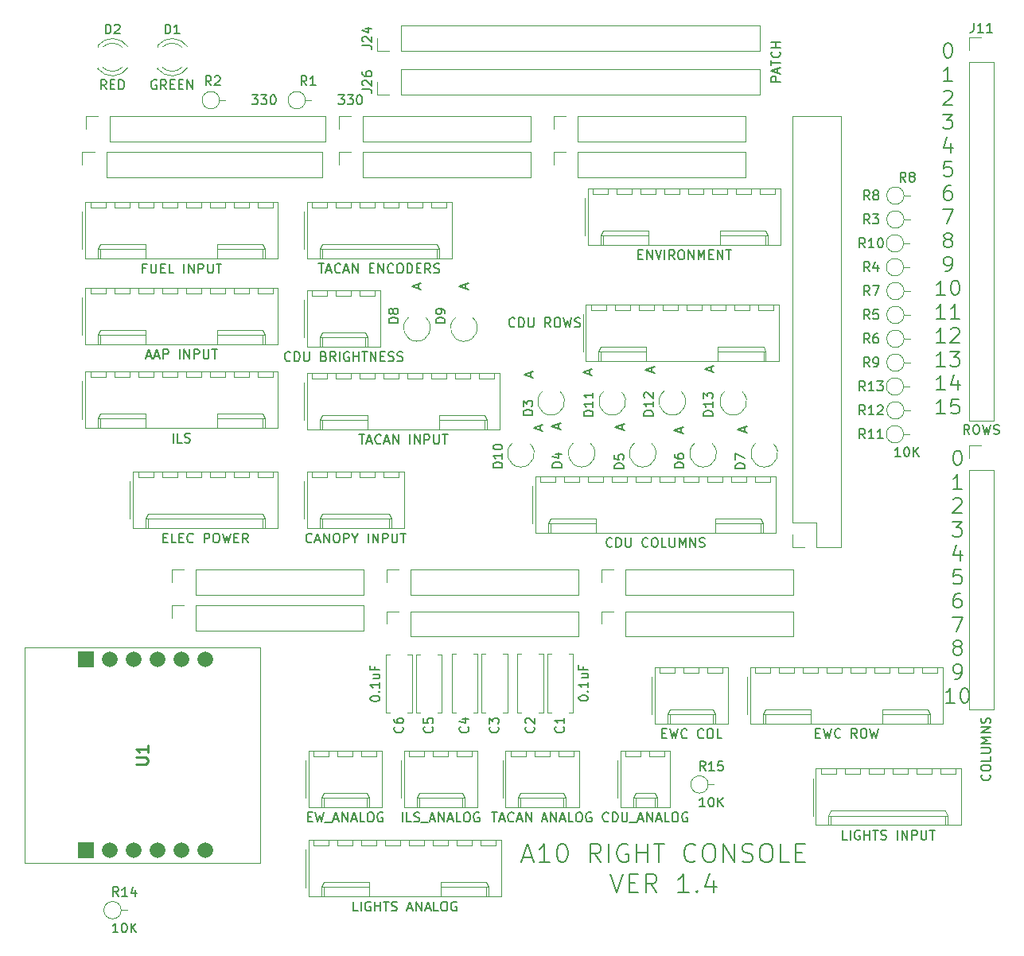
<source format=gbr>
%TF.GenerationSoftware,KiCad,Pcbnew,8.0.5*%
%TF.CreationDate,2025-01-01T12:49:48+10:00*%
%TF.ProjectId,Right Console Input,52696768-7420-4436-9f6e-736f6c652049,rev?*%
%TF.SameCoordinates,Original*%
%TF.FileFunction,Legend,Top*%
%TF.FilePolarity,Positive*%
%FSLAX46Y46*%
G04 Gerber Fmt 4.6, Leading zero omitted, Abs format (unit mm)*
G04 Created by KiCad (PCBNEW 8.0.5) date 2025-01-01 12:49:48*
%MOMM*%
%LPD*%
G01*
G04 APERTURE LIST*
%ADD10C,0.150000*%
%ADD11C,0.254000*%
%ADD12C,0.120000*%
%ADD13C,0.100000*%
%ADD14R,1.665000X1.665000*%
%ADD15C,1.665000*%
G04 APERTURE END LIST*
D10*
X210159809Y-83462451D02*
X210312190Y-83462451D01*
X210312190Y-83462451D02*
X210464571Y-83537213D01*
X210464571Y-83537213D02*
X210540761Y-83611975D01*
X210540761Y-83611975D02*
X210616952Y-83761499D01*
X210616952Y-83761499D02*
X210693142Y-84060547D01*
X210693142Y-84060547D02*
X210693142Y-84434356D01*
X210693142Y-84434356D02*
X210616952Y-84733404D01*
X210616952Y-84733404D02*
X210540761Y-84882928D01*
X210540761Y-84882928D02*
X210464571Y-84957690D01*
X210464571Y-84957690D02*
X210312190Y-85032451D01*
X210312190Y-85032451D02*
X210159809Y-85032451D01*
X210159809Y-85032451D02*
X210007428Y-84957690D01*
X210007428Y-84957690D02*
X209931237Y-84882928D01*
X209931237Y-84882928D02*
X209855047Y-84733404D01*
X209855047Y-84733404D02*
X209778856Y-84434356D01*
X209778856Y-84434356D02*
X209778856Y-84060547D01*
X209778856Y-84060547D02*
X209855047Y-83761499D01*
X209855047Y-83761499D02*
X209931237Y-83611975D01*
X209931237Y-83611975D02*
X210007428Y-83537213D01*
X210007428Y-83537213D02*
X210159809Y-83462451D01*
X210693142Y-87560063D02*
X209778856Y-87560063D01*
X210235999Y-87560063D02*
X210235999Y-85990063D01*
X210235999Y-85990063D02*
X210083618Y-86214349D01*
X210083618Y-86214349D02*
X209931237Y-86363873D01*
X209931237Y-86363873D02*
X209778856Y-86438635D01*
X209778856Y-88667199D02*
X209855047Y-88592437D01*
X209855047Y-88592437D02*
X210007428Y-88517675D01*
X210007428Y-88517675D02*
X210388380Y-88517675D01*
X210388380Y-88517675D02*
X210540761Y-88592437D01*
X210540761Y-88592437D02*
X210616952Y-88667199D01*
X210616952Y-88667199D02*
X210693142Y-88816723D01*
X210693142Y-88816723D02*
X210693142Y-88966247D01*
X210693142Y-88966247D02*
X210616952Y-89190533D01*
X210616952Y-89190533D02*
X209702666Y-90087675D01*
X209702666Y-90087675D02*
X210693142Y-90087675D01*
X209702666Y-91045287D02*
X210693142Y-91045287D01*
X210693142Y-91045287D02*
X210159809Y-91643383D01*
X210159809Y-91643383D02*
X210388380Y-91643383D01*
X210388380Y-91643383D02*
X210540761Y-91718145D01*
X210540761Y-91718145D02*
X210616952Y-91792906D01*
X210616952Y-91792906D02*
X210693142Y-91942430D01*
X210693142Y-91942430D02*
X210693142Y-92316240D01*
X210693142Y-92316240D02*
X210616952Y-92465764D01*
X210616952Y-92465764D02*
X210540761Y-92540526D01*
X210540761Y-92540526D02*
X210388380Y-92615287D01*
X210388380Y-92615287D02*
X209931237Y-92615287D01*
X209931237Y-92615287D02*
X209778856Y-92540526D01*
X209778856Y-92540526D02*
X209702666Y-92465764D01*
X210540761Y-94096233D02*
X210540761Y-95142899D01*
X210159809Y-93498138D02*
X209778856Y-94619566D01*
X209778856Y-94619566D02*
X210769333Y-94619566D01*
X210616952Y-96100511D02*
X209855047Y-96100511D01*
X209855047Y-96100511D02*
X209778856Y-96848130D01*
X209778856Y-96848130D02*
X209855047Y-96773369D01*
X209855047Y-96773369D02*
X210007428Y-96698607D01*
X210007428Y-96698607D02*
X210388380Y-96698607D01*
X210388380Y-96698607D02*
X210540761Y-96773369D01*
X210540761Y-96773369D02*
X210616952Y-96848130D01*
X210616952Y-96848130D02*
X210693142Y-96997654D01*
X210693142Y-96997654D02*
X210693142Y-97371464D01*
X210693142Y-97371464D02*
X210616952Y-97520988D01*
X210616952Y-97520988D02*
X210540761Y-97595750D01*
X210540761Y-97595750D02*
X210388380Y-97670511D01*
X210388380Y-97670511D02*
X210007428Y-97670511D01*
X210007428Y-97670511D02*
X209855047Y-97595750D01*
X209855047Y-97595750D02*
X209778856Y-97520988D01*
X210540761Y-98628123D02*
X210235999Y-98628123D01*
X210235999Y-98628123D02*
X210083618Y-98702885D01*
X210083618Y-98702885D02*
X210007428Y-98777647D01*
X210007428Y-98777647D02*
X209855047Y-99001933D01*
X209855047Y-99001933D02*
X209778856Y-99300981D01*
X209778856Y-99300981D02*
X209778856Y-99899076D01*
X209778856Y-99899076D02*
X209855047Y-100048600D01*
X209855047Y-100048600D02*
X209931237Y-100123362D01*
X209931237Y-100123362D02*
X210083618Y-100198123D01*
X210083618Y-100198123D02*
X210388380Y-100198123D01*
X210388380Y-100198123D02*
X210540761Y-100123362D01*
X210540761Y-100123362D02*
X210616952Y-100048600D01*
X210616952Y-100048600D02*
X210693142Y-99899076D01*
X210693142Y-99899076D02*
X210693142Y-99525266D01*
X210693142Y-99525266D02*
X210616952Y-99375742D01*
X210616952Y-99375742D02*
X210540761Y-99300981D01*
X210540761Y-99300981D02*
X210388380Y-99226219D01*
X210388380Y-99226219D02*
X210083618Y-99226219D01*
X210083618Y-99226219D02*
X209931237Y-99300981D01*
X209931237Y-99300981D02*
X209855047Y-99375742D01*
X209855047Y-99375742D02*
X209778856Y-99525266D01*
X209702666Y-101155735D02*
X210769333Y-101155735D01*
X210769333Y-101155735D02*
X210083618Y-102725735D01*
X210083618Y-104356205D02*
X209931237Y-104281443D01*
X209931237Y-104281443D02*
X209855047Y-104206681D01*
X209855047Y-104206681D02*
X209778856Y-104057157D01*
X209778856Y-104057157D02*
X209778856Y-103982395D01*
X209778856Y-103982395D02*
X209855047Y-103832871D01*
X209855047Y-103832871D02*
X209931237Y-103758109D01*
X209931237Y-103758109D02*
X210083618Y-103683347D01*
X210083618Y-103683347D02*
X210388380Y-103683347D01*
X210388380Y-103683347D02*
X210540761Y-103758109D01*
X210540761Y-103758109D02*
X210616952Y-103832871D01*
X210616952Y-103832871D02*
X210693142Y-103982395D01*
X210693142Y-103982395D02*
X210693142Y-104057157D01*
X210693142Y-104057157D02*
X210616952Y-104206681D01*
X210616952Y-104206681D02*
X210540761Y-104281443D01*
X210540761Y-104281443D02*
X210388380Y-104356205D01*
X210388380Y-104356205D02*
X210083618Y-104356205D01*
X210083618Y-104356205D02*
X209931237Y-104430966D01*
X209931237Y-104430966D02*
X209855047Y-104505728D01*
X209855047Y-104505728D02*
X209778856Y-104655252D01*
X209778856Y-104655252D02*
X209778856Y-104954300D01*
X209778856Y-104954300D02*
X209855047Y-105103824D01*
X209855047Y-105103824D02*
X209931237Y-105178586D01*
X209931237Y-105178586D02*
X210083618Y-105253347D01*
X210083618Y-105253347D02*
X210388380Y-105253347D01*
X210388380Y-105253347D02*
X210540761Y-105178586D01*
X210540761Y-105178586D02*
X210616952Y-105103824D01*
X210616952Y-105103824D02*
X210693142Y-104954300D01*
X210693142Y-104954300D02*
X210693142Y-104655252D01*
X210693142Y-104655252D02*
X210616952Y-104505728D01*
X210616952Y-104505728D02*
X210540761Y-104430966D01*
X210540761Y-104430966D02*
X210388380Y-104356205D01*
X209931237Y-107780959D02*
X210235999Y-107780959D01*
X210235999Y-107780959D02*
X210388380Y-107706198D01*
X210388380Y-107706198D02*
X210464571Y-107631436D01*
X210464571Y-107631436D02*
X210616952Y-107407150D01*
X210616952Y-107407150D02*
X210693142Y-107108102D01*
X210693142Y-107108102D02*
X210693142Y-106510007D01*
X210693142Y-106510007D02*
X210616952Y-106360483D01*
X210616952Y-106360483D02*
X210540761Y-106285721D01*
X210540761Y-106285721D02*
X210388380Y-106210959D01*
X210388380Y-106210959D02*
X210083618Y-106210959D01*
X210083618Y-106210959D02*
X209931237Y-106285721D01*
X209931237Y-106285721D02*
X209855047Y-106360483D01*
X209855047Y-106360483D02*
X209778856Y-106510007D01*
X209778856Y-106510007D02*
X209778856Y-106883817D01*
X209778856Y-106883817D02*
X209855047Y-107033340D01*
X209855047Y-107033340D02*
X209931237Y-107108102D01*
X209931237Y-107108102D02*
X210083618Y-107182864D01*
X210083618Y-107182864D02*
X210388380Y-107182864D01*
X210388380Y-107182864D02*
X210540761Y-107108102D01*
X210540761Y-107108102D02*
X210616952Y-107033340D01*
X210616952Y-107033340D02*
X210693142Y-106883817D01*
X209931237Y-110308571D02*
X209016951Y-110308571D01*
X209474094Y-110308571D02*
X209474094Y-108738571D01*
X209474094Y-108738571D02*
X209321713Y-108962857D01*
X209321713Y-108962857D02*
X209169332Y-109112381D01*
X209169332Y-109112381D02*
X209016951Y-109187143D01*
X210921714Y-108738571D02*
X211074095Y-108738571D01*
X211074095Y-108738571D02*
X211226476Y-108813333D01*
X211226476Y-108813333D02*
X211302666Y-108888095D01*
X211302666Y-108888095D02*
X211378857Y-109037619D01*
X211378857Y-109037619D02*
X211455047Y-109336667D01*
X211455047Y-109336667D02*
X211455047Y-109710476D01*
X211455047Y-109710476D02*
X211378857Y-110009524D01*
X211378857Y-110009524D02*
X211302666Y-110159048D01*
X211302666Y-110159048D02*
X211226476Y-110233810D01*
X211226476Y-110233810D02*
X211074095Y-110308571D01*
X211074095Y-110308571D02*
X210921714Y-110308571D01*
X210921714Y-110308571D02*
X210769333Y-110233810D01*
X210769333Y-110233810D02*
X210693142Y-110159048D01*
X210693142Y-110159048D02*
X210616952Y-110009524D01*
X210616952Y-110009524D02*
X210540761Y-109710476D01*
X210540761Y-109710476D02*
X210540761Y-109336667D01*
X210540761Y-109336667D02*
X210616952Y-109037619D01*
X210616952Y-109037619D02*
X210693142Y-108888095D01*
X210693142Y-108888095D02*
X210769333Y-108813333D01*
X210769333Y-108813333D02*
X210921714Y-108738571D01*
X163999999Y-126736065D02*
X164952380Y-126736065D01*
X163809523Y-127307494D02*
X164476189Y-125307494D01*
X164476189Y-125307494D02*
X165142856Y-127307494D01*
X166857142Y-127307494D02*
X165714285Y-127307494D01*
X166285713Y-127307494D02*
X166285713Y-125307494D01*
X166285713Y-125307494D02*
X166095237Y-125593208D01*
X166095237Y-125593208D02*
X165904761Y-125783684D01*
X165904761Y-125783684D02*
X165714285Y-125878922D01*
X168095237Y-125307494D02*
X168285714Y-125307494D01*
X168285714Y-125307494D02*
X168476190Y-125402732D01*
X168476190Y-125402732D02*
X168571428Y-125497970D01*
X168571428Y-125497970D02*
X168666666Y-125688446D01*
X168666666Y-125688446D02*
X168761904Y-126069398D01*
X168761904Y-126069398D02*
X168761904Y-126545589D01*
X168761904Y-126545589D02*
X168666666Y-126926541D01*
X168666666Y-126926541D02*
X168571428Y-127117017D01*
X168571428Y-127117017D02*
X168476190Y-127212256D01*
X168476190Y-127212256D02*
X168285714Y-127307494D01*
X168285714Y-127307494D02*
X168095237Y-127307494D01*
X168095237Y-127307494D02*
X167904761Y-127212256D01*
X167904761Y-127212256D02*
X167809523Y-127117017D01*
X167809523Y-127117017D02*
X167714285Y-126926541D01*
X167714285Y-126926541D02*
X167619047Y-126545589D01*
X167619047Y-126545589D02*
X167619047Y-126069398D01*
X167619047Y-126069398D02*
X167714285Y-125688446D01*
X167714285Y-125688446D02*
X167809523Y-125497970D01*
X167809523Y-125497970D02*
X167904761Y-125402732D01*
X167904761Y-125402732D02*
X168095237Y-125307494D01*
X172285714Y-127307494D02*
X171619047Y-126355113D01*
X171142857Y-127307494D02*
X171142857Y-125307494D01*
X171142857Y-125307494D02*
X171904762Y-125307494D01*
X171904762Y-125307494D02*
X172095238Y-125402732D01*
X172095238Y-125402732D02*
X172190476Y-125497970D01*
X172190476Y-125497970D02*
X172285714Y-125688446D01*
X172285714Y-125688446D02*
X172285714Y-125974160D01*
X172285714Y-125974160D02*
X172190476Y-126164636D01*
X172190476Y-126164636D02*
X172095238Y-126259875D01*
X172095238Y-126259875D02*
X171904762Y-126355113D01*
X171904762Y-126355113D02*
X171142857Y-126355113D01*
X173142857Y-127307494D02*
X173142857Y-125307494D01*
X175142857Y-125402732D02*
X174952381Y-125307494D01*
X174952381Y-125307494D02*
X174666667Y-125307494D01*
X174666667Y-125307494D02*
X174380952Y-125402732D01*
X174380952Y-125402732D02*
X174190476Y-125593208D01*
X174190476Y-125593208D02*
X174095238Y-125783684D01*
X174095238Y-125783684D02*
X174000000Y-126164636D01*
X174000000Y-126164636D02*
X174000000Y-126450351D01*
X174000000Y-126450351D02*
X174095238Y-126831303D01*
X174095238Y-126831303D02*
X174190476Y-127021779D01*
X174190476Y-127021779D02*
X174380952Y-127212256D01*
X174380952Y-127212256D02*
X174666667Y-127307494D01*
X174666667Y-127307494D02*
X174857143Y-127307494D01*
X174857143Y-127307494D02*
X175142857Y-127212256D01*
X175142857Y-127212256D02*
X175238095Y-127117017D01*
X175238095Y-127117017D02*
X175238095Y-126450351D01*
X175238095Y-126450351D02*
X174857143Y-126450351D01*
X176095238Y-127307494D02*
X176095238Y-125307494D01*
X176095238Y-126259875D02*
X177238095Y-126259875D01*
X177238095Y-127307494D02*
X177238095Y-125307494D01*
X177904762Y-125307494D02*
X179047619Y-125307494D01*
X178476190Y-127307494D02*
X178476190Y-125307494D01*
X182380953Y-127117017D02*
X182285715Y-127212256D01*
X182285715Y-127212256D02*
X182000001Y-127307494D01*
X182000001Y-127307494D02*
X181809525Y-127307494D01*
X181809525Y-127307494D02*
X181523810Y-127212256D01*
X181523810Y-127212256D02*
X181333334Y-127021779D01*
X181333334Y-127021779D02*
X181238096Y-126831303D01*
X181238096Y-126831303D02*
X181142858Y-126450351D01*
X181142858Y-126450351D02*
X181142858Y-126164636D01*
X181142858Y-126164636D02*
X181238096Y-125783684D01*
X181238096Y-125783684D02*
X181333334Y-125593208D01*
X181333334Y-125593208D02*
X181523810Y-125402732D01*
X181523810Y-125402732D02*
X181809525Y-125307494D01*
X181809525Y-125307494D02*
X182000001Y-125307494D01*
X182000001Y-125307494D02*
X182285715Y-125402732D01*
X182285715Y-125402732D02*
X182380953Y-125497970D01*
X183619048Y-125307494D02*
X184000001Y-125307494D01*
X184000001Y-125307494D02*
X184190477Y-125402732D01*
X184190477Y-125402732D02*
X184380953Y-125593208D01*
X184380953Y-125593208D02*
X184476191Y-125974160D01*
X184476191Y-125974160D02*
X184476191Y-126640827D01*
X184476191Y-126640827D02*
X184380953Y-127021779D01*
X184380953Y-127021779D02*
X184190477Y-127212256D01*
X184190477Y-127212256D02*
X184000001Y-127307494D01*
X184000001Y-127307494D02*
X183619048Y-127307494D01*
X183619048Y-127307494D02*
X183428572Y-127212256D01*
X183428572Y-127212256D02*
X183238096Y-127021779D01*
X183238096Y-127021779D02*
X183142858Y-126640827D01*
X183142858Y-126640827D02*
X183142858Y-125974160D01*
X183142858Y-125974160D02*
X183238096Y-125593208D01*
X183238096Y-125593208D02*
X183428572Y-125402732D01*
X183428572Y-125402732D02*
X183619048Y-125307494D01*
X185333334Y-127307494D02*
X185333334Y-125307494D01*
X185333334Y-125307494D02*
X186476191Y-127307494D01*
X186476191Y-127307494D02*
X186476191Y-125307494D01*
X187333334Y-127212256D02*
X187619048Y-127307494D01*
X187619048Y-127307494D02*
X188095239Y-127307494D01*
X188095239Y-127307494D02*
X188285715Y-127212256D01*
X188285715Y-127212256D02*
X188380953Y-127117017D01*
X188380953Y-127117017D02*
X188476191Y-126926541D01*
X188476191Y-126926541D02*
X188476191Y-126736065D01*
X188476191Y-126736065D02*
X188380953Y-126545589D01*
X188380953Y-126545589D02*
X188285715Y-126450351D01*
X188285715Y-126450351D02*
X188095239Y-126355113D01*
X188095239Y-126355113D02*
X187714286Y-126259875D01*
X187714286Y-126259875D02*
X187523810Y-126164636D01*
X187523810Y-126164636D02*
X187428572Y-126069398D01*
X187428572Y-126069398D02*
X187333334Y-125878922D01*
X187333334Y-125878922D02*
X187333334Y-125688446D01*
X187333334Y-125688446D02*
X187428572Y-125497970D01*
X187428572Y-125497970D02*
X187523810Y-125402732D01*
X187523810Y-125402732D02*
X187714286Y-125307494D01*
X187714286Y-125307494D02*
X188190477Y-125307494D01*
X188190477Y-125307494D02*
X188476191Y-125402732D01*
X189714286Y-125307494D02*
X190095239Y-125307494D01*
X190095239Y-125307494D02*
X190285715Y-125402732D01*
X190285715Y-125402732D02*
X190476191Y-125593208D01*
X190476191Y-125593208D02*
X190571429Y-125974160D01*
X190571429Y-125974160D02*
X190571429Y-126640827D01*
X190571429Y-126640827D02*
X190476191Y-127021779D01*
X190476191Y-127021779D02*
X190285715Y-127212256D01*
X190285715Y-127212256D02*
X190095239Y-127307494D01*
X190095239Y-127307494D02*
X189714286Y-127307494D01*
X189714286Y-127307494D02*
X189523810Y-127212256D01*
X189523810Y-127212256D02*
X189333334Y-127021779D01*
X189333334Y-127021779D02*
X189238096Y-126640827D01*
X189238096Y-126640827D02*
X189238096Y-125974160D01*
X189238096Y-125974160D02*
X189333334Y-125593208D01*
X189333334Y-125593208D02*
X189523810Y-125402732D01*
X189523810Y-125402732D02*
X189714286Y-125307494D01*
X192380953Y-127307494D02*
X191428572Y-127307494D01*
X191428572Y-127307494D02*
X191428572Y-125307494D01*
X193047620Y-126259875D02*
X193714287Y-126259875D01*
X194000001Y-127307494D02*
X193047620Y-127307494D01*
X193047620Y-127307494D02*
X193047620Y-125307494D01*
X193047620Y-125307494D02*
X194000001Y-125307494D01*
X173285714Y-128527382D02*
X173952380Y-130527382D01*
X173952380Y-130527382D02*
X174619047Y-128527382D01*
X175285714Y-129479763D02*
X175952381Y-129479763D01*
X176238095Y-130527382D02*
X175285714Y-130527382D01*
X175285714Y-130527382D02*
X175285714Y-128527382D01*
X175285714Y-128527382D02*
X176238095Y-128527382D01*
X178238095Y-130527382D02*
X177571428Y-129575001D01*
X177095238Y-130527382D02*
X177095238Y-128527382D01*
X177095238Y-128527382D02*
X177857143Y-128527382D01*
X177857143Y-128527382D02*
X178047619Y-128622620D01*
X178047619Y-128622620D02*
X178142857Y-128717858D01*
X178142857Y-128717858D02*
X178238095Y-128908334D01*
X178238095Y-128908334D02*
X178238095Y-129194048D01*
X178238095Y-129194048D02*
X178142857Y-129384524D01*
X178142857Y-129384524D02*
X178047619Y-129479763D01*
X178047619Y-129479763D02*
X177857143Y-129575001D01*
X177857143Y-129575001D02*
X177095238Y-129575001D01*
X181666667Y-130527382D02*
X180523810Y-130527382D01*
X181095238Y-130527382D02*
X181095238Y-128527382D01*
X181095238Y-128527382D02*
X180904762Y-128813096D01*
X180904762Y-128813096D02*
X180714286Y-129003572D01*
X180714286Y-129003572D02*
X180523810Y-129098810D01*
X182523810Y-130336905D02*
X182619048Y-130432144D01*
X182619048Y-130432144D02*
X182523810Y-130527382D01*
X182523810Y-130527382D02*
X182428572Y-130432144D01*
X182428572Y-130432144D02*
X182523810Y-130336905D01*
X182523810Y-130336905D02*
X182523810Y-130527382D01*
X184333334Y-129194048D02*
X184333334Y-130527382D01*
X183857143Y-128432144D02*
X183380953Y-129860715D01*
X183380953Y-129860715D02*
X184619048Y-129860715D01*
X209143809Y-40059421D02*
X209296190Y-40059421D01*
X209296190Y-40059421D02*
X209448571Y-40134183D01*
X209448571Y-40134183D02*
X209524761Y-40208945D01*
X209524761Y-40208945D02*
X209600952Y-40358469D01*
X209600952Y-40358469D02*
X209677142Y-40657517D01*
X209677142Y-40657517D02*
X209677142Y-41031326D01*
X209677142Y-41031326D02*
X209600952Y-41330374D01*
X209600952Y-41330374D02*
X209524761Y-41479898D01*
X209524761Y-41479898D02*
X209448571Y-41554660D01*
X209448571Y-41554660D02*
X209296190Y-41629421D01*
X209296190Y-41629421D02*
X209143809Y-41629421D01*
X209143809Y-41629421D02*
X208991428Y-41554660D01*
X208991428Y-41554660D02*
X208915237Y-41479898D01*
X208915237Y-41479898D02*
X208839047Y-41330374D01*
X208839047Y-41330374D02*
X208762856Y-41031326D01*
X208762856Y-41031326D02*
X208762856Y-40657517D01*
X208762856Y-40657517D02*
X208839047Y-40358469D01*
X208839047Y-40358469D02*
X208915237Y-40208945D01*
X208915237Y-40208945D02*
X208991428Y-40134183D01*
X208991428Y-40134183D02*
X209143809Y-40059421D01*
X209677142Y-44157033D02*
X208762856Y-44157033D01*
X209219999Y-44157033D02*
X209219999Y-42587033D01*
X209219999Y-42587033D02*
X209067618Y-42811319D01*
X209067618Y-42811319D02*
X208915237Y-42960843D01*
X208915237Y-42960843D02*
X208762856Y-43035605D01*
X208762856Y-45264169D02*
X208839047Y-45189407D01*
X208839047Y-45189407D02*
X208991428Y-45114645D01*
X208991428Y-45114645D02*
X209372380Y-45114645D01*
X209372380Y-45114645D02*
X209524761Y-45189407D01*
X209524761Y-45189407D02*
X209600952Y-45264169D01*
X209600952Y-45264169D02*
X209677142Y-45413693D01*
X209677142Y-45413693D02*
X209677142Y-45563217D01*
X209677142Y-45563217D02*
X209600952Y-45787503D01*
X209600952Y-45787503D02*
X208686666Y-46684645D01*
X208686666Y-46684645D02*
X209677142Y-46684645D01*
X208686666Y-47642257D02*
X209677142Y-47642257D01*
X209677142Y-47642257D02*
X209143809Y-48240353D01*
X209143809Y-48240353D02*
X209372380Y-48240353D01*
X209372380Y-48240353D02*
X209524761Y-48315115D01*
X209524761Y-48315115D02*
X209600952Y-48389876D01*
X209600952Y-48389876D02*
X209677142Y-48539400D01*
X209677142Y-48539400D02*
X209677142Y-48913210D01*
X209677142Y-48913210D02*
X209600952Y-49062734D01*
X209600952Y-49062734D02*
X209524761Y-49137496D01*
X209524761Y-49137496D02*
X209372380Y-49212257D01*
X209372380Y-49212257D02*
X208915237Y-49212257D01*
X208915237Y-49212257D02*
X208762856Y-49137496D01*
X208762856Y-49137496D02*
X208686666Y-49062734D01*
X209524761Y-50693203D02*
X209524761Y-51739869D01*
X209143809Y-50095108D02*
X208762856Y-51216536D01*
X208762856Y-51216536D02*
X209753333Y-51216536D01*
X209600952Y-52697481D02*
X208839047Y-52697481D01*
X208839047Y-52697481D02*
X208762856Y-53445100D01*
X208762856Y-53445100D02*
X208839047Y-53370339D01*
X208839047Y-53370339D02*
X208991428Y-53295577D01*
X208991428Y-53295577D02*
X209372380Y-53295577D01*
X209372380Y-53295577D02*
X209524761Y-53370339D01*
X209524761Y-53370339D02*
X209600952Y-53445100D01*
X209600952Y-53445100D02*
X209677142Y-53594624D01*
X209677142Y-53594624D02*
X209677142Y-53968434D01*
X209677142Y-53968434D02*
X209600952Y-54117958D01*
X209600952Y-54117958D02*
X209524761Y-54192720D01*
X209524761Y-54192720D02*
X209372380Y-54267481D01*
X209372380Y-54267481D02*
X208991428Y-54267481D01*
X208991428Y-54267481D02*
X208839047Y-54192720D01*
X208839047Y-54192720D02*
X208762856Y-54117958D01*
X209524761Y-55225093D02*
X209219999Y-55225093D01*
X209219999Y-55225093D02*
X209067618Y-55299855D01*
X209067618Y-55299855D02*
X208991428Y-55374617D01*
X208991428Y-55374617D02*
X208839047Y-55598903D01*
X208839047Y-55598903D02*
X208762856Y-55897951D01*
X208762856Y-55897951D02*
X208762856Y-56496046D01*
X208762856Y-56496046D02*
X208839047Y-56645570D01*
X208839047Y-56645570D02*
X208915237Y-56720332D01*
X208915237Y-56720332D02*
X209067618Y-56795093D01*
X209067618Y-56795093D02*
X209372380Y-56795093D01*
X209372380Y-56795093D02*
X209524761Y-56720332D01*
X209524761Y-56720332D02*
X209600952Y-56645570D01*
X209600952Y-56645570D02*
X209677142Y-56496046D01*
X209677142Y-56496046D02*
X209677142Y-56122236D01*
X209677142Y-56122236D02*
X209600952Y-55972712D01*
X209600952Y-55972712D02*
X209524761Y-55897951D01*
X209524761Y-55897951D02*
X209372380Y-55823189D01*
X209372380Y-55823189D02*
X209067618Y-55823189D01*
X209067618Y-55823189D02*
X208915237Y-55897951D01*
X208915237Y-55897951D02*
X208839047Y-55972712D01*
X208839047Y-55972712D02*
X208762856Y-56122236D01*
X208686666Y-57752705D02*
X209753333Y-57752705D01*
X209753333Y-57752705D02*
X209067618Y-59322705D01*
X209067618Y-60953175D02*
X208915237Y-60878413D01*
X208915237Y-60878413D02*
X208839047Y-60803651D01*
X208839047Y-60803651D02*
X208762856Y-60654127D01*
X208762856Y-60654127D02*
X208762856Y-60579365D01*
X208762856Y-60579365D02*
X208839047Y-60429841D01*
X208839047Y-60429841D02*
X208915237Y-60355079D01*
X208915237Y-60355079D02*
X209067618Y-60280317D01*
X209067618Y-60280317D02*
X209372380Y-60280317D01*
X209372380Y-60280317D02*
X209524761Y-60355079D01*
X209524761Y-60355079D02*
X209600952Y-60429841D01*
X209600952Y-60429841D02*
X209677142Y-60579365D01*
X209677142Y-60579365D02*
X209677142Y-60654127D01*
X209677142Y-60654127D02*
X209600952Y-60803651D01*
X209600952Y-60803651D02*
X209524761Y-60878413D01*
X209524761Y-60878413D02*
X209372380Y-60953175D01*
X209372380Y-60953175D02*
X209067618Y-60953175D01*
X209067618Y-60953175D02*
X208915237Y-61027936D01*
X208915237Y-61027936D02*
X208839047Y-61102698D01*
X208839047Y-61102698D02*
X208762856Y-61252222D01*
X208762856Y-61252222D02*
X208762856Y-61551270D01*
X208762856Y-61551270D02*
X208839047Y-61700794D01*
X208839047Y-61700794D02*
X208915237Y-61775556D01*
X208915237Y-61775556D02*
X209067618Y-61850317D01*
X209067618Y-61850317D02*
X209372380Y-61850317D01*
X209372380Y-61850317D02*
X209524761Y-61775556D01*
X209524761Y-61775556D02*
X209600952Y-61700794D01*
X209600952Y-61700794D02*
X209677142Y-61551270D01*
X209677142Y-61551270D02*
X209677142Y-61252222D01*
X209677142Y-61252222D02*
X209600952Y-61102698D01*
X209600952Y-61102698D02*
X209524761Y-61027936D01*
X209524761Y-61027936D02*
X209372380Y-60953175D01*
X208915237Y-64377929D02*
X209219999Y-64377929D01*
X209219999Y-64377929D02*
X209372380Y-64303168D01*
X209372380Y-64303168D02*
X209448571Y-64228406D01*
X209448571Y-64228406D02*
X209600952Y-64004120D01*
X209600952Y-64004120D02*
X209677142Y-63705072D01*
X209677142Y-63705072D02*
X209677142Y-63106977D01*
X209677142Y-63106977D02*
X209600952Y-62957453D01*
X209600952Y-62957453D02*
X209524761Y-62882691D01*
X209524761Y-62882691D02*
X209372380Y-62807929D01*
X209372380Y-62807929D02*
X209067618Y-62807929D01*
X209067618Y-62807929D02*
X208915237Y-62882691D01*
X208915237Y-62882691D02*
X208839047Y-62957453D01*
X208839047Y-62957453D02*
X208762856Y-63106977D01*
X208762856Y-63106977D02*
X208762856Y-63480787D01*
X208762856Y-63480787D02*
X208839047Y-63630310D01*
X208839047Y-63630310D02*
X208915237Y-63705072D01*
X208915237Y-63705072D02*
X209067618Y-63779834D01*
X209067618Y-63779834D02*
X209372380Y-63779834D01*
X209372380Y-63779834D02*
X209524761Y-63705072D01*
X209524761Y-63705072D02*
X209600952Y-63630310D01*
X209600952Y-63630310D02*
X209677142Y-63480787D01*
X208915237Y-66905541D02*
X208000951Y-66905541D01*
X208458094Y-66905541D02*
X208458094Y-65335541D01*
X208458094Y-65335541D02*
X208305713Y-65559827D01*
X208305713Y-65559827D02*
X208153332Y-65709351D01*
X208153332Y-65709351D02*
X208000951Y-65784113D01*
X209905714Y-65335541D02*
X210058095Y-65335541D01*
X210058095Y-65335541D02*
X210210476Y-65410303D01*
X210210476Y-65410303D02*
X210286666Y-65485065D01*
X210286666Y-65485065D02*
X210362857Y-65634589D01*
X210362857Y-65634589D02*
X210439047Y-65933637D01*
X210439047Y-65933637D02*
X210439047Y-66307446D01*
X210439047Y-66307446D02*
X210362857Y-66606494D01*
X210362857Y-66606494D02*
X210286666Y-66756018D01*
X210286666Y-66756018D02*
X210210476Y-66830780D01*
X210210476Y-66830780D02*
X210058095Y-66905541D01*
X210058095Y-66905541D02*
X209905714Y-66905541D01*
X209905714Y-66905541D02*
X209753333Y-66830780D01*
X209753333Y-66830780D02*
X209677142Y-66756018D01*
X209677142Y-66756018D02*
X209600952Y-66606494D01*
X209600952Y-66606494D02*
X209524761Y-66307446D01*
X209524761Y-66307446D02*
X209524761Y-65933637D01*
X209524761Y-65933637D02*
X209600952Y-65634589D01*
X209600952Y-65634589D02*
X209677142Y-65485065D01*
X209677142Y-65485065D02*
X209753333Y-65410303D01*
X209753333Y-65410303D02*
X209905714Y-65335541D01*
X208915237Y-69433153D02*
X208000951Y-69433153D01*
X208458094Y-69433153D02*
X208458094Y-67863153D01*
X208458094Y-67863153D02*
X208305713Y-68087439D01*
X208305713Y-68087439D02*
X208153332Y-68236963D01*
X208153332Y-68236963D02*
X208000951Y-68311725D01*
X210439047Y-69433153D02*
X209524761Y-69433153D01*
X209981904Y-69433153D02*
X209981904Y-67863153D01*
X209981904Y-67863153D02*
X209829523Y-68087439D01*
X209829523Y-68087439D02*
X209677142Y-68236963D01*
X209677142Y-68236963D02*
X209524761Y-68311725D01*
X208915237Y-71960765D02*
X208000951Y-71960765D01*
X208458094Y-71960765D02*
X208458094Y-70390765D01*
X208458094Y-70390765D02*
X208305713Y-70615051D01*
X208305713Y-70615051D02*
X208153332Y-70764575D01*
X208153332Y-70764575D02*
X208000951Y-70839337D01*
X209524761Y-70540289D02*
X209600952Y-70465527D01*
X209600952Y-70465527D02*
X209753333Y-70390765D01*
X209753333Y-70390765D02*
X210134285Y-70390765D01*
X210134285Y-70390765D02*
X210286666Y-70465527D01*
X210286666Y-70465527D02*
X210362857Y-70540289D01*
X210362857Y-70540289D02*
X210439047Y-70689813D01*
X210439047Y-70689813D02*
X210439047Y-70839337D01*
X210439047Y-70839337D02*
X210362857Y-71063623D01*
X210362857Y-71063623D02*
X209448571Y-71960765D01*
X209448571Y-71960765D02*
X210439047Y-71960765D01*
X208915237Y-74488377D02*
X208000951Y-74488377D01*
X208458094Y-74488377D02*
X208458094Y-72918377D01*
X208458094Y-72918377D02*
X208305713Y-73142663D01*
X208305713Y-73142663D02*
X208153332Y-73292187D01*
X208153332Y-73292187D02*
X208000951Y-73366949D01*
X209448571Y-72918377D02*
X210439047Y-72918377D01*
X210439047Y-72918377D02*
X209905714Y-73516473D01*
X209905714Y-73516473D02*
X210134285Y-73516473D01*
X210134285Y-73516473D02*
X210286666Y-73591235D01*
X210286666Y-73591235D02*
X210362857Y-73665996D01*
X210362857Y-73665996D02*
X210439047Y-73815520D01*
X210439047Y-73815520D02*
X210439047Y-74189330D01*
X210439047Y-74189330D02*
X210362857Y-74338854D01*
X210362857Y-74338854D02*
X210286666Y-74413616D01*
X210286666Y-74413616D02*
X210134285Y-74488377D01*
X210134285Y-74488377D02*
X209677142Y-74488377D01*
X209677142Y-74488377D02*
X209524761Y-74413616D01*
X209524761Y-74413616D02*
X209448571Y-74338854D01*
X208915237Y-77015989D02*
X208000951Y-77015989D01*
X208458094Y-77015989D02*
X208458094Y-75445989D01*
X208458094Y-75445989D02*
X208305713Y-75670275D01*
X208305713Y-75670275D02*
X208153332Y-75819799D01*
X208153332Y-75819799D02*
X208000951Y-75894561D01*
X210286666Y-75969323D02*
X210286666Y-77015989D01*
X209905714Y-75371228D02*
X209524761Y-76492656D01*
X209524761Y-76492656D02*
X210515238Y-76492656D01*
X208915237Y-79543601D02*
X208000951Y-79543601D01*
X208458094Y-79543601D02*
X208458094Y-77973601D01*
X208458094Y-77973601D02*
X208305713Y-78197887D01*
X208305713Y-78197887D02*
X208153332Y-78347411D01*
X208153332Y-78347411D02*
X208000951Y-78422173D01*
X210362857Y-77973601D02*
X209600952Y-77973601D01*
X209600952Y-77973601D02*
X209524761Y-78721220D01*
X209524761Y-78721220D02*
X209600952Y-78646459D01*
X209600952Y-78646459D02*
X209753333Y-78571697D01*
X209753333Y-78571697D02*
X210134285Y-78571697D01*
X210134285Y-78571697D02*
X210286666Y-78646459D01*
X210286666Y-78646459D02*
X210362857Y-78721220D01*
X210362857Y-78721220D02*
X210439047Y-78870744D01*
X210439047Y-78870744D02*
X210439047Y-79244554D01*
X210439047Y-79244554D02*
X210362857Y-79394078D01*
X210362857Y-79394078D02*
X210286666Y-79468840D01*
X210286666Y-79468840D02*
X210134285Y-79543601D01*
X210134285Y-79543601D02*
X209753333Y-79543601D01*
X209753333Y-79543601D02*
X209600952Y-79468840D01*
X209600952Y-79468840D02*
X209524761Y-79394078D01*
X139248333Y-73839580D02*
X139200714Y-73887200D01*
X139200714Y-73887200D02*
X139057857Y-73934819D01*
X139057857Y-73934819D02*
X138962619Y-73934819D01*
X138962619Y-73934819D02*
X138819762Y-73887200D01*
X138819762Y-73887200D02*
X138724524Y-73791961D01*
X138724524Y-73791961D02*
X138676905Y-73696723D01*
X138676905Y-73696723D02*
X138629286Y-73506247D01*
X138629286Y-73506247D02*
X138629286Y-73363390D01*
X138629286Y-73363390D02*
X138676905Y-73172914D01*
X138676905Y-73172914D02*
X138724524Y-73077676D01*
X138724524Y-73077676D02*
X138819762Y-72982438D01*
X138819762Y-72982438D02*
X138962619Y-72934819D01*
X138962619Y-72934819D02*
X139057857Y-72934819D01*
X139057857Y-72934819D02*
X139200714Y-72982438D01*
X139200714Y-72982438D02*
X139248333Y-73030057D01*
X139676905Y-73934819D02*
X139676905Y-72934819D01*
X139676905Y-72934819D02*
X139915000Y-72934819D01*
X139915000Y-72934819D02*
X140057857Y-72982438D01*
X140057857Y-72982438D02*
X140153095Y-73077676D01*
X140153095Y-73077676D02*
X140200714Y-73172914D01*
X140200714Y-73172914D02*
X140248333Y-73363390D01*
X140248333Y-73363390D02*
X140248333Y-73506247D01*
X140248333Y-73506247D02*
X140200714Y-73696723D01*
X140200714Y-73696723D02*
X140153095Y-73791961D01*
X140153095Y-73791961D02*
X140057857Y-73887200D01*
X140057857Y-73887200D02*
X139915000Y-73934819D01*
X139915000Y-73934819D02*
X139676905Y-73934819D01*
X140676905Y-72934819D02*
X140676905Y-73744342D01*
X140676905Y-73744342D02*
X140724524Y-73839580D01*
X140724524Y-73839580D02*
X140772143Y-73887200D01*
X140772143Y-73887200D02*
X140867381Y-73934819D01*
X140867381Y-73934819D02*
X141057857Y-73934819D01*
X141057857Y-73934819D02*
X141153095Y-73887200D01*
X141153095Y-73887200D02*
X141200714Y-73839580D01*
X141200714Y-73839580D02*
X141248333Y-73744342D01*
X141248333Y-73744342D02*
X141248333Y-72934819D01*
X142819762Y-73411009D02*
X142962619Y-73458628D01*
X142962619Y-73458628D02*
X143010238Y-73506247D01*
X143010238Y-73506247D02*
X143057857Y-73601485D01*
X143057857Y-73601485D02*
X143057857Y-73744342D01*
X143057857Y-73744342D02*
X143010238Y-73839580D01*
X143010238Y-73839580D02*
X142962619Y-73887200D01*
X142962619Y-73887200D02*
X142867381Y-73934819D01*
X142867381Y-73934819D02*
X142486429Y-73934819D01*
X142486429Y-73934819D02*
X142486429Y-72934819D01*
X142486429Y-72934819D02*
X142819762Y-72934819D01*
X142819762Y-72934819D02*
X142915000Y-72982438D01*
X142915000Y-72982438D02*
X142962619Y-73030057D01*
X142962619Y-73030057D02*
X143010238Y-73125295D01*
X143010238Y-73125295D02*
X143010238Y-73220533D01*
X143010238Y-73220533D02*
X142962619Y-73315771D01*
X142962619Y-73315771D02*
X142915000Y-73363390D01*
X142915000Y-73363390D02*
X142819762Y-73411009D01*
X142819762Y-73411009D02*
X142486429Y-73411009D01*
X144057857Y-73934819D02*
X143724524Y-73458628D01*
X143486429Y-73934819D02*
X143486429Y-72934819D01*
X143486429Y-72934819D02*
X143867381Y-72934819D01*
X143867381Y-72934819D02*
X143962619Y-72982438D01*
X143962619Y-72982438D02*
X144010238Y-73030057D01*
X144010238Y-73030057D02*
X144057857Y-73125295D01*
X144057857Y-73125295D02*
X144057857Y-73268152D01*
X144057857Y-73268152D02*
X144010238Y-73363390D01*
X144010238Y-73363390D02*
X143962619Y-73411009D01*
X143962619Y-73411009D02*
X143867381Y-73458628D01*
X143867381Y-73458628D02*
X143486429Y-73458628D01*
X144486429Y-73934819D02*
X144486429Y-72934819D01*
X145486428Y-72982438D02*
X145391190Y-72934819D01*
X145391190Y-72934819D02*
X145248333Y-72934819D01*
X145248333Y-72934819D02*
X145105476Y-72982438D01*
X145105476Y-72982438D02*
X145010238Y-73077676D01*
X145010238Y-73077676D02*
X144962619Y-73172914D01*
X144962619Y-73172914D02*
X144915000Y-73363390D01*
X144915000Y-73363390D02*
X144915000Y-73506247D01*
X144915000Y-73506247D02*
X144962619Y-73696723D01*
X144962619Y-73696723D02*
X145010238Y-73791961D01*
X145010238Y-73791961D02*
X145105476Y-73887200D01*
X145105476Y-73887200D02*
X145248333Y-73934819D01*
X145248333Y-73934819D02*
X145343571Y-73934819D01*
X145343571Y-73934819D02*
X145486428Y-73887200D01*
X145486428Y-73887200D02*
X145534047Y-73839580D01*
X145534047Y-73839580D02*
X145534047Y-73506247D01*
X145534047Y-73506247D02*
X145343571Y-73506247D01*
X145962619Y-73934819D02*
X145962619Y-72934819D01*
X145962619Y-73411009D02*
X146534047Y-73411009D01*
X146534047Y-73934819D02*
X146534047Y-72934819D01*
X146867381Y-72934819D02*
X147438809Y-72934819D01*
X147153095Y-73934819D02*
X147153095Y-72934819D01*
X147772143Y-73934819D02*
X147772143Y-72934819D01*
X147772143Y-72934819D02*
X148343571Y-73934819D01*
X148343571Y-73934819D02*
X148343571Y-72934819D01*
X148819762Y-73411009D02*
X149153095Y-73411009D01*
X149295952Y-73934819D02*
X148819762Y-73934819D01*
X148819762Y-73934819D02*
X148819762Y-72934819D01*
X148819762Y-72934819D02*
X149295952Y-72934819D01*
X149676905Y-73887200D02*
X149819762Y-73934819D01*
X149819762Y-73934819D02*
X150057857Y-73934819D01*
X150057857Y-73934819D02*
X150153095Y-73887200D01*
X150153095Y-73887200D02*
X150200714Y-73839580D01*
X150200714Y-73839580D02*
X150248333Y-73744342D01*
X150248333Y-73744342D02*
X150248333Y-73649104D01*
X150248333Y-73649104D02*
X150200714Y-73553866D01*
X150200714Y-73553866D02*
X150153095Y-73506247D01*
X150153095Y-73506247D02*
X150057857Y-73458628D01*
X150057857Y-73458628D02*
X149867381Y-73411009D01*
X149867381Y-73411009D02*
X149772143Y-73363390D01*
X149772143Y-73363390D02*
X149724524Y-73315771D01*
X149724524Y-73315771D02*
X149676905Y-73220533D01*
X149676905Y-73220533D02*
X149676905Y-73125295D01*
X149676905Y-73125295D02*
X149724524Y-73030057D01*
X149724524Y-73030057D02*
X149772143Y-72982438D01*
X149772143Y-72982438D02*
X149867381Y-72934819D01*
X149867381Y-72934819D02*
X150105476Y-72934819D01*
X150105476Y-72934819D02*
X150248333Y-72982438D01*
X150629286Y-73887200D02*
X150772143Y-73934819D01*
X150772143Y-73934819D02*
X151010238Y-73934819D01*
X151010238Y-73934819D02*
X151105476Y-73887200D01*
X151105476Y-73887200D02*
X151153095Y-73839580D01*
X151153095Y-73839580D02*
X151200714Y-73744342D01*
X151200714Y-73744342D02*
X151200714Y-73649104D01*
X151200714Y-73649104D02*
X151153095Y-73553866D01*
X151153095Y-73553866D02*
X151105476Y-73506247D01*
X151105476Y-73506247D02*
X151010238Y-73458628D01*
X151010238Y-73458628D02*
X150819762Y-73411009D01*
X150819762Y-73411009D02*
X150724524Y-73363390D01*
X150724524Y-73363390D02*
X150676905Y-73315771D01*
X150676905Y-73315771D02*
X150629286Y-73220533D01*
X150629286Y-73220533D02*
X150629286Y-73125295D01*
X150629286Y-73125295D02*
X150676905Y-73030057D01*
X150676905Y-73030057D02*
X150724524Y-72982438D01*
X150724524Y-72982438D02*
X150819762Y-72934819D01*
X150819762Y-72934819D02*
X151057857Y-72934819D01*
X151057857Y-72934819D02*
X151200714Y-72982438D01*
X184204819Y-79764285D02*
X183204819Y-79764285D01*
X183204819Y-79764285D02*
X183204819Y-79526190D01*
X183204819Y-79526190D02*
X183252438Y-79383333D01*
X183252438Y-79383333D02*
X183347676Y-79288095D01*
X183347676Y-79288095D02*
X183442914Y-79240476D01*
X183442914Y-79240476D02*
X183633390Y-79192857D01*
X183633390Y-79192857D02*
X183776247Y-79192857D01*
X183776247Y-79192857D02*
X183966723Y-79240476D01*
X183966723Y-79240476D02*
X184061961Y-79288095D01*
X184061961Y-79288095D02*
X184157200Y-79383333D01*
X184157200Y-79383333D02*
X184204819Y-79526190D01*
X184204819Y-79526190D02*
X184204819Y-79764285D01*
X184204819Y-78240476D02*
X184204819Y-78811904D01*
X184204819Y-78526190D02*
X183204819Y-78526190D01*
X183204819Y-78526190D02*
X183347676Y-78621428D01*
X183347676Y-78621428D02*
X183442914Y-78716666D01*
X183442914Y-78716666D02*
X183490533Y-78811904D01*
X183204819Y-77907142D02*
X183204819Y-77288095D01*
X183204819Y-77288095D02*
X183585771Y-77621428D01*
X183585771Y-77621428D02*
X183585771Y-77478571D01*
X183585771Y-77478571D02*
X183633390Y-77383333D01*
X183633390Y-77383333D02*
X183681009Y-77335714D01*
X183681009Y-77335714D02*
X183776247Y-77288095D01*
X183776247Y-77288095D02*
X184014342Y-77288095D01*
X184014342Y-77288095D02*
X184109580Y-77335714D01*
X184109580Y-77335714D02*
X184157200Y-77383333D01*
X184157200Y-77383333D02*
X184204819Y-77478571D01*
X184204819Y-77478571D02*
X184204819Y-77764285D01*
X184204819Y-77764285D02*
X184157200Y-77859523D01*
X184157200Y-77859523D02*
X184109580Y-77907142D01*
X184044104Y-75018094D02*
X184044104Y-74541904D01*
X184329819Y-75113332D02*
X183329819Y-74779999D01*
X183329819Y-74779999D02*
X184329819Y-74446666D01*
X177854819Y-79739285D02*
X176854819Y-79739285D01*
X176854819Y-79739285D02*
X176854819Y-79501190D01*
X176854819Y-79501190D02*
X176902438Y-79358333D01*
X176902438Y-79358333D02*
X176997676Y-79263095D01*
X176997676Y-79263095D02*
X177092914Y-79215476D01*
X177092914Y-79215476D02*
X177283390Y-79167857D01*
X177283390Y-79167857D02*
X177426247Y-79167857D01*
X177426247Y-79167857D02*
X177616723Y-79215476D01*
X177616723Y-79215476D02*
X177711961Y-79263095D01*
X177711961Y-79263095D02*
X177807200Y-79358333D01*
X177807200Y-79358333D02*
X177854819Y-79501190D01*
X177854819Y-79501190D02*
X177854819Y-79739285D01*
X177854819Y-78215476D02*
X177854819Y-78786904D01*
X177854819Y-78501190D02*
X176854819Y-78501190D01*
X176854819Y-78501190D02*
X176997676Y-78596428D01*
X176997676Y-78596428D02*
X177092914Y-78691666D01*
X177092914Y-78691666D02*
X177140533Y-78786904D01*
X176950057Y-77834523D02*
X176902438Y-77786904D01*
X176902438Y-77786904D02*
X176854819Y-77691666D01*
X176854819Y-77691666D02*
X176854819Y-77453571D01*
X176854819Y-77453571D02*
X176902438Y-77358333D01*
X176902438Y-77358333D02*
X176950057Y-77310714D01*
X176950057Y-77310714D02*
X177045295Y-77263095D01*
X177045295Y-77263095D02*
X177140533Y-77263095D01*
X177140533Y-77263095D02*
X177283390Y-77310714D01*
X177283390Y-77310714D02*
X177854819Y-77882142D01*
X177854819Y-77882142D02*
X177854819Y-77263095D01*
X177719104Y-75093094D02*
X177719104Y-74616904D01*
X178004819Y-75188332D02*
X177004819Y-74854999D01*
X177004819Y-74854999D02*
X178004819Y-74521666D01*
X171454819Y-79764285D02*
X170454819Y-79764285D01*
X170454819Y-79764285D02*
X170454819Y-79526190D01*
X170454819Y-79526190D02*
X170502438Y-79383333D01*
X170502438Y-79383333D02*
X170597676Y-79288095D01*
X170597676Y-79288095D02*
X170692914Y-79240476D01*
X170692914Y-79240476D02*
X170883390Y-79192857D01*
X170883390Y-79192857D02*
X171026247Y-79192857D01*
X171026247Y-79192857D02*
X171216723Y-79240476D01*
X171216723Y-79240476D02*
X171311961Y-79288095D01*
X171311961Y-79288095D02*
X171407200Y-79383333D01*
X171407200Y-79383333D02*
X171454819Y-79526190D01*
X171454819Y-79526190D02*
X171454819Y-79764285D01*
X171454819Y-78240476D02*
X171454819Y-78811904D01*
X171454819Y-78526190D02*
X170454819Y-78526190D01*
X170454819Y-78526190D02*
X170597676Y-78621428D01*
X170597676Y-78621428D02*
X170692914Y-78716666D01*
X170692914Y-78716666D02*
X170740533Y-78811904D01*
X171454819Y-77288095D02*
X171454819Y-77859523D01*
X171454819Y-77573809D02*
X170454819Y-77573809D01*
X170454819Y-77573809D02*
X170597676Y-77669047D01*
X170597676Y-77669047D02*
X170692914Y-77764285D01*
X170692914Y-77764285D02*
X170740533Y-77859523D01*
X171094104Y-75388094D02*
X171094104Y-74911904D01*
X171379819Y-75483332D02*
X170379819Y-75149999D01*
X170379819Y-75149999D02*
X171379819Y-74816666D01*
X161804819Y-85264285D02*
X160804819Y-85264285D01*
X160804819Y-85264285D02*
X160804819Y-85026190D01*
X160804819Y-85026190D02*
X160852438Y-84883333D01*
X160852438Y-84883333D02*
X160947676Y-84788095D01*
X160947676Y-84788095D02*
X161042914Y-84740476D01*
X161042914Y-84740476D02*
X161233390Y-84692857D01*
X161233390Y-84692857D02*
X161376247Y-84692857D01*
X161376247Y-84692857D02*
X161566723Y-84740476D01*
X161566723Y-84740476D02*
X161661961Y-84788095D01*
X161661961Y-84788095D02*
X161757200Y-84883333D01*
X161757200Y-84883333D02*
X161804819Y-85026190D01*
X161804819Y-85026190D02*
X161804819Y-85264285D01*
X161804819Y-83740476D02*
X161804819Y-84311904D01*
X161804819Y-84026190D02*
X160804819Y-84026190D01*
X160804819Y-84026190D02*
X160947676Y-84121428D01*
X160947676Y-84121428D02*
X161042914Y-84216666D01*
X161042914Y-84216666D02*
X161090533Y-84311904D01*
X160804819Y-83121428D02*
X160804819Y-83026190D01*
X160804819Y-83026190D02*
X160852438Y-82930952D01*
X160852438Y-82930952D02*
X160900057Y-82883333D01*
X160900057Y-82883333D02*
X160995295Y-82835714D01*
X160995295Y-82835714D02*
X161185771Y-82788095D01*
X161185771Y-82788095D02*
X161423866Y-82788095D01*
X161423866Y-82788095D02*
X161614342Y-82835714D01*
X161614342Y-82835714D02*
X161709580Y-82883333D01*
X161709580Y-82883333D02*
X161757200Y-82930952D01*
X161757200Y-82930952D02*
X161804819Y-83026190D01*
X161804819Y-83026190D02*
X161804819Y-83121428D01*
X161804819Y-83121428D02*
X161757200Y-83216666D01*
X161757200Y-83216666D02*
X161709580Y-83264285D01*
X161709580Y-83264285D02*
X161614342Y-83311904D01*
X161614342Y-83311904D02*
X161423866Y-83359523D01*
X161423866Y-83359523D02*
X161185771Y-83359523D01*
X161185771Y-83359523D02*
X160995295Y-83311904D01*
X160995295Y-83311904D02*
X160900057Y-83264285D01*
X160900057Y-83264285D02*
X160852438Y-83216666D01*
X160852438Y-83216666D02*
X160804819Y-83121428D01*
X165844104Y-81263094D02*
X165844104Y-80786904D01*
X166129819Y-81358332D02*
X165129819Y-81024999D01*
X165129819Y-81024999D02*
X166129819Y-80691666D01*
X155709819Y-69868094D02*
X154709819Y-69868094D01*
X154709819Y-69868094D02*
X154709819Y-69629999D01*
X154709819Y-69629999D02*
X154757438Y-69487142D01*
X154757438Y-69487142D02*
X154852676Y-69391904D01*
X154852676Y-69391904D02*
X154947914Y-69344285D01*
X154947914Y-69344285D02*
X155138390Y-69296666D01*
X155138390Y-69296666D02*
X155281247Y-69296666D01*
X155281247Y-69296666D02*
X155471723Y-69344285D01*
X155471723Y-69344285D02*
X155566961Y-69391904D01*
X155566961Y-69391904D02*
X155662200Y-69487142D01*
X155662200Y-69487142D02*
X155709819Y-69629999D01*
X155709819Y-69629999D02*
X155709819Y-69868094D01*
X155709819Y-68820475D02*
X155709819Y-68629999D01*
X155709819Y-68629999D02*
X155662200Y-68534761D01*
X155662200Y-68534761D02*
X155614580Y-68487142D01*
X155614580Y-68487142D02*
X155471723Y-68391904D01*
X155471723Y-68391904D02*
X155281247Y-68344285D01*
X155281247Y-68344285D02*
X154900295Y-68344285D01*
X154900295Y-68344285D02*
X154805057Y-68391904D01*
X154805057Y-68391904D02*
X154757438Y-68439523D01*
X154757438Y-68439523D02*
X154709819Y-68534761D01*
X154709819Y-68534761D02*
X154709819Y-68725237D01*
X154709819Y-68725237D02*
X154757438Y-68820475D01*
X154757438Y-68820475D02*
X154805057Y-68868094D01*
X154805057Y-68868094D02*
X154900295Y-68915713D01*
X154900295Y-68915713D02*
X155138390Y-68915713D01*
X155138390Y-68915713D02*
X155233628Y-68868094D01*
X155233628Y-68868094D02*
X155281247Y-68820475D01*
X155281247Y-68820475D02*
X155328866Y-68725237D01*
X155328866Y-68725237D02*
X155328866Y-68534761D01*
X155328866Y-68534761D02*
X155281247Y-68439523D01*
X155281247Y-68439523D02*
X155233628Y-68391904D01*
X155233628Y-68391904D02*
X155138390Y-68344285D01*
X157894104Y-66198094D02*
X157894104Y-65721904D01*
X158179819Y-66293332D02*
X157179819Y-65959999D01*
X157179819Y-65959999D02*
X158179819Y-65626666D01*
X150709819Y-69858094D02*
X149709819Y-69858094D01*
X149709819Y-69858094D02*
X149709819Y-69619999D01*
X149709819Y-69619999D02*
X149757438Y-69477142D01*
X149757438Y-69477142D02*
X149852676Y-69381904D01*
X149852676Y-69381904D02*
X149947914Y-69334285D01*
X149947914Y-69334285D02*
X150138390Y-69286666D01*
X150138390Y-69286666D02*
X150281247Y-69286666D01*
X150281247Y-69286666D02*
X150471723Y-69334285D01*
X150471723Y-69334285D02*
X150566961Y-69381904D01*
X150566961Y-69381904D02*
X150662200Y-69477142D01*
X150662200Y-69477142D02*
X150709819Y-69619999D01*
X150709819Y-69619999D02*
X150709819Y-69858094D01*
X150138390Y-68715237D02*
X150090771Y-68810475D01*
X150090771Y-68810475D02*
X150043152Y-68858094D01*
X150043152Y-68858094D02*
X149947914Y-68905713D01*
X149947914Y-68905713D02*
X149900295Y-68905713D01*
X149900295Y-68905713D02*
X149805057Y-68858094D01*
X149805057Y-68858094D02*
X149757438Y-68810475D01*
X149757438Y-68810475D02*
X149709819Y-68715237D01*
X149709819Y-68715237D02*
X149709819Y-68524761D01*
X149709819Y-68524761D02*
X149757438Y-68429523D01*
X149757438Y-68429523D02*
X149805057Y-68381904D01*
X149805057Y-68381904D02*
X149900295Y-68334285D01*
X149900295Y-68334285D02*
X149947914Y-68334285D01*
X149947914Y-68334285D02*
X150043152Y-68381904D01*
X150043152Y-68381904D02*
X150090771Y-68429523D01*
X150090771Y-68429523D02*
X150138390Y-68524761D01*
X150138390Y-68524761D02*
X150138390Y-68715237D01*
X150138390Y-68715237D02*
X150186009Y-68810475D01*
X150186009Y-68810475D02*
X150233628Y-68858094D01*
X150233628Y-68858094D02*
X150328866Y-68905713D01*
X150328866Y-68905713D02*
X150519342Y-68905713D01*
X150519342Y-68905713D02*
X150614580Y-68858094D01*
X150614580Y-68858094D02*
X150662200Y-68810475D01*
X150662200Y-68810475D02*
X150709819Y-68715237D01*
X150709819Y-68715237D02*
X150709819Y-68524761D01*
X150709819Y-68524761D02*
X150662200Y-68429523D01*
X150662200Y-68429523D02*
X150614580Y-68381904D01*
X150614580Y-68381904D02*
X150519342Y-68334285D01*
X150519342Y-68334285D02*
X150328866Y-68334285D01*
X150328866Y-68334285D02*
X150233628Y-68381904D01*
X150233628Y-68381904D02*
X150186009Y-68429523D01*
X150186009Y-68429523D02*
X150138390Y-68524761D01*
X152894104Y-66188094D02*
X152894104Y-65711904D01*
X153179819Y-66283332D02*
X152179819Y-65949999D01*
X152179819Y-65949999D02*
X153179819Y-65616666D01*
X187604819Y-85363094D02*
X186604819Y-85363094D01*
X186604819Y-85363094D02*
X186604819Y-85124999D01*
X186604819Y-85124999D02*
X186652438Y-84982142D01*
X186652438Y-84982142D02*
X186747676Y-84886904D01*
X186747676Y-84886904D02*
X186842914Y-84839285D01*
X186842914Y-84839285D02*
X187033390Y-84791666D01*
X187033390Y-84791666D02*
X187176247Y-84791666D01*
X187176247Y-84791666D02*
X187366723Y-84839285D01*
X187366723Y-84839285D02*
X187461961Y-84886904D01*
X187461961Y-84886904D02*
X187557200Y-84982142D01*
X187557200Y-84982142D02*
X187604819Y-85124999D01*
X187604819Y-85124999D02*
X187604819Y-85363094D01*
X186604819Y-84458332D02*
X186604819Y-83791666D01*
X186604819Y-83791666D02*
X187604819Y-84220237D01*
X187569104Y-81443094D02*
X187569104Y-80966904D01*
X187854819Y-81538332D02*
X186854819Y-81204999D01*
X186854819Y-81204999D02*
X187854819Y-80871666D01*
X181104819Y-85288094D02*
X180104819Y-85288094D01*
X180104819Y-85288094D02*
X180104819Y-85049999D01*
X180104819Y-85049999D02*
X180152438Y-84907142D01*
X180152438Y-84907142D02*
X180247676Y-84811904D01*
X180247676Y-84811904D02*
X180342914Y-84764285D01*
X180342914Y-84764285D02*
X180533390Y-84716666D01*
X180533390Y-84716666D02*
X180676247Y-84716666D01*
X180676247Y-84716666D02*
X180866723Y-84764285D01*
X180866723Y-84764285D02*
X180961961Y-84811904D01*
X180961961Y-84811904D02*
X181057200Y-84907142D01*
X181057200Y-84907142D02*
X181104819Y-85049999D01*
X181104819Y-85049999D02*
X181104819Y-85288094D01*
X180104819Y-83859523D02*
X180104819Y-84049999D01*
X180104819Y-84049999D02*
X180152438Y-84145237D01*
X180152438Y-84145237D02*
X180200057Y-84192856D01*
X180200057Y-84192856D02*
X180342914Y-84288094D01*
X180342914Y-84288094D02*
X180533390Y-84335713D01*
X180533390Y-84335713D02*
X180914342Y-84335713D01*
X180914342Y-84335713D02*
X181009580Y-84288094D01*
X181009580Y-84288094D02*
X181057200Y-84240475D01*
X181057200Y-84240475D02*
X181104819Y-84145237D01*
X181104819Y-84145237D02*
X181104819Y-83954761D01*
X181104819Y-83954761D02*
X181057200Y-83859523D01*
X181057200Y-83859523D02*
X181009580Y-83811904D01*
X181009580Y-83811904D02*
X180914342Y-83764285D01*
X180914342Y-83764285D02*
X180676247Y-83764285D01*
X180676247Y-83764285D02*
X180581009Y-83811904D01*
X180581009Y-83811904D02*
X180533390Y-83859523D01*
X180533390Y-83859523D02*
X180485771Y-83954761D01*
X180485771Y-83954761D02*
X180485771Y-84145237D01*
X180485771Y-84145237D02*
X180533390Y-84240475D01*
X180533390Y-84240475D02*
X180581009Y-84288094D01*
X180581009Y-84288094D02*
X180676247Y-84335713D01*
X180794104Y-81543094D02*
X180794104Y-81066904D01*
X181079819Y-81638332D02*
X180079819Y-81304999D01*
X180079819Y-81304999D02*
X181079819Y-80971666D01*
X174729819Y-85363094D02*
X173729819Y-85363094D01*
X173729819Y-85363094D02*
X173729819Y-85124999D01*
X173729819Y-85124999D02*
X173777438Y-84982142D01*
X173777438Y-84982142D02*
X173872676Y-84886904D01*
X173872676Y-84886904D02*
X173967914Y-84839285D01*
X173967914Y-84839285D02*
X174158390Y-84791666D01*
X174158390Y-84791666D02*
X174301247Y-84791666D01*
X174301247Y-84791666D02*
X174491723Y-84839285D01*
X174491723Y-84839285D02*
X174586961Y-84886904D01*
X174586961Y-84886904D02*
X174682200Y-84982142D01*
X174682200Y-84982142D02*
X174729819Y-85124999D01*
X174729819Y-85124999D02*
X174729819Y-85363094D01*
X173729819Y-83886904D02*
X173729819Y-84363094D01*
X173729819Y-84363094D02*
X174206009Y-84410713D01*
X174206009Y-84410713D02*
X174158390Y-84363094D01*
X174158390Y-84363094D02*
X174110771Y-84267856D01*
X174110771Y-84267856D02*
X174110771Y-84029761D01*
X174110771Y-84029761D02*
X174158390Y-83934523D01*
X174158390Y-83934523D02*
X174206009Y-83886904D01*
X174206009Y-83886904D02*
X174301247Y-83839285D01*
X174301247Y-83839285D02*
X174539342Y-83839285D01*
X174539342Y-83839285D02*
X174634580Y-83886904D01*
X174634580Y-83886904D02*
X174682200Y-83934523D01*
X174682200Y-83934523D02*
X174729819Y-84029761D01*
X174729819Y-84029761D02*
X174729819Y-84267856D01*
X174729819Y-84267856D02*
X174682200Y-84363094D01*
X174682200Y-84363094D02*
X174634580Y-84410713D01*
X174544104Y-81188094D02*
X174544104Y-80711904D01*
X174829819Y-81283332D02*
X173829819Y-80949999D01*
X173829819Y-80949999D02*
X174829819Y-80616666D01*
X168129819Y-85238094D02*
X167129819Y-85238094D01*
X167129819Y-85238094D02*
X167129819Y-84999999D01*
X167129819Y-84999999D02*
X167177438Y-84857142D01*
X167177438Y-84857142D02*
X167272676Y-84761904D01*
X167272676Y-84761904D02*
X167367914Y-84714285D01*
X167367914Y-84714285D02*
X167558390Y-84666666D01*
X167558390Y-84666666D02*
X167701247Y-84666666D01*
X167701247Y-84666666D02*
X167891723Y-84714285D01*
X167891723Y-84714285D02*
X167986961Y-84761904D01*
X167986961Y-84761904D02*
X168082200Y-84857142D01*
X168082200Y-84857142D02*
X168129819Y-84999999D01*
X168129819Y-84999999D02*
X168129819Y-85238094D01*
X167463152Y-83809523D02*
X168129819Y-83809523D01*
X167082200Y-84047618D02*
X167796485Y-84285713D01*
X167796485Y-84285713D02*
X167796485Y-83666666D01*
X167769104Y-81143094D02*
X167769104Y-80666904D01*
X168054819Y-81238332D02*
X167054819Y-80904999D01*
X167054819Y-80904999D02*
X168054819Y-80571666D01*
X165029819Y-79663094D02*
X164029819Y-79663094D01*
X164029819Y-79663094D02*
X164029819Y-79424999D01*
X164029819Y-79424999D02*
X164077438Y-79282142D01*
X164077438Y-79282142D02*
X164172676Y-79186904D01*
X164172676Y-79186904D02*
X164267914Y-79139285D01*
X164267914Y-79139285D02*
X164458390Y-79091666D01*
X164458390Y-79091666D02*
X164601247Y-79091666D01*
X164601247Y-79091666D02*
X164791723Y-79139285D01*
X164791723Y-79139285D02*
X164886961Y-79186904D01*
X164886961Y-79186904D02*
X164982200Y-79282142D01*
X164982200Y-79282142D02*
X165029819Y-79424999D01*
X165029819Y-79424999D02*
X165029819Y-79663094D01*
X164029819Y-78758332D02*
X164029819Y-78139285D01*
X164029819Y-78139285D02*
X164410771Y-78472618D01*
X164410771Y-78472618D02*
X164410771Y-78329761D01*
X164410771Y-78329761D02*
X164458390Y-78234523D01*
X164458390Y-78234523D02*
X164506009Y-78186904D01*
X164506009Y-78186904D02*
X164601247Y-78139285D01*
X164601247Y-78139285D02*
X164839342Y-78139285D01*
X164839342Y-78139285D02*
X164934580Y-78186904D01*
X164934580Y-78186904D02*
X164982200Y-78234523D01*
X164982200Y-78234523D02*
X165029819Y-78329761D01*
X165029819Y-78329761D02*
X165029819Y-78615475D01*
X165029819Y-78615475D02*
X164982200Y-78710713D01*
X164982200Y-78710713D02*
X164934580Y-78758332D01*
X164819104Y-75613094D02*
X164819104Y-75136904D01*
X165104819Y-75708332D02*
X164104819Y-75374999D01*
X164104819Y-75374999D02*
X165104819Y-75041666D01*
X123874285Y-64036009D02*
X123540952Y-64036009D01*
X123540952Y-64559819D02*
X123540952Y-63559819D01*
X123540952Y-63559819D02*
X124017142Y-63559819D01*
X124398095Y-63559819D02*
X124398095Y-64369342D01*
X124398095Y-64369342D02*
X124445714Y-64464580D01*
X124445714Y-64464580D02*
X124493333Y-64512200D01*
X124493333Y-64512200D02*
X124588571Y-64559819D01*
X124588571Y-64559819D02*
X124779047Y-64559819D01*
X124779047Y-64559819D02*
X124874285Y-64512200D01*
X124874285Y-64512200D02*
X124921904Y-64464580D01*
X124921904Y-64464580D02*
X124969523Y-64369342D01*
X124969523Y-64369342D02*
X124969523Y-63559819D01*
X125445714Y-64036009D02*
X125779047Y-64036009D01*
X125921904Y-64559819D02*
X125445714Y-64559819D01*
X125445714Y-64559819D02*
X125445714Y-63559819D01*
X125445714Y-63559819D02*
X125921904Y-63559819D01*
X126826666Y-64559819D02*
X126350476Y-64559819D01*
X126350476Y-64559819D02*
X126350476Y-63559819D01*
X127921905Y-64559819D02*
X127921905Y-63559819D01*
X128398095Y-64559819D02*
X128398095Y-63559819D01*
X128398095Y-63559819D02*
X128969523Y-64559819D01*
X128969523Y-64559819D02*
X128969523Y-63559819D01*
X129445714Y-64559819D02*
X129445714Y-63559819D01*
X129445714Y-63559819D02*
X129826666Y-63559819D01*
X129826666Y-63559819D02*
X129921904Y-63607438D01*
X129921904Y-63607438D02*
X129969523Y-63655057D01*
X129969523Y-63655057D02*
X130017142Y-63750295D01*
X130017142Y-63750295D02*
X130017142Y-63893152D01*
X130017142Y-63893152D02*
X129969523Y-63988390D01*
X129969523Y-63988390D02*
X129921904Y-64036009D01*
X129921904Y-64036009D02*
X129826666Y-64083628D01*
X129826666Y-64083628D02*
X129445714Y-64083628D01*
X130445714Y-63559819D02*
X130445714Y-64369342D01*
X130445714Y-64369342D02*
X130493333Y-64464580D01*
X130493333Y-64464580D02*
X130540952Y-64512200D01*
X130540952Y-64512200D02*
X130636190Y-64559819D01*
X130636190Y-64559819D02*
X130826666Y-64559819D01*
X130826666Y-64559819D02*
X130921904Y-64512200D01*
X130921904Y-64512200D02*
X130969523Y-64464580D01*
X130969523Y-64464580D02*
X131017142Y-64369342D01*
X131017142Y-64369342D02*
X131017142Y-63559819D01*
X131350476Y-63559819D02*
X131921904Y-63559819D01*
X131636190Y-64559819D02*
X131636190Y-63559819D01*
X200875333Y-69466819D02*
X200542000Y-68990628D01*
X200303905Y-69466819D02*
X200303905Y-68466819D01*
X200303905Y-68466819D02*
X200684857Y-68466819D01*
X200684857Y-68466819D02*
X200780095Y-68514438D01*
X200780095Y-68514438D02*
X200827714Y-68562057D01*
X200827714Y-68562057D02*
X200875333Y-68657295D01*
X200875333Y-68657295D02*
X200875333Y-68800152D01*
X200875333Y-68800152D02*
X200827714Y-68895390D01*
X200827714Y-68895390D02*
X200780095Y-68943009D01*
X200780095Y-68943009D02*
X200684857Y-68990628D01*
X200684857Y-68990628D02*
X200303905Y-68990628D01*
X201780095Y-68466819D02*
X201303905Y-68466819D01*
X201303905Y-68466819D02*
X201256286Y-68943009D01*
X201256286Y-68943009D02*
X201303905Y-68895390D01*
X201303905Y-68895390D02*
X201399143Y-68847771D01*
X201399143Y-68847771D02*
X201637238Y-68847771D01*
X201637238Y-68847771D02*
X201732476Y-68895390D01*
X201732476Y-68895390D02*
X201780095Y-68943009D01*
X201780095Y-68943009D02*
X201827714Y-69038247D01*
X201827714Y-69038247D02*
X201827714Y-69276342D01*
X201827714Y-69276342D02*
X201780095Y-69371580D01*
X201780095Y-69371580D02*
X201732476Y-69419200D01*
X201732476Y-69419200D02*
X201637238Y-69466819D01*
X201637238Y-69466819D02*
X201399143Y-69466819D01*
X201399143Y-69466819D02*
X201303905Y-69419200D01*
X201303905Y-69419200D02*
X201256286Y-69371580D01*
X130821333Y-44574819D02*
X130488000Y-44098628D01*
X130249905Y-44574819D02*
X130249905Y-43574819D01*
X130249905Y-43574819D02*
X130630857Y-43574819D01*
X130630857Y-43574819D02*
X130726095Y-43622438D01*
X130726095Y-43622438D02*
X130773714Y-43670057D01*
X130773714Y-43670057D02*
X130821333Y-43765295D01*
X130821333Y-43765295D02*
X130821333Y-43908152D01*
X130821333Y-43908152D02*
X130773714Y-44003390D01*
X130773714Y-44003390D02*
X130726095Y-44051009D01*
X130726095Y-44051009D02*
X130630857Y-44098628D01*
X130630857Y-44098628D02*
X130249905Y-44098628D01*
X131202286Y-43670057D02*
X131249905Y-43622438D01*
X131249905Y-43622438D02*
X131345143Y-43574819D01*
X131345143Y-43574819D02*
X131583238Y-43574819D01*
X131583238Y-43574819D02*
X131678476Y-43622438D01*
X131678476Y-43622438D02*
X131726095Y-43670057D01*
X131726095Y-43670057D02*
X131773714Y-43765295D01*
X131773714Y-43765295D02*
X131773714Y-43860533D01*
X131773714Y-43860533D02*
X131726095Y-44003390D01*
X131726095Y-44003390D02*
X131154667Y-44574819D01*
X131154667Y-44574819D02*
X131773714Y-44574819D01*
X135163286Y-45606819D02*
X135782333Y-45606819D01*
X135782333Y-45606819D02*
X135449000Y-45987771D01*
X135449000Y-45987771D02*
X135591857Y-45987771D01*
X135591857Y-45987771D02*
X135687095Y-46035390D01*
X135687095Y-46035390D02*
X135734714Y-46083009D01*
X135734714Y-46083009D02*
X135782333Y-46178247D01*
X135782333Y-46178247D02*
X135782333Y-46416342D01*
X135782333Y-46416342D02*
X135734714Y-46511580D01*
X135734714Y-46511580D02*
X135687095Y-46559200D01*
X135687095Y-46559200D02*
X135591857Y-46606819D01*
X135591857Y-46606819D02*
X135306143Y-46606819D01*
X135306143Y-46606819D02*
X135210905Y-46559200D01*
X135210905Y-46559200D02*
X135163286Y-46511580D01*
X136115667Y-45606819D02*
X136734714Y-45606819D01*
X136734714Y-45606819D02*
X136401381Y-45987771D01*
X136401381Y-45987771D02*
X136544238Y-45987771D01*
X136544238Y-45987771D02*
X136639476Y-46035390D01*
X136639476Y-46035390D02*
X136687095Y-46083009D01*
X136687095Y-46083009D02*
X136734714Y-46178247D01*
X136734714Y-46178247D02*
X136734714Y-46416342D01*
X136734714Y-46416342D02*
X136687095Y-46511580D01*
X136687095Y-46511580D02*
X136639476Y-46559200D01*
X136639476Y-46559200D02*
X136544238Y-46606819D01*
X136544238Y-46606819D02*
X136258524Y-46606819D01*
X136258524Y-46606819D02*
X136163286Y-46559200D01*
X136163286Y-46559200D02*
X136115667Y-46511580D01*
X137353762Y-45606819D02*
X137449000Y-45606819D01*
X137449000Y-45606819D02*
X137544238Y-45654438D01*
X137544238Y-45654438D02*
X137591857Y-45702057D01*
X137591857Y-45702057D02*
X137639476Y-45797295D01*
X137639476Y-45797295D02*
X137687095Y-45987771D01*
X137687095Y-45987771D02*
X137687095Y-46225866D01*
X137687095Y-46225866D02*
X137639476Y-46416342D01*
X137639476Y-46416342D02*
X137591857Y-46511580D01*
X137591857Y-46511580D02*
X137544238Y-46559200D01*
X137544238Y-46559200D02*
X137449000Y-46606819D01*
X137449000Y-46606819D02*
X137353762Y-46606819D01*
X137353762Y-46606819D02*
X137258524Y-46559200D01*
X137258524Y-46559200D02*
X137210905Y-46511580D01*
X137210905Y-46511580D02*
X137163286Y-46416342D01*
X137163286Y-46416342D02*
X137115667Y-46225866D01*
X137115667Y-46225866D02*
X137115667Y-45987771D01*
X137115667Y-45987771D02*
X137163286Y-45797295D01*
X137163286Y-45797295D02*
X137210905Y-45702057D01*
X137210905Y-45702057D02*
X137258524Y-45654438D01*
X137258524Y-45654438D02*
X137353762Y-45606819D01*
X176269048Y-62586009D02*
X176602381Y-62586009D01*
X176745238Y-63109819D02*
X176269048Y-63109819D01*
X176269048Y-63109819D02*
X176269048Y-62109819D01*
X176269048Y-62109819D02*
X176745238Y-62109819D01*
X177173810Y-63109819D02*
X177173810Y-62109819D01*
X177173810Y-62109819D02*
X177745238Y-63109819D01*
X177745238Y-63109819D02*
X177745238Y-62109819D01*
X178078572Y-62109819D02*
X178411905Y-63109819D01*
X178411905Y-63109819D02*
X178745238Y-62109819D01*
X179078572Y-63109819D02*
X179078572Y-62109819D01*
X180126190Y-63109819D02*
X179792857Y-62633628D01*
X179554762Y-63109819D02*
X179554762Y-62109819D01*
X179554762Y-62109819D02*
X179935714Y-62109819D01*
X179935714Y-62109819D02*
X180030952Y-62157438D01*
X180030952Y-62157438D02*
X180078571Y-62205057D01*
X180078571Y-62205057D02*
X180126190Y-62300295D01*
X180126190Y-62300295D02*
X180126190Y-62443152D01*
X180126190Y-62443152D02*
X180078571Y-62538390D01*
X180078571Y-62538390D02*
X180030952Y-62586009D01*
X180030952Y-62586009D02*
X179935714Y-62633628D01*
X179935714Y-62633628D02*
X179554762Y-62633628D01*
X180745238Y-62109819D02*
X180935714Y-62109819D01*
X180935714Y-62109819D02*
X181030952Y-62157438D01*
X181030952Y-62157438D02*
X181126190Y-62252676D01*
X181126190Y-62252676D02*
X181173809Y-62443152D01*
X181173809Y-62443152D02*
X181173809Y-62776485D01*
X181173809Y-62776485D02*
X181126190Y-62966961D01*
X181126190Y-62966961D02*
X181030952Y-63062200D01*
X181030952Y-63062200D02*
X180935714Y-63109819D01*
X180935714Y-63109819D02*
X180745238Y-63109819D01*
X180745238Y-63109819D02*
X180650000Y-63062200D01*
X180650000Y-63062200D02*
X180554762Y-62966961D01*
X180554762Y-62966961D02*
X180507143Y-62776485D01*
X180507143Y-62776485D02*
X180507143Y-62443152D01*
X180507143Y-62443152D02*
X180554762Y-62252676D01*
X180554762Y-62252676D02*
X180650000Y-62157438D01*
X180650000Y-62157438D02*
X180745238Y-62109819D01*
X181602381Y-63109819D02*
X181602381Y-62109819D01*
X181602381Y-62109819D02*
X182173809Y-63109819D01*
X182173809Y-63109819D02*
X182173809Y-62109819D01*
X182650000Y-63109819D02*
X182650000Y-62109819D01*
X182650000Y-62109819D02*
X182983333Y-62824104D01*
X182983333Y-62824104D02*
X183316666Y-62109819D01*
X183316666Y-62109819D02*
X183316666Y-63109819D01*
X183792857Y-62586009D02*
X184126190Y-62586009D01*
X184269047Y-63109819D02*
X183792857Y-63109819D01*
X183792857Y-63109819D02*
X183792857Y-62109819D01*
X183792857Y-62109819D02*
X184269047Y-62109819D01*
X184697619Y-63109819D02*
X184697619Y-62109819D01*
X184697619Y-62109819D02*
X185269047Y-63109819D01*
X185269047Y-63109819D02*
X185269047Y-62109819D01*
X185602381Y-62109819D02*
X186173809Y-62109819D01*
X185888095Y-63109819D02*
X185888095Y-62109819D01*
X151159580Y-112866666D02*
X151207200Y-112914285D01*
X151207200Y-112914285D02*
X151254819Y-113057142D01*
X151254819Y-113057142D02*
X151254819Y-113152380D01*
X151254819Y-113152380D02*
X151207200Y-113295237D01*
X151207200Y-113295237D02*
X151111961Y-113390475D01*
X151111961Y-113390475D02*
X151016723Y-113438094D01*
X151016723Y-113438094D02*
X150826247Y-113485713D01*
X150826247Y-113485713D02*
X150683390Y-113485713D01*
X150683390Y-113485713D02*
X150492914Y-113438094D01*
X150492914Y-113438094D02*
X150397676Y-113390475D01*
X150397676Y-113390475D02*
X150302438Y-113295237D01*
X150302438Y-113295237D02*
X150254819Y-113152380D01*
X150254819Y-113152380D02*
X150254819Y-113057142D01*
X150254819Y-113057142D02*
X150302438Y-112914285D01*
X150302438Y-112914285D02*
X150350057Y-112866666D01*
X150254819Y-112009523D02*
X150254819Y-112199999D01*
X150254819Y-112199999D02*
X150302438Y-112295237D01*
X150302438Y-112295237D02*
X150350057Y-112342856D01*
X150350057Y-112342856D02*
X150492914Y-112438094D01*
X150492914Y-112438094D02*
X150683390Y-112485713D01*
X150683390Y-112485713D02*
X151064342Y-112485713D01*
X151064342Y-112485713D02*
X151159580Y-112438094D01*
X151159580Y-112438094D02*
X151207200Y-112390475D01*
X151207200Y-112390475D02*
X151254819Y-112295237D01*
X151254819Y-112295237D02*
X151254819Y-112104761D01*
X151254819Y-112104761D02*
X151207200Y-112009523D01*
X151207200Y-112009523D02*
X151159580Y-111961904D01*
X151159580Y-111961904D02*
X151064342Y-111914285D01*
X151064342Y-111914285D02*
X150826247Y-111914285D01*
X150826247Y-111914285D02*
X150731009Y-111961904D01*
X150731009Y-111961904D02*
X150683390Y-112009523D01*
X150683390Y-112009523D02*
X150635771Y-112104761D01*
X150635771Y-112104761D02*
X150635771Y-112295237D01*
X150635771Y-112295237D02*
X150683390Y-112390475D01*
X150683390Y-112390475D02*
X150731009Y-112438094D01*
X150731009Y-112438094D02*
X150826247Y-112485713D01*
X147754819Y-109897856D02*
X147754819Y-109802618D01*
X147754819Y-109802618D02*
X147802438Y-109707380D01*
X147802438Y-109707380D02*
X147850057Y-109659761D01*
X147850057Y-109659761D02*
X147945295Y-109612142D01*
X147945295Y-109612142D02*
X148135771Y-109564523D01*
X148135771Y-109564523D02*
X148373866Y-109564523D01*
X148373866Y-109564523D02*
X148564342Y-109612142D01*
X148564342Y-109612142D02*
X148659580Y-109659761D01*
X148659580Y-109659761D02*
X148707200Y-109707380D01*
X148707200Y-109707380D02*
X148754819Y-109802618D01*
X148754819Y-109802618D02*
X148754819Y-109897856D01*
X148754819Y-109897856D02*
X148707200Y-109993094D01*
X148707200Y-109993094D02*
X148659580Y-110040713D01*
X148659580Y-110040713D02*
X148564342Y-110088332D01*
X148564342Y-110088332D02*
X148373866Y-110135951D01*
X148373866Y-110135951D02*
X148135771Y-110135951D01*
X148135771Y-110135951D02*
X147945295Y-110088332D01*
X147945295Y-110088332D02*
X147850057Y-110040713D01*
X147850057Y-110040713D02*
X147802438Y-109993094D01*
X147802438Y-109993094D02*
X147754819Y-109897856D01*
X148659580Y-109135951D02*
X148707200Y-109088332D01*
X148707200Y-109088332D02*
X148754819Y-109135951D01*
X148754819Y-109135951D02*
X148707200Y-109183570D01*
X148707200Y-109183570D02*
X148659580Y-109135951D01*
X148659580Y-109135951D02*
X148754819Y-109135951D01*
X148754819Y-108135952D02*
X148754819Y-108707380D01*
X148754819Y-108421666D02*
X147754819Y-108421666D01*
X147754819Y-108421666D02*
X147897676Y-108516904D01*
X147897676Y-108516904D02*
X147992914Y-108612142D01*
X147992914Y-108612142D02*
X148040533Y-108707380D01*
X148088152Y-107278809D02*
X148754819Y-107278809D01*
X148088152Y-107707380D02*
X148611961Y-107707380D01*
X148611961Y-107707380D02*
X148707200Y-107659761D01*
X148707200Y-107659761D02*
X148754819Y-107564523D01*
X148754819Y-107564523D02*
X148754819Y-107421666D01*
X148754819Y-107421666D02*
X148707200Y-107326428D01*
X148707200Y-107326428D02*
X148659580Y-107278809D01*
X148231009Y-106469285D02*
X148231009Y-106802618D01*
X148754819Y-106802618D02*
X147754819Y-106802618D01*
X147754819Y-106802618D02*
X147754819Y-106326428D01*
X200875333Y-66926819D02*
X200542000Y-66450628D01*
X200303905Y-66926819D02*
X200303905Y-65926819D01*
X200303905Y-65926819D02*
X200684857Y-65926819D01*
X200684857Y-65926819D02*
X200780095Y-65974438D01*
X200780095Y-65974438D02*
X200827714Y-66022057D01*
X200827714Y-66022057D02*
X200875333Y-66117295D01*
X200875333Y-66117295D02*
X200875333Y-66260152D01*
X200875333Y-66260152D02*
X200827714Y-66355390D01*
X200827714Y-66355390D02*
X200780095Y-66403009D01*
X200780095Y-66403009D02*
X200684857Y-66450628D01*
X200684857Y-66450628D02*
X200303905Y-66450628D01*
X201208667Y-65926819D02*
X201875333Y-65926819D01*
X201875333Y-65926819D02*
X201446762Y-66926819D01*
X173485952Y-93644580D02*
X173438333Y-93692200D01*
X173438333Y-93692200D02*
X173295476Y-93739819D01*
X173295476Y-93739819D02*
X173200238Y-93739819D01*
X173200238Y-93739819D02*
X173057381Y-93692200D01*
X173057381Y-93692200D02*
X172962143Y-93596961D01*
X172962143Y-93596961D02*
X172914524Y-93501723D01*
X172914524Y-93501723D02*
X172866905Y-93311247D01*
X172866905Y-93311247D02*
X172866905Y-93168390D01*
X172866905Y-93168390D02*
X172914524Y-92977914D01*
X172914524Y-92977914D02*
X172962143Y-92882676D01*
X172962143Y-92882676D02*
X173057381Y-92787438D01*
X173057381Y-92787438D02*
X173200238Y-92739819D01*
X173200238Y-92739819D02*
X173295476Y-92739819D01*
X173295476Y-92739819D02*
X173438333Y-92787438D01*
X173438333Y-92787438D02*
X173485952Y-92835057D01*
X173914524Y-93739819D02*
X173914524Y-92739819D01*
X173914524Y-92739819D02*
X174152619Y-92739819D01*
X174152619Y-92739819D02*
X174295476Y-92787438D01*
X174295476Y-92787438D02*
X174390714Y-92882676D01*
X174390714Y-92882676D02*
X174438333Y-92977914D01*
X174438333Y-92977914D02*
X174485952Y-93168390D01*
X174485952Y-93168390D02*
X174485952Y-93311247D01*
X174485952Y-93311247D02*
X174438333Y-93501723D01*
X174438333Y-93501723D02*
X174390714Y-93596961D01*
X174390714Y-93596961D02*
X174295476Y-93692200D01*
X174295476Y-93692200D02*
X174152619Y-93739819D01*
X174152619Y-93739819D02*
X173914524Y-93739819D01*
X174914524Y-92739819D02*
X174914524Y-93549342D01*
X174914524Y-93549342D02*
X174962143Y-93644580D01*
X174962143Y-93644580D02*
X175009762Y-93692200D01*
X175009762Y-93692200D02*
X175105000Y-93739819D01*
X175105000Y-93739819D02*
X175295476Y-93739819D01*
X175295476Y-93739819D02*
X175390714Y-93692200D01*
X175390714Y-93692200D02*
X175438333Y-93644580D01*
X175438333Y-93644580D02*
X175485952Y-93549342D01*
X175485952Y-93549342D02*
X175485952Y-92739819D01*
X177295476Y-93644580D02*
X177247857Y-93692200D01*
X177247857Y-93692200D02*
X177105000Y-93739819D01*
X177105000Y-93739819D02*
X177009762Y-93739819D01*
X177009762Y-93739819D02*
X176866905Y-93692200D01*
X176866905Y-93692200D02*
X176771667Y-93596961D01*
X176771667Y-93596961D02*
X176724048Y-93501723D01*
X176724048Y-93501723D02*
X176676429Y-93311247D01*
X176676429Y-93311247D02*
X176676429Y-93168390D01*
X176676429Y-93168390D02*
X176724048Y-92977914D01*
X176724048Y-92977914D02*
X176771667Y-92882676D01*
X176771667Y-92882676D02*
X176866905Y-92787438D01*
X176866905Y-92787438D02*
X177009762Y-92739819D01*
X177009762Y-92739819D02*
X177105000Y-92739819D01*
X177105000Y-92739819D02*
X177247857Y-92787438D01*
X177247857Y-92787438D02*
X177295476Y-92835057D01*
X177914524Y-92739819D02*
X178105000Y-92739819D01*
X178105000Y-92739819D02*
X178200238Y-92787438D01*
X178200238Y-92787438D02*
X178295476Y-92882676D01*
X178295476Y-92882676D02*
X178343095Y-93073152D01*
X178343095Y-93073152D02*
X178343095Y-93406485D01*
X178343095Y-93406485D02*
X178295476Y-93596961D01*
X178295476Y-93596961D02*
X178200238Y-93692200D01*
X178200238Y-93692200D02*
X178105000Y-93739819D01*
X178105000Y-93739819D02*
X177914524Y-93739819D01*
X177914524Y-93739819D02*
X177819286Y-93692200D01*
X177819286Y-93692200D02*
X177724048Y-93596961D01*
X177724048Y-93596961D02*
X177676429Y-93406485D01*
X177676429Y-93406485D02*
X177676429Y-93073152D01*
X177676429Y-93073152D02*
X177724048Y-92882676D01*
X177724048Y-92882676D02*
X177819286Y-92787438D01*
X177819286Y-92787438D02*
X177914524Y-92739819D01*
X179247857Y-93739819D02*
X178771667Y-93739819D01*
X178771667Y-93739819D02*
X178771667Y-92739819D01*
X179581191Y-92739819D02*
X179581191Y-93549342D01*
X179581191Y-93549342D02*
X179628810Y-93644580D01*
X179628810Y-93644580D02*
X179676429Y-93692200D01*
X179676429Y-93692200D02*
X179771667Y-93739819D01*
X179771667Y-93739819D02*
X179962143Y-93739819D01*
X179962143Y-93739819D02*
X180057381Y-93692200D01*
X180057381Y-93692200D02*
X180105000Y-93644580D01*
X180105000Y-93644580D02*
X180152619Y-93549342D01*
X180152619Y-93549342D02*
X180152619Y-92739819D01*
X180628810Y-93739819D02*
X180628810Y-92739819D01*
X180628810Y-92739819D02*
X180962143Y-93454104D01*
X180962143Y-93454104D02*
X181295476Y-92739819D01*
X181295476Y-92739819D02*
X181295476Y-93739819D01*
X181771667Y-93739819D02*
X181771667Y-92739819D01*
X181771667Y-92739819D02*
X182343095Y-93739819D01*
X182343095Y-93739819D02*
X182343095Y-92739819D01*
X182771667Y-93692200D02*
X182914524Y-93739819D01*
X182914524Y-93739819D02*
X183152619Y-93739819D01*
X183152619Y-93739819D02*
X183247857Y-93692200D01*
X183247857Y-93692200D02*
X183295476Y-93644580D01*
X183295476Y-93644580D02*
X183343095Y-93549342D01*
X183343095Y-93549342D02*
X183343095Y-93454104D01*
X183343095Y-93454104D02*
X183295476Y-93358866D01*
X183295476Y-93358866D02*
X183247857Y-93311247D01*
X183247857Y-93311247D02*
X183152619Y-93263628D01*
X183152619Y-93263628D02*
X182962143Y-93216009D01*
X182962143Y-93216009D02*
X182866905Y-93168390D01*
X182866905Y-93168390D02*
X182819286Y-93120771D01*
X182819286Y-93120771D02*
X182771667Y-93025533D01*
X182771667Y-93025533D02*
X182771667Y-92930295D01*
X182771667Y-92930295D02*
X182819286Y-92835057D01*
X182819286Y-92835057D02*
X182866905Y-92787438D01*
X182866905Y-92787438D02*
X182962143Y-92739819D01*
X182962143Y-92739819D02*
X183200238Y-92739819D01*
X183200238Y-92739819D02*
X183343095Y-92787438D01*
X173095237Y-122874580D02*
X173047618Y-122922200D01*
X173047618Y-122922200D02*
X172904761Y-122969819D01*
X172904761Y-122969819D02*
X172809523Y-122969819D01*
X172809523Y-122969819D02*
X172666666Y-122922200D01*
X172666666Y-122922200D02*
X172571428Y-122826961D01*
X172571428Y-122826961D02*
X172523809Y-122731723D01*
X172523809Y-122731723D02*
X172476190Y-122541247D01*
X172476190Y-122541247D02*
X172476190Y-122398390D01*
X172476190Y-122398390D02*
X172523809Y-122207914D01*
X172523809Y-122207914D02*
X172571428Y-122112676D01*
X172571428Y-122112676D02*
X172666666Y-122017438D01*
X172666666Y-122017438D02*
X172809523Y-121969819D01*
X172809523Y-121969819D02*
X172904761Y-121969819D01*
X172904761Y-121969819D02*
X173047618Y-122017438D01*
X173047618Y-122017438D02*
X173095237Y-122065057D01*
X173523809Y-122969819D02*
X173523809Y-121969819D01*
X173523809Y-121969819D02*
X173761904Y-121969819D01*
X173761904Y-121969819D02*
X173904761Y-122017438D01*
X173904761Y-122017438D02*
X173999999Y-122112676D01*
X173999999Y-122112676D02*
X174047618Y-122207914D01*
X174047618Y-122207914D02*
X174095237Y-122398390D01*
X174095237Y-122398390D02*
X174095237Y-122541247D01*
X174095237Y-122541247D02*
X174047618Y-122731723D01*
X174047618Y-122731723D02*
X173999999Y-122826961D01*
X173999999Y-122826961D02*
X173904761Y-122922200D01*
X173904761Y-122922200D02*
X173761904Y-122969819D01*
X173761904Y-122969819D02*
X173523809Y-122969819D01*
X174523809Y-121969819D02*
X174523809Y-122779342D01*
X174523809Y-122779342D02*
X174571428Y-122874580D01*
X174571428Y-122874580D02*
X174619047Y-122922200D01*
X174619047Y-122922200D02*
X174714285Y-122969819D01*
X174714285Y-122969819D02*
X174904761Y-122969819D01*
X174904761Y-122969819D02*
X174999999Y-122922200D01*
X174999999Y-122922200D02*
X175047618Y-122874580D01*
X175047618Y-122874580D02*
X175095237Y-122779342D01*
X175095237Y-122779342D02*
X175095237Y-121969819D01*
X175333333Y-123065057D02*
X176095237Y-123065057D01*
X176285714Y-122684104D02*
X176761904Y-122684104D01*
X176190476Y-122969819D02*
X176523809Y-121969819D01*
X176523809Y-121969819D02*
X176857142Y-122969819D01*
X177190476Y-122969819D02*
X177190476Y-121969819D01*
X177190476Y-121969819D02*
X177761904Y-122969819D01*
X177761904Y-122969819D02*
X177761904Y-121969819D01*
X178190476Y-122684104D02*
X178666666Y-122684104D01*
X178095238Y-122969819D02*
X178428571Y-121969819D01*
X178428571Y-121969819D02*
X178761904Y-122969819D01*
X179571428Y-122969819D02*
X179095238Y-122969819D01*
X179095238Y-122969819D02*
X179095238Y-121969819D01*
X180095238Y-121969819D02*
X180285714Y-121969819D01*
X180285714Y-121969819D02*
X180380952Y-122017438D01*
X180380952Y-122017438D02*
X180476190Y-122112676D01*
X180476190Y-122112676D02*
X180523809Y-122303152D01*
X180523809Y-122303152D02*
X180523809Y-122636485D01*
X180523809Y-122636485D02*
X180476190Y-122826961D01*
X180476190Y-122826961D02*
X180380952Y-122922200D01*
X180380952Y-122922200D02*
X180285714Y-122969819D01*
X180285714Y-122969819D02*
X180095238Y-122969819D01*
X180095238Y-122969819D02*
X180000000Y-122922200D01*
X180000000Y-122922200D02*
X179904762Y-122826961D01*
X179904762Y-122826961D02*
X179857143Y-122636485D01*
X179857143Y-122636485D02*
X179857143Y-122303152D01*
X179857143Y-122303152D02*
X179904762Y-122112676D01*
X179904762Y-122112676D02*
X180000000Y-122017438D01*
X180000000Y-122017438D02*
X180095238Y-121969819D01*
X181476190Y-122017438D02*
X181380952Y-121969819D01*
X181380952Y-121969819D02*
X181238095Y-121969819D01*
X181238095Y-121969819D02*
X181095238Y-122017438D01*
X181095238Y-122017438D02*
X181000000Y-122112676D01*
X181000000Y-122112676D02*
X180952381Y-122207914D01*
X180952381Y-122207914D02*
X180904762Y-122398390D01*
X180904762Y-122398390D02*
X180904762Y-122541247D01*
X180904762Y-122541247D02*
X180952381Y-122731723D01*
X180952381Y-122731723D02*
X181000000Y-122826961D01*
X181000000Y-122826961D02*
X181095238Y-122922200D01*
X181095238Y-122922200D02*
X181238095Y-122969819D01*
X181238095Y-122969819D02*
X181333333Y-122969819D01*
X181333333Y-122969819D02*
X181476190Y-122922200D01*
X181476190Y-122922200D02*
X181523809Y-122874580D01*
X181523809Y-122874580D02*
X181523809Y-122541247D01*
X181523809Y-122541247D02*
X181333333Y-122541247D01*
X120952142Y-130919819D02*
X120618809Y-130443628D01*
X120380714Y-130919819D02*
X120380714Y-129919819D01*
X120380714Y-129919819D02*
X120761666Y-129919819D01*
X120761666Y-129919819D02*
X120856904Y-129967438D01*
X120856904Y-129967438D02*
X120904523Y-130015057D01*
X120904523Y-130015057D02*
X120952142Y-130110295D01*
X120952142Y-130110295D02*
X120952142Y-130253152D01*
X120952142Y-130253152D02*
X120904523Y-130348390D01*
X120904523Y-130348390D02*
X120856904Y-130396009D01*
X120856904Y-130396009D02*
X120761666Y-130443628D01*
X120761666Y-130443628D02*
X120380714Y-130443628D01*
X121904523Y-130919819D02*
X121333095Y-130919819D01*
X121618809Y-130919819D02*
X121618809Y-129919819D01*
X121618809Y-129919819D02*
X121523571Y-130062676D01*
X121523571Y-130062676D02*
X121428333Y-130157914D01*
X121428333Y-130157914D02*
X121333095Y-130205533D01*
X122761666Y-130253152D02*
X122761666Y-130919819D01*
X122523571Y-129872200D02*
X122285476Y-130586485D01*
X122285476Y-130586485D02*
X122904523Y-130586485D01*
X120904523Y-134759819D02*
X120333095Y-134759819D01*
X120618809Y-134759819D02*
X120618809Y-133759819D01*
X120618809Y-133759819D02*
X120523571Y-133902676D01*
X120523571Y-133902676D02*
X120428333Y-133997914D01*
X120428333Y-133997914D02*
X120333095Y-134045533D01*
X121523571Y-133759819D02*
X121618809Y-133759819D01*
X121618809Y-133759819D02*
X121714047Y-133807438D01*
X121714047Y-133807438D02*
X121761666Y-133855057D01*
X121761666Y-133855057D02*
X121809285Y-133950295D01*
X121809285Y-133950295D02*
X121856904Y-134140771D01*
X121856904Y-134140771D02*
X121856904Y-134378866D01*
X121856904Y-134378866D02*
X121809285Y-134569342D01*
X121809285Y-134569342D02*
X121761666Y-134664580D01*
X121761666Y-134664580D02*
X121714047Y-134712200D01*
X121714047Y-134712200D02*
X121618809Y-134759819D01*
X121618809Y-134759819D02*
X121523571Y-134759819D01*
X121523571Y-134759819D02*
X121428333Y-134712200D01*
X121428333Y-134712200D02*
X121380714Y-134664580D01*
X121380714Y-134664580D02*
X121333095Y-134569342D01*
X121333095Y-134569342D02*
X121285476Y-134378866D01*
X121285476Y-134378866D02*
X121285476Y-134140771D01*
X121285476Y-134140771D02*
X121333095Y-133950295D01*
X121333095Y-133950295D02*
X121380714Y-133855057D01*
X121380714Y-133855057D02*
X121428333Y-133807438D01*
X121428333Y-133807438D02*
X121523571Y-133759819D01*
X122285476Y-134759819D02*
X122285476Y-133759819D01*
X122856904Y-134759819D02*
X122428333Y-134188390D01*
X122856904Y-133759819D02*
X122285476Y-134331247D01*
X146908819Y-45007523D02*
X147623104Y-45007523D01*
X147623104Y-45007523D02*
X147765961Y-45055142D01*
X147765961Y-45055142D02*
X147861200Y-45150380D01*
X147861200Y-45150380D02*
X147908819Y-45293237D01*
X147908819Y-45293237D02*
X147908819Y-45388475D01*
X147004057Y-44578951D02*
X146956438Y-44531332D01*
X146956438Y-44531332D02*
X146908819Y-44436094D01*
X146908819Y-44436094D02*
X146908819Y-44197999D01*
X146908819Y-44197999D02*
X146956438Y-44102761D01*
X146956438Y-44102761D02*
X147004057Y-44055142D01*
X147004057Y-44055142D02*
X147099295Y-44007523D01*
X147099295Y-44007523D02*
X147194533Y-44007523D01*
X147194533Y-44007523D02*
X147337390Y-44055142D01*
X147337390Y-44055142D02*
X147908819Y-44626570D01*
X147908819Y-44626570D02*
X147908819Y-44007523D01*
X146908819Y-43150380D02*
X146908819Y-43340856D01*
X146908819Y-43340856D02*
X146956438Y-43436094D01*
X146956438Y-43436094D02*
X147004057Y-43483713D01*
X147004057Y-43483713D02*
X147146914Y-43578951D01*
X147146914Y-43578951D02*
X147337390Y-43626570D01*
X147337390Y-43626570D02*
X147718342Y-43626570D01*
X147718342Y-43626570D02*
X147813580Y-43578951D01*
X147813580Y-43578951D02*
X147861200Y-43531332D01*
X147861200Y-43531332D02*
X147908819Y-43436094D01*
X147908819Y-43436094D02*
X147908819Y-43245618D01*
X147908819Y-43245618D02*
X147861200Y-43150380D01*
X147861200Y-43150380D02*
X147813580Y-43102761D01*
X147813580Y-43102761D02*
X147718342Y-43055142D01*
X147718342Y-43055142D02*
X147480247Y-43055142D01*
X147480247Y-43055142D02*
X147385009Y-43102761D01*
X147385009Y-43102761D02*
X147337390Y-43150380D01*
X147337390Y-43150380D02*
X147289771Y-43245618D01*
X147289771Y-43245618D02*
X147289771Y-43436094D01*
X147289771Y-43436094D02*
X147337390Y-43531332D01*
X147337390Y-43531332D02*
X147385009Y-43578951D01*
X147385009Y-43578951D02*
X147480247Y-43626570D01*
X146550714Y-81759819D02*
X147122142Y-81759819D01*
X146836428Y-82759819D02*
X146836428Y-81759819D01*
X147407857Y-82474104D02*
X147884047Y-82474104D01*
X147312619Y-82759819D02*
X147645952Y-81759819D01*
X147645952Y-81759819D02*
X147979285Y-82759819D01*
X148884047Y-82664580D02*
X148836428Y-82712200D01*
X148836428Y-82712200D02*
X148693571Y-82759819D01*
X148693571Y-82759819D02*
X148598333Y-82759819D01*
X148598333Y-82759819D02*
X148455476Y-82712200D01*
X148455476Y-82712200D02*
X148360238Y-82616961D01*
X148360238Y-82616961D02*
X148312619Y-82521723D01*
X148312619Y-82521723D02*
X148265000Y-82331247D01*
X148265000Y-82331247D02*
X148265000Y-82188390D01*
X148265000Y-82188390D02*
X148312619Y-81997914D01*
X148312619Y-81997914D02*
X148360238Y-81902676D01*
X148360238Y-81902676D02*
X148455476Y-81807438D01*
X148455476Y-81807438D02*
X148598333Y-81759819D01*
X148598333Y-81759819D02*
X148693571Y-81759819D01*
X148693571Y-81759819D02*
X148836428Y-81807438D01*
X148836428Y-81807438D02*
X148884047Y-81855057D01*
X149265000Y-82474104D02*
X149741190Y-82474104D01*
X149169762Y-82759819D02*
X149503095Y-81759819D01*
X149503095Y-81759819D02*
X149836428Y-82759819D01*
X150169762Y-82759819D02*
X150169762Y-81759819D01*
X150169762Y-81759819D02*
X150741190Y-82759819D01*
X150741190Y-82759819D02*
X150741190Y-81759819D01*
X151979286Y-82759819D02*
X151979286Y-81759819D01*
X152455476Y-82759819D02*
X152455476Y-81759819D01*
X152455476Y-81759819D02*
X153026904Y-82759819D01*
X153026904Y-82759819D02*
X153026904Y-81759819D01*
X153503095Y-82759819D02*
X153503095Y-81759819D01*
X153503095Y-81759819D02*
X153884047Y-81759819D01*
X153884047Y-81759819D02*
X153979285Y-81807438D01*
X153979285Y-81807438D02*
X154026904Y-81855057D01*
X154026904Y-81855057D02*
X154074523Y-81950295D01*
X154074523Y-81950295D02*
X154074523Y-82093152D01*
X154074523Y-82093152D02*
X154026904Y-82188390D01*
X154026904Y-82188390D02*
X153979285Y-82236009D01*
X153979285Y-82236009D02*
X153884047Y-82283628D01*
X153884047Y-82283628D02*
X153503095Y-82283628D01*
X154503095Y-81759819D02*
X154503095Y-82569342D01*
X154503095Y-82569342D02*
X154550714Y-82664580D01*
X154550714Y-82664580D02*
X154598333Y-82712200D01*
X154598333Y-82712200D02*
X154693571Y-82759819D01*
X154693571Y-82759819D02*
X154884047Y-82759819D01*
X154884047Y-82759819D02*
X154979285Y-82712200D01*
X154979285Y-82712200D02*
X155026904Y-82664580D01*
X155026904Y-82664580D02*
X155074523Y-82569342D01*
X155074523Y-82569342D02*
X155074523Y-81759819D01*
X155407857Y-81759819D02*
X155979285Y-81759819D01*
X155693571Y-82759819D02*
X155693571Y-81759819D01*
X198512857Y-124874819D02*
X198036667Y-124874819D01*
X198036667Y-124874819D02*
X198036667Y-123874819D01*
X198846191Y-124874819D02*
X198846191Y-123874819D01*
X199846190Y-123922438D02*
X199750952Y-123874819D01*
X199750952Y-123874819D02*
X199608095Y-123874819D01*
X199608095Y-123874819D02*
X199465238Y-123922438D01*
X199465238Y-123922438D02*
X199370000Y-124017676D01*
X199370000Y-124017676D02*
X199322381Y-124112914D01*
X199322381Y-124112914D02*
X199274762Y-124303390D01*
X199274762Y-124303390D02*
X199274762Y-124446247D01*
X199274762Y-124446247D02*
X199322381Y-124636723D01*
X199322381Y-124636723D02*
X199370000Y-124731961D01*
X199370000Y-124731961D02*
X199465238Y-124827200D01*
X199465238Y-124827200D02*
X199608095Y-124874819D01*
X199608095Y-124874819D02*
X199703333Y-124874819D01*
X199703333Y-124874819D02*
X199846190Y-124827200D01*
X199846190Y-124827200D02*
X199893809Y-124779580D01*
X199893809Y-124779580D02*
X199893809Y-124446247D01*
X199893809Y-124446247D02*
X199703333Y-124446247D01*
X200322381Y-124874819D02*
X200322381Y-123874819D01*
X200322381Y-124351009D02*
X200893809Y-124351009D01*
X200893809Y-124874819D02*
X200893809Y-123874819D01*
X201227143Y-123874819D02*
X201798571Y-123874819D01*
X201512857Y-124874819D02*
X201512857Y-123874819D01*
X202084286Y-124827200D02*
X202227143Y-124874819D01*
X202227143Y-124874819D02*
X202465238Y-124874819D01*
X202465238Y-124874819D02*
X202560476Y-124827200D01*
X202560476Y-124827200D02*
X202608095Y-124779580D01*
X202608095Y-124779580D02*
X202655714Y-124684342D01*
X202655714Y-124684342D02*
X202655714Y-124589104D01*
X202655714Y-124589104D02*
X202608095Y-124493866D01*
X202608095Y-124493866D02*
X202560476Y-124446247D01*
X202560476Y-124446247D02*
X202465238Y-124398628D01*
X202465238Y-124398628D02*
X202274762Y-124351009D01*
X202274762Y-124351009D02*
X202179524Y-124303390D01*
X202179524Y-124303390D02*
X202131905Y-124255771D01*
X202131905Y-124255771D02*
X202084286Y-124160533D01*
X202084286Y-124160533D02*
X202084286Y-124065295D01*
X202084286Y-124065295D02*
X202131905Y-123970057D01*
X202131905Y-123970057D02*
X202179524Y-123922438D01*
X202179524Y-123922438D02*
X202274762Y-123874819D01*
X202274762Y-123874819D02*
X202512857Y-123874819D01*
X202512857Y-123874819D02*
X202655714Y-123922438D01*
X203846191Y-124874819D02*
X203846191Y-123874819D01*
X204322381Y-124874819D02*
X204322381Y-123874819D01*
X204322381Y-123874819D02*
X204893809Y-124874819D01*
X204893809Y-124874819D02*
X204893809Y-123874819D01*
X205370000Y-124874819D02*
X205370000Y-123874819D01*
X205370000Y-123874819D02*
X205750952Y-123874819D01*
X205750952Y-123874819D02*
X205846190Y-123922438D01*
X205846190Y-123922438D02*
X205893809Y-123970057D01*
X205893809Y-123970057D02*
X205941428Y-124065295D01*
X205941428Y-124065295D02*
X205941428Y-124208152D01*
X205941428Y-124208152D02*
X205893809Y-124303390D01*
X205893809Y-124303390D02*
X205846190Y-124351009D01*
X205846190Y-124351009D02*
X205750952Y-124398628D01*
X205750952Y-124398628D02*
X205370000Y-124398628D01*
X206370000Y-123874819D02*
X206370000Y-124684342D01*
X206370000Y-124684342D02*
X206417619Y-124779580D01*
X206417619Y-124779580D02*
X206465238Y-124827200D01*
X206465238Y-124827200D02*
X206560476Y-124874819D01*
X206560476Y-124874819D02*
X206750952Y-124874819D01*
X206750952Y-124874819D02*
X206846190Y-124827200D01*
X206846190Y-124827200D02*
X206893809Y-124779580D01*
X206893809Y-124779580D02*
X206941428Y-124684342D01*
X206941428Y-124684342D02*
X206941428Y-123874819D01*
X207274762Y-123874819D02*
X207846190Y-123874819D01*
X207560476Y-124874819D02*
X207560476Y-123874819D01*
X211966476Y-37942819D02*
X211966476Y-38657104D01*
X211966476Y-38657104D02*
X211918857Y-38799961D01*
X211918857Y-38799961D02*
X211823619Y-38895200D01*
X211823619Y-38895200D02*
X211680762Y-38942819D01*
X211680762Y-38942819D02*
X211585524Y-38942819D01*
X212966476Y-38942819D02*
X212395048Y-38942819D01*
X212680762Y-38942819D02*
X212680762Y-37942819D01*
X212680762Y-37942819D02*
X212585524Y-38085676D01*
X212585524Y-38085676D02*
X212490286Y-38180914D01*
X212490286Y-38180914D02*
X212395048Y-38228533D01*
X213918857Y-38942819D02*
X213347429Y-38942819D01*
X213633143Y-38942819D02*
X213633143Y-37942819D01*
X213633143Y-37942819D02*
X213537905Y-38085676D01*
X213537905Y-38085676D02*
X213442667Y-38180914D01*
X213442667Y-38180914D02*
X213347429Y-38228533D01*
X211514095Y-81702819D02*
X211180762Y-81226628D01*
X210942667Y-81702819D02*
X210942667Y-80702819D01*
X210942667Y-80702819D02*
X211323619Y-80702819D01*
X211323619Y-80702819D02*
X211418857Y-80750438D01*
X211418857Y-80750438D02*
X211466476Y-80798057D01*
X211466476Y-80798057D02*
X211514095Y-80893295D01*
X211514095Y-80893295D02*
X211514095Y-81036152D01*
X211514095Y-81036152D02*
X211466476Y-81131390D01*
X211466476Y-81131390D02*
X211418857Y-81179009D01*
X211418857Y-81179009D02*
X211323619Y-81226628D01*
X211323619Y-81226628D02*
X210942667Y-81226628D01*
X212133143Y-80702819D02*
X212323619Y-80702819D01*
X212323619Y-80702819D02*
X212418857Y-80750438D01*
X212418857Y-80750438D02*
X212514095Y-80845676D01*
X212514095Y-80845676D02*
X212561714Y-81036152D01*
X212561714Y-81036152D02*
X212561714Y-81369485D01*
X212561714Y-81369485D02*
X212514095Y-81559961D01*
X212514095Y-81559961D02*
X212418857Y-81655200D01*
X212418857Y-81655200D02*
X212323619Y-81702819D01*
X212323619Y-81702819D02*
X212133143Y-81702819D01*
X212133143Y-81702819D02*
X212037905Y-81655200D01*
X212037905Y-81655200D02*
X211942667Y-81559961D01*
X211942667Y-81559961D02*
X211895048Y-81369485D01*
X211895048Y-81369485D02*
X211895048Y-81036152D01*
X211895048Y-81036152D02*
X211942667Y-80845676D01*
X211942667Y-80845676D02*
X212037905Y-80750438D01*
X212037905Y-80750438D02*
X212133143Y-80702819D01*
X212895048Y-80702819D02*
X213133143Y-81702819D01*
X213133143Y-81702819D02*
X213323619Y-80988533D01*
X213323619Y-80988533D02*
X213514095Y-81702819D01*
X213514095Y-81702819D02*
X213752191Y-80702819D01*
X214085524Y-81655200D02*
X214228381Y-81702819D01*
X214228381Y-81702819D02*
X214466476Y-81702819D01*
X214466476Y-81702819D02*
X214561714Y-81655200D01*
X214561714Y-81655200D02*
X214609333Y-81607580D01*
X214609333Y-81607580D02*
X214656952Y-81512342D01*
X214656952Y-81512342D02*
X214656952Y-81417104D01*
X214656952Y-81417104D02*
X214609333Y-81321866D01*
X214609333Y-81321866D02*
X214561714Y-81274247D01*
X214561714Y-81274247D02*
X214466476Y-81226628D01*
X214466476Y-81226628D02*
X214276000Y-81179009D01*
X214276000Y-81179009D02*
X214180762Y-81131390D01*
X214180762Y-81131390D02*
X214133143Y-81083771D01*
X214133143Y-81083771D02*
X214085524Y-80988533D01*
X214085524Y-80988533D02*
X214085524Y-80893295D01*
X214085524Y-80893295D02*
X214133143Y-80798057D01*
X214133143Y-80798057D02*
X214180762Y-80750438D01*
X214180762Y-80750438D02*
X214276000Y-80702819D01*
X214276000Y-80702819D02*
X214514095Y-80702819D01*
X214514095Y-80702819D02*
X214656952Y-80750438D01*
X142248809Y-63554819D02*
X142820237Y-63554819D01*
X142534523Y-64554819D02*
X142534523Y-63554819D01*
X143105952Y-64269104D02*
X143582142Y-64269104D01*
X143010714Y-64554819D02*
X143344047Y-63554819D01*
X143344047Y-63554819D02*
X143677380Y-64554819D01*
X144582142Y-64459580D02*
X144534523Y-64507200D01*
X144534523Y-64507200D02*
X144391666Y-64554819D01*
X144391666Y-64554819D02*
X144296428Y-64554819D01*
X144296428Y-64554819D02*
X144153571Y-64507200D01*
X144153571Y-64507200D02*
X144058333Y-64411961D01*
X144058333Y-64411961D02*
X144010714Y-64316723D01*
X144010714Y-64316723D02*
X143963095Y-64126247D01*
X143963095Y-64126247D02*
X143963095Y-63983390D01*
X143963095Y-63983390D02*
X144010714Y-63792914D01*
X144010714Y-63792914D02*
X144058333Y-63697676D01*
X144058333Y-63697676D02*
X144153571Y-63602438D01*
X144153571Y-63602438D02*
X144296428Y-63554819D01*
X144296428Y-63554819D02*
X144391666Y-63554819D01*
X144391666Y-63554819D02*
X144534523Y-63602438D01*
X144534523Y-63602438D02*
X144582142Y-63650057D01*
X144963095Y-64269104D02*
X145439285Y-64269104D01*
X144867857Y-64554819D02*
X145201190Y-63554819D01*
X145201190Y-63554819D02*
X145534523Y-64554819D01*
X145867857Y-64554819D02*
X145867857Y-63554819D01*
X145867857Y-63554819D02*
X146439285Y-64554819D01*
X146439285Y-64554819D02*
X146439285Y-63554819D01*
X147677381Y-64031009D02*
X148010714Y-64031009D01*
X148153571Y-64554819D02*
X147677381Y-64554819D01*
X147677381Y-64554819D02*
X147677381Y-63554819D01*
X147677381Y-63554819D02*
X148153571Y-63554819D01*
X148582143Y-64554819D02*
X148582143Y-63554819D01*
X148582143Y-63554819D02*
X149153571Y-64554819D01*
X149153571Y-64554819D02*
X149153571Y-63554819D01*
X150201190Y-64459580D02*
X150153571Y-64507200D01*
X150153571Y-64507200D02*
X150010714Y-64554819D01*
X150010714Y-64554819D02*
X149915476Y-64554819D01*
X149915476Y-64554819D02*
X149772619Y-64507200D01*
X149772619Y-64507200D02*
X149677381Y-64411961D01*
X149677381Y-64411961D02*
X149629762Y-64316723D01*
X149629762Y-64316723D02*
X149582143Y-64126247D01*
X149582143Y-64126247D02*
X149582143Y-63983390D01*
X149582143Y-63983390D02*
X149629762Y-63792914D01*
X149629762Y-63792914D02*
X149677381Y-63697676D01*
X149677381Y-63697676D02*
X149772619Y-63602438D01*
X149772619Y-63602438D02*
X149915476Y-63554819D01*
X149915476Y-63554819D02*
X150010714Y-63554819D01*
X150010714Y-63554819D02*
X150153571Y-63602438D01*
X150153571Y-63602438D02*
X150201190Y-63650057D01*
X150820238Y-63554819D02*
X151010714Y-63554819D01*
X151010714Y-63554819D02*
X151105952Y-63602438D01*
X151105952Y-63602438D02*
X151201190Y-63697676D01*
X151201190Y-63697676D02*
X151248809Y-63888152D01*
X151248809Y-63888152D02*
X151248809Y-64221485D01*
X151248809Y-64221485D02*
X151201190Y-64411961D01*
X151201190Y-64411961D02*
X151105952Y-64507200D01*
X151105952Y-64507200D02*
X151010714Y-64554819D01*
X151010714Y-64554819D02*
X150820238Y-64554819D01*
X150820238Y-64554819D02*
X150725000Y-64507200D01*
X150725000Y-64507200D02*
X150629762Y-64411961D01*
X150629762Y-64411961D02*
X150582143Y-64221485D01*
X150582143Y-64221485D02*
X150582143Y-63888152D01*
X150582143Y-63888152D02*
X150629762Y-63697676D01*
X150629762Y-63697676D02*
X150725000Y-63602438D01*
X150725000Y-63602438D02*
X150820238Y-63554819D01*
X151677381Y-64554819D02*
X151677381Y-63554819D01*
X151677381Y-63554819D02*
X151915476Y-63554819D01*
X151915476Y-63554819D02*
X152058333Y-63602438D01*
X152058333Y-63602438D02*
X152153571Y-63697676D01*
X152153571Y-63697676D02*
X152201190Y-63792914D01*
X152201190Y-63792914D02*
X152248809Y-63983390D01*
X152248809Y-63983390D02*
X152248809Y-64126247D01*
X152248809Y-64126247D02*
X152201190Y-64316723D01*
X152201190Y-64316723D02*
X152153571Y-64411961D01*
X152153571Y-64411961D02*
X152058333Y-64507200D01*
X152058333Y-64507200D02*
X151915476Y-64554819D01*
X151915476Y-64554819D02*
X151677381Y-64554819D01*
X152677381Y-64031009D02*
X153010714Y-64031009D01*
X153153571Y-64554819D02*
X152677381Y-64554819D01*
X152677381Y-64554819D02*
X152677381Y-63554819D01*
X152677381Y-63554819D02*
X153153571Y-63554819D01*
X154153571Y-64554819D02*
X153820238Y-64078628D01*
X153582143Y-64554819D02*
X153582143Y-63554819D01*
X153582143Y-63554819D02*
X153963095Y-63554819D01*
X153963095Y-63554819D02*
X154058333Y-63602438D01*
X154058333Y-63602438D02*
X154105952Y-63650057D01*
X154105952Y-63650057D02*
X154153571Y-63745295D01*
X154153571Y-63745295D02*
X154153571Y-63888152D01*
X154153571Y-63888152D02*
X154105952Y-63983390D01*
X154105952Y-63983390D02*
X154058333Y-64031009D01*
X154058333Y-64031009D02*
X153963095Y-64078628D01*
X153963095Y-64078628D02*
X153582143Y-64078628D01*
X154534524Y-64507200D02*
X154677381Y-64554819D01*
X154677381Y-64554819D02*
X154915476Y-64554819D01*
X154915476Y-64554819D02*
X155010714Y-64507200D01*
X155010714Y-64507200D02*
X155058333Y-64459580D01*
X155058333Y-64459580D02*
X155105952Y-64364342D01*
X155105952Y-64364342D02*
X155105952Y-64269104D01*
X155105952Y-64269104D02*
X155058333Y-64173866D01*
X155058333Y-64173866D02*
X155010714Y-64126247D01*
X155010714Y-64126247D02*
X154915476Y-64078628D01*
X154915476Y-64078628D02*
X154725000Y-64031009D01*
X154725000Y-64031009D02*
X154629762Y-63983390D01*
X154629762Y-63983390D02*
X154582143Y-63935771D01*
X154582143Y-63935771D02*
X154534524Y-63840533D01*
X154534524Y-63840533D02*
X154534524Y-63745295D01*
X154534524Y-63745295D02*
X154582143Y-63650057D01*
X154582143Y-63650057D02*
X154629762Y-63602438D01*
X154629762Y-63602438D02*
X154725000Y-63554819D01*
X154725000Y-63554819D02*
X154963095Y-63554819D01*
X154963095Y-63554819D02*
X155105952Y-63602438D01*
X165129580Y-112866666D02*
X165177200Y-112914285D01*
X165177200Y-112914285D02*
X165224819Y-113057142D01*
X165224819Y-113057142D02*
X165224819Y-113152380D01*
X165224819Y-113152380D02*
X165177200Y-113295237D01*
X165177200Y-113295237D02*
X165081961Y-113390475D01*
X165081961Y-113390475D02*
X164986723Y-113438094D01*
X164986723Y-113438094D02*
X164796247Y-113485713D01*
X164796247Y-113485713D02*
X164653390Y-113485713D01*
X164653390Y-113485713D02*
X164462914Y-113438094D01*
X164462914Y-113438094D02*
X164367676Y-113390475D01*
X164367676Y-113390475D02*
X164272438Y-113295237D01*
X164272438Y-113295237D02*
X164224819Y-113152380D01*
X164224819Y-113152380D02*
X164224819Y-113057142D01*
X164224819Y-113057142D02*
X164272438Y-112914285D01*
X164272438Y-112914285D02*
X164320057Y-112866666D01*
X164320057Y-112485713D02*
X164272438Y-112438094D01*
X164272438Y-112438094D02*
X164224819Y-112342856D01*
X164224819Y-112342856D02*
X164224819Y-112104761D01*
X164224819Y-112104761D02*
X164272438Y-112009523D01*
X164272438Y-112009523D02*
X164320057Y-111961904D01*
X164320057Y-111961904D02*
X164415295Y-111914285D01*
X164415295Y-111914285D02*
X164510533Y-111914285D01*
X164510533Y-111914285D02*
X164653390Y-111961904D01*
X164653390Y-111961904D02*
X165224819Y-112533332D01*
X165224819Y-112533332D02*
X165224819Y-111914285D01*
X161319580Y-112866666D02*
X161367200Y-112914285D01*
X161367200Y-112914285D02*
X161414819Y-113057142D01*
X161414819Y-113057142D02*
X161414819Y-113152380D01*
X161414819Y-113152380D02*
X161367200Y-113295237D01*
X161367200Y-113295237D02*
X161271961Y-113390475D01*
X161271961Y-113390475D02*
X161176723Y-113438094D01*
X161176723Y-113438094D02*
X160986247Y-113485713D01*
X160986247Y-113485713D02*
X160843390Y-113485713D01*
X160843390Y-113485713D02*
X160652914Y-113438094D01*
X160652914Y-113438094D02*
X160557676Y-113390475D01*
X160557676Y-113390475D02*
X160462438Y-113295237D01*
X160462438Y-113295237D02*
X160414819Y-113152380D01*
X160414819Y-113152380D02*
X160414819Y-113057142D01*
X160414819Y-113057142D02*
X160462438Y-112914285D01*
X160462438Y-112914285D02*
X160510057Y-112866666D01*
X160414819Y-112533332D02*
X160414819Y-111914285D01*
X160414819Y-111914285D02*
X160795771Y-112247618D01*
X160795771Y-112247618D02*
X160795771Y-112104761D01*
X160795771Y-112104761D02*
X160843390Y-112009523D01*
X160843390Y-112009523D02*
X160891009Y-111961904D01*
X160891009Y-111961904D02*
X160986247Y-111914285D01*
X160986247Y-111914285D02*
X161224342Y-111914285D01*
X161224342Y-111914285D02*
X161319580Y-111961904D01*
X161319580Y-111961904D02*
X161367200Y-112009523D01*
X161367200Y-112009523D02*
X161414819Y-112104761D01*
X161414819Y-112104761D02*
X161414819Y-112390475D01*
X161414819Y-112390475D02*
X161367200Y-112485713D01*
X161367200Y-112485713D02*
X161319580Y-112533332D01*
X200399142Y-61846819D02*
X200065809Y-61370628D01*
X199827714Y-61846819D02*
X199827714Y-60846819D01*
X199827714Y-60846819D02*
X200208666Y-60846819D01*
X200208666Y-60846819D02*
X200303904Y-60894438D01*
X200303904Y-60894438D02*
X200351523Y-60942057D01*
X200351523Y-60942057D02*
X200399142Y-61037295D01*
X200399142Y-61037295D02*
X200399142Y-61180152D01*
X200399142Y-61180152D02*
X200351523Y-61275390D01*
X200351523Y-61275390D02*
X200303904Y-61323009D01*
X200303904Y-61323009D02*
X200208666Y-61370628D01*
X200208666Y-61370628D02*
X199827714Y-61370628D01*
X201351523Y-61846819D02*
X200780095Y-61846819D01*
X201065809Y-61846819D02*
X201065809Y-60846819D01*
X201065809Y-60846819D02*
X200970571Y-60989676D01*
X200970571Y-60989676D02*
X200875333Y-61084914D01*
X200875333Y-61084914D02*
X200780095Y-61132533D01*
X201970571Y-60846819D02*
X202065809Y-60846819D01*
X202065809Y-60846819D02*
X202161047Y-60894438D01*
X202161047Y-60894438D02*
X202208666Y-60942057D01*
X202208666Y-60942057D02*
X202256285Y-61037295D01*
X202256285Y-61037295D02*
X202303904Y-61227771D01*
X202303904Y-61227771D02*
X202303904Y-61465866D01*
X202303904Y-61465866D02*
X202256285Y-61656342D01*
X202256285Y-61656342D02*
X202208666Y-61751580D01*
X202208666Y-61751580D02*
X202161047Y-61799200D01*
X202161047Y-61799200D02*
X202065809Y-61846819D01*
X202065809Y-61846819D02*
X201970571Y-61846819D01*
X201970571Y-61846819D02*
X201875333Y-61799200D01*
X201875333Y-61799200D02*
X201827714Y-61751580D01*
X201827714Y-61751580D02*
X201780095Y-61656342D01*
X201780095Y-61656342D02*
X201732476Y-61465866D01*
X201732476Y-61465866D02*
X201732476Y-61227771D01*
X201732476Y-61227771D02*
X201780095Y-61037295D01*
X201780095Y-61037295D02*
X201827714Y-60942057D01*
X201827714Y-60942057D02*
X201875333Y-60894438D01*
X201875333Y-60894438D02*
X201970571Y-60846819D01*
X200875333Y-56766819D02*
X200542000Y-56290628D01*
X200303905Y-56766819D02*
X200303905Y-55766819D01*
X200303905Y-55766819D02*
X200684857Y-55766819D01*
X200684857Y-55766819D02*
X200780095Y-55814438D01*
X200780095Y-55814438D02*
X200827714Y-55862057D01*
X200827714Y-55862057D02*
X200875333Y-55957295D01*
X200875333Y-55957295D02*
X200875333Y-56100152D01*
X200875333Y-56100152D02*
X200827714Y-56195390D01*
X200827714Y-56195390D02*
X200780095Y-56243009D01*
X200780095Y-56243009D02*
X200684857Y-56290628D01*
X200684857Y-56290628D02*
X200303905Y-56290628D01*
X201446762Y-56195390D02*
X201351524Y-56147771D01*
X201351524Y-56147771D02*
X201303905Y-56100152D01*
X201303905Y-56100152D02*
X201256286Y-56004914D01*
X201256286Y-56004914D02*
X201256286Y-55957295D01*
X201256286Y-55957295D02*
X201303905Y-55862057D01*
X201303905Y-55862057D02*
X201351524Y-55814438D01*
X201351524Y-55814438D02*
X201446762Y-55766819D01*
X201446762Y-55766819D02*
X201637238Y-55766819D01*
X201637238Y-55766819D02*
X201732476Y-55814438D01*
X201732476Y-55814438D02*
X201780095Y-55862057D01*
X201780095Y-55862057D02*
X201827714Y-55957295D01*
X201827714Y-55957295D02*
X201827714Y-56004914D01*
X201827714Y-56004914D02*
X201780095Y-56100152D01*
X201780095Y-56100152D02*
X201732476Y-56147771D01*
X201732476Y-56147771D02*
X201637238Y-56195390D01*
X201637238Y-56195390D02*
X201446762Y-56195390D01*
X201446762Y-56195390D02*
X201351524Y-56243009D01*
X201351524Y-56243009D02*
X201303905Y-56290628D01*
X201303905Y-56290628D02*
X201256286Y-56385866D01*
X201256286Y-56385866D02*
X201256286Y-56576342D01*
X201256286Y-56576342D02*
X201303905Y-56671580D01*
X201303905Y-56671580D02*
X201351524Y-56719200D01*
X201351524Y-56719200D02*
X201446762Y-56766819D01*
X201446762Y-56766819D02*
X201637238Y-56766819D01*
X201637238Y-56766819D02*
X201732476Y-56719200D01*
X201732476Y-56719200D02*
X201780095Y-56671580D01*
X201780095Y-56671580D02*
X201827714Y-56576342D01*
X201827714Y-56576342D02*
X201827714Y-56385866D01*
X201827714Y-56385866D02*
X201780095Y-56290628D01*
X201780095Y-56290628D02*
X201732476Y-56243009D01*
X201732476Y-56243009D02*
X201637238Y-56195390D01*
X204735333Y-54846819D02*
X204402000Y-54370628D01*
X204163905Y-54846819D02*
X204163905Y-53846819D01*
X204163905Y-53846819D02*
X204544857Y-53846819D01*
X204544857Y-53846819D02*
X204640095Y-53894438D01*
X204640095Y-53894438D02*
X204687714Y-53942057D01*
X204687714Y-53942057D02*
X204735333Y-54037295D01*
X204735333Y-54037295D02*
X204735333Y-54180152D01*
X204735333Y-54180152D02*
X204687714Y-54275390D01*
X204687714Y-54275390D02*
X204640095Y-54323009D01*
X204640095Y-54323009D02*
X204544857Y-54370628D01*
X204544857Y-54370628D02*
X204163905Y-54370628D01*
X205306762Y-54275390D02*
X205211524Y-54227771D01*
X205211524Y-54227771D02*
X205163905Y-54180152D01*
X205163905Y-54180152D02*
X205116286Y-54084914D01*
X205116286Y-54084914D02*
X205116286Y-54037295D01*
X205116286Y-54037295D02*
X205163905Y-53942057D01*
X205163905Y-53942057D02*
X205211524Y-53894438D01*
X205211524Y-53894438D02*
X205306762Y-53846819D01*
X205306762Y-53846819D02*
X205497238Y-53846819D01*
X205497238Y-53846819D02*
X205592476Y-53894438D01*
X205592476Y-53894438D02*
X205640095Y-53942057D01*
X205640095Y-53942057D02*
X205687714Y-54037295D01*
X205687714Y-54037295D02*
X205687714Y-54084914D01*
X205687714Y-54084914D02*
X205640095Y-54180152D01*
X205640095Y-54180152D02*
X205592476Y-54227771D01*
X205592476Y-54227771D02*
X205497238Y-54275390D01*
X205497238Y-54275390D02*
X205306762Y-54275390D01*
X205306762Y-54275390D02*
X205211524Y-54323009D01*
X205211524Y-54323009D02*
X205163905Y-54370628D01*
X205163905Y-54370628D02*
X205116286Y-54465866D01*
X205116286Y-54465866D02*
X205116286Y-54656342D01*
X205116286Y-54656342D02*
X205163905Y-54751580D01*
X205163905Y-54751580D02*
X205211524Y-54799200D01*
X205211524Y-54799200D02*
X205306762Y-54846819D01*
X205306762Y-54846819D02*
X205497238Y-54846819D01*
X205497238Y-54846819D02*
X205592476Y-54799200D01*
X205592476Y-54799200D02*
X205640095Y-54751580D01*
X205640095Y-54751580D02*
X205687714Y-54656342D01*
X205687714Y-54656342D02*
X205687714Y-54465866D01*
X205687714Y-54465866D02*
X205640095Y-54370628D01*
X205640095Y-54370628D02*
X205592476Y-54323009D01*
X205592476Y-54323009D02*
X205497238Y-54275390D01*
X200399142Y-82166819D02*
X200065809Y-81690628D01*
X199827714Y-82166819D02*
X199827714Y-81166819D01*
X199827714Y-81166819D02*
X200208666Y-81166819D01*
X200208666Y-81166819D02*
X200303904Y-81214438D01*
X200303904Y-81214438D02*
X200351523Y-81262057D01*
X200351523Y-81262057D02*
X200399142Y-81357295D01*
X200399142Y-81357295D02*
X200399142Y-81500152D01*
X200399142Y-81500152D02*
X200351523Y-81595390D01*
X200351523Y-81595390D02*
X200303904Y-81643009D01*
X200303904Y-81643009D02*
X200208666Y-81690628D01*
X200208666Y-81690628D02*
X199827714Y-81690628D01*
X201351523Y-82166819D02*
X200780095Y-82166819D01*
X201065809Y-82166819D02*
X201065809Y-81166819D01*
X201065809Y-81166819D02*
X200970571Y-81309676D01*
X200970571Y-81309676D02*
X200875333Y-81404914D01*
X200875333Y-81404914D02*
X200780095Y-81452533D01*
X202303904Y-82166819D02*
X201732476Y-82166819D01*
X202018190Y-82166819D02*
X202018190Y-81166819D01*
X202018190Y-81166819D02*
X201922952Y-81309676D01*
X201922952Y-81309676D02*
X201827714Y-81404914D01*
X201827714Y-81404914D02*
X201732476Y-81452533D01*
X204161523Y-84086819D02*
X203590095Y-84086819D01*
X203875809Y-84086819D02*
X203875809Y-83086819D01*
X203875809Y-83086819D02*
X203780571Y-83229676D01*
X203780571Y-83229676D02*
X203685333Y-83324914D01*
X203685333Y-83324914D02*
X203590095Y-83372533D01*
X204780571Y-83086819D02*
X204875809Y-83086819D01*
X204875809Y-83086819D02*
X204971047Y-83134438D01*
X204971047Y-83134438D02*
X205018666Y-83182057D01*
X205018666Y-83182057D02*
X205066285Y-83277295D01*
X205066285Y-83277295D02*
X205113904Y-83467771D01*
X205113904Y-83467771D02*
X205113904Y-83705866D01*
X205113904Y-83705866D02*
X205066285Y-83896342D01*
X205066285Y-83896342D02*
X205018666Y-83991580D01*
X205018666Y-83991580D02*
X204971047Y-84039200D01*
X204971047Y-84039200D02*
X204875809Y-84086819D01*
X204875809Y-84086819D02*
X204780571Y-84086819D01*
X204780571Y-84086819D02*
X204685333Y-84039200D01*
X204685333Y-84039200D02*
X204637714Y-83991580D01*
X204637714Y-83991580D02*
X204590095Y-83896342D01*
X204590095Y-83896342D02*
X204542476Y-83705866D01*
X204542476Y-83705866D02*
X204542476Y-83467771D01*
X204542476Y-83467771D02*
X204590095Y-83277295D01*
X204590095Y-83277295D02*
X204637714Y-83182057D01*
X204637714Y-83182057D02*
X204685333Y-83134438D01*
X204685333Y-83134438D02*
X204780571Y-83086819D01*
X205542476Y-84086819D02*
X205542476Y-83086819D01*
X206113904Y-84086819D02*
X205685333Y-83515390D01*
X206113904Y-83086819D02*
X205542476Y-83658247D01*
X151173571Y-122969819D02*
X151173571Y-121969819D01*
X152125951Y-122969819D02*
X151649761Y-122969819D01*
X151649761Y-122969819D02*
X151649761Y-121969819D01*
X152411666Y-122922200D02*
X152554523Y-122969819D01*
X152554523Y-122969819D02*
X152792618Y-122969819D01*
X152792618Y-122969819D02*
X152887856Y-122922200D01*
X152887856Y-122922200D02*
X152935475Y-122874580D01*
X152935475Y-122874580D02*
X152983094Y-122779342D01*
X152983094Y-122779342D02*
X152983094Y-122684104D01*
X152983094Y-122684104D02*
X152935475Y-122588866D01*
X152935475Y-122588866D02*
X152887856Y-122541247D01*
X152887856Y-122541247D02*
X152792618Y-122493628D01*
X152792618Y-122493628D02*
X152602142Y-122446009D01*
X152602142Y-122446009D02*
X152506904Y-122398390D01*
X152506904Y-122398390D02*
X152459285Y-122350771D01*
X152459285Y-122350771D02*
X152411666Y-122255533D01*
X152411666Y-122255533D02*
X152411666Y-122160295D01*
X152411666Y-122160295D02*
X152459285Y-122065057D01*
X152459285Y-122065057D02*
X152506904Y-122017438D01*
X152506904Y-122017438D02*
X152602142Y-121969819D01*
X152602142Y-121969819D02*
X152840237Y-121969819D01*
X152840237Y-121969819D02*
X152983094Y-122017438D01*
X153173571Y-123065057D02*
X153935475Y-123065057D01*
X154125952Y-122684104D02*
X154602142Y-122684104D01*
X154030714Y-122969819D02*
X154364047Y-121969819D01*
X154364047Y-121969819D02*
X154697380Y-122969819D01*
X155030714Y-122969819D02*
X155030714Y-121969819D01*
X155030714Y-121969819D02*
X155602142Y-122969819D01*
X155602142Y-122969819D02*
X155602142Y-121969819D01*
X156030714Y-122684104D02*
X156506904Y-122684104D01*
X155935476Y-122969819D02*
X156268809Y-121969819D01*
X156268809Y-121969819D02*
X156602142Y-122969819D01*
X157411666Y-122969819D02*
X156935476Y-122969819D01*
X156935476Y-122969819D02*
X156935476Y-121969819D01*
X157935476Y-121969819D02*
X158125952Y-121969819D01*
X158125952Y-121969819D02*
X158221190Y-122017438D01*
X158221190Y-122017438D02*
X158316428Y-122112676D01*
X158316428Y-122112676D02*
X158364047Y-122303152D01*
X158364047Y-122303152D02*
X158364047Y-122636485D01*
X158364047Y-122636485D02*
X158316428Y-122826961D01*
X158316428Y-122826961D02*
X158221190Y-122922200D01*
X158221190Y-122922200D02*
X158125952Y-122969819D01*
X158125952Y-122969819D02*
X157935476Y-122969819D01*
X157935476Y-122969819D02*
X157840238Y-122922200D01*
X157840238Y-122922200D02*
X157745000Y-122826961D01*
X157745000Y-122826961D02*
X157697381Y-122636485D01*
X157697381Y-122636485D02*
X157697381Y-122303152D01*
X157697381Y-122303152D02*
X157745000Y-122112676D01*
X157745000Y-122112676D02*
X157840238Y-122017438D01*
X157840238Y-122017438D02*
X157935476Y-121969819D01*
X159316428Y-122017438D02*
X159221190Y-121969819D01*
X159221190Y-121969819D02*
X159078333Y-121969819D01*
X159078333Y-121969819D02*
X158935476Y-122017438D01*
X158935476Y-122017438D02*
X158840238Y-122112676D01*
X158840238Y-122112676D02*
X158792619Y-122207914D01*
X158792619Y-122207914D02*
X158745000Y-122398390D01*
X158745000Y-122398390D02*
X158745000Y-122541247D01*
X158745000Y-122541247D02*
X158792619Y-122731723D01*
X158792619Y-122731723D02*
X158840238Y-122826961D01*
X158840238Y-122826961D02*
X158935476Y-122922200D01*
X158935476Y-122922200D02*
X159078333Y-122969819D01*
X159078333Y-122969819D02*
X159173571Y-122969819D01*
X159173571Y-122969819D02*
X159316428Y-122922200D01*
X159316428Y-122922200D02*
X159364047Y-122874580D01*
X159364047Y-122874580D02*
X159364047Y-122541247D01*
X159364047Y-122541247D02*
X159173571Y-122541247D01*
X125700000Y-92736009D02*
X126033333Y-92736009D01*
X126176190Y-93259819D02*
X125700000Y-93259819D01*
X125700000Y-93259819D02*
X125700000Y-92259819D01*
X125700000Y-92259819D02*
X126176190Y-92259819D01*
X127080952Y-93259819D02*
X126604762Y-93259819D01*
X126604762Y-93259819D02*
X126604762Y-92259819D01*
X127414286Y-92736009D02*
X127747619Y-92736009D01*
X127890476Y-93259819D02*
X127414286Y-93259819D01*
X127414286Y-93259819D02*
X127414286Y-92259819D01*
X127414286Y-92259819D02*
X127890476Y-92259819D01*
X128890476Y-93164580D02*
X128842857Y-93212200D01*
X128842857Y-93212200D02*
X128700000Y-93259819D01*
X128700000Y-93259819D02*
X128604762Y-93259819D01*
X128604762Y-93259819D02*
X128461905Y-93212200D01*
X128461905Y-93212200D02*
X128366667Y-93116961D01*
X128366667Y-93116961D02*
X128319048Y-93021723D01*
X128319048Y-93021723D02*
X128271429Y-92831247D01*
X128271429Y-92831247D02*
X128271429Y-92688390D01*
X128271429Y-92688390D02*
X128319048Y-92497914D01*
X128319048Y-92497914D02*
X128366667Y-92402676D01*
X128366667Y-92402676D02*
X128461905Y-92307438D01*
X128461905Y-92307438D02*
X128604762Y-92259819D01*
X128604762Y-92259819D02*
X128700000Y-92259819D01*
X128700000Y-92259819D02*
X128842857Y-92307438D01*
X128842857Y-92307438D02*
X128890476Y-92355057D01*
X130080953Y-93259819D02*
X130080953Y-92259819D01*
X130080953Y-92259819D02*
X130461905Y-92259819D01*
X130461905Y-92259819D02*
X130557143Y-92307438D01*
X130557143Y-92307438D02*
X130604762Y-92355057D01*
X130604762Y-92355057D02*
X130652381Y-92450295D01*
X130652381Y-92450295D02*
X130652381Y-92593152D01*
X130652381Y-92593152D02*
X130604762Y-92688390D01*
X130604762Y-92688390D02*
X130557143Y-92736009D01*
X130557143Y-92736009D02*
X130461905Y-92783628D01*
X130461905Y-92783628D02*
X130080953Y-92783628D01*
X131271429Y-92259819D02*
X131461905Y-92259819D01*
X131461905Y-92259819D02*
X131557143Y-92307438D01*
X131557143Y-92307438D02*
X131652381Y-92402676D01*
X131652381Y-92402676D02*
X131700000Y-92593152D01*
X131700000Y-92593152D02*
X131700000Y-92926485D01*
X131700000Y-92926485D02*
X131652381Y-93116961D01*
X131652381Y-93116961D02*
X131557143Y-93212200D01*
X131557143Y-93212200D02*
X131461905Y-93259819D01*
X131461905Y-93259819D02*
X131271429Y-93259819D01*
X131271429Y-93259819D02*
X131176191Y-93212200D01*
X131176191Y-93212200D02*
X131080953Y-93116961D01*
X131080953Y-93116961D02*
X131033334Y-92926485D01*
X131033334Y-92926485D02*
X131033334Y-92593152D01*
X131033334Y-92593152D02*
X131080953Y-92402676D01*
X131080953Y-92402676D02*
X131176191Y-92307438D01*
X131176191Y-92307438D02*
X131271429Y-92259819D01*
X132033334Y-92259819D02*
X132271429Y-93259819D01*
X132271429Y-93259819D02*
X132461905Y-92545533D01*
X132461905Y-92545533D02*
X132652381Y-93259819D01*
X132652381Y-93259819D02*
X132890477Y-92259819D01*
X133271429Y-92736009D02*
X133604762Y-92736009D01*
X133747619Y-93259819D02*
X133271429Y-93259819D01*
X133271429Y-93259819D02*
X133271429Y-92259819D01*
X133271429Y-92259819D02*
X133747619Y-92259819D01*
X134747619Y-93259819D02*
X134414286Y-92783628D01*
X134176191Y-93259819D02*
X134176191Y-92259819D01*
X134176191Y-92259819D02*
X134557143Y-92259819D01*
X134557143Y-92259819D02*
X134652381Y-92307438D01*
X134652381Y-92307438D02*
X134700000Y-92355057D01*
X134700000Y-92355057D02*
X134747619Y-92450295D01*
X134747619Y-92450295D02*
X134747619Y-92593152D01*
X134747619Y-92593152D02*
X134700000Y-92688390D01*
X134700000Y-92688390D02*
X134652381Y-92736009D01*
X134652381Y-92736009D02*
X134557143Y-92783628D01*
X134557143Y-92783628D02*
X134176191Y-92783628D01*
X141542142Y-93164580D02*
X141494523Y-93212200D01*
X141494523Y-93212200D02*
X141351666Y-93259819D01*
X141351666Y-93259819D02*
X141256428Y-93259819D01*
X141256428Y-93259819D02*
X141113571Y-93212200D01*
X141113571Y-93212200D02*
X141018333Y-93116961D01*
X141018333Y-93116961D02*
X140970714Y-93021723D01*
X140970714Y-93021723D02*
X140923095Y-92831247D01*
X140923095Y-92831247D02*
X140923095Y-92688390D01*
X140923095Y-92688390D02*
X140970714Y-92497914D01*
X140970714Y-92497914D02*
X141018333Y-92402676D01*
X141018333Y-92402676D02*
X141113571Y-92307438D01*
X141113571Y-92307438D02*
X141256428Y-92259819D01*
X141256428Y-92259819D02*
X141351666Y-92259819D01*
X141351666Y-92259819D02*
X141494523Y-92307438D01*
X141494523Y-92307438D02*
X141542142Y-92355057D01*
X141923095Y-92974104D02*
X142399285Y-92974104D01*
X141827857Y-93259819D02*
X142161190Y-92259819D01*
X142161190Y-92259819D02*
X142494523Y-93259819D01*
X142827857Y-93259819D02*
X142827857Y-92259819D01*
X142827857Y-92259819D02*
X143399285Y-93259819D01*
X143399285Y-93259819D02*
X143399285Y-92259819D01*
X144065952Y-92259819D02*
X144256428Y-92259819D01*
X144256428Y-92259819D02*
X144351666Y-92307438D01*
X144351666Y-92307438D02*
X144446904Y-92402676D01*
X144446904Y-92402676D02*
X144494523Y-92593152D01*
X144494523Y-92593152D02*
X144494523Y-92926485D01*
X144494523Y-92926485D02*
X144446904Y-93116961D01*
X144446904Y-93116961D02*
X144351666Y-93212200D01*
X144351666Y-93212200D02*
X144256428Y-93259819D01*
X144256428Y-93259819D02*
X144065952Y-93259819D01*
X144065952Y-93259819D02*
X143970714Y-93212200D01*
X143970714Y-93212200D02*
X143875476Y-93116961D01*
X143875476Y-93116961D02*
X143827857Y-92926485D01*
X143827857Y-92926485D02*
X143827857Y-92593152D01*
X143827857Y-92593152D02*
X143875476Y-92402676D01*
X143875476Y-92402676D02*
X143970714Y-92307438D01*
X143970714Y-92307438D02*
X144065952Y-92259819D01*
X144923095Y-93259819D02*
X144923095Y-92259819D01*
X144923095Y-92259819D02*
X145304047Y-92259819D01*
X145304047Y-92259819D02*
X145399285Y-92307438D01*
X145399285Y-92307438D02*
X145446904Y-92355057D01*
X145446904Y-92355057D02*
X145494523Y-92450295D01*
X145494523Y-92450295D02*
X145494523Y-92593152D01*
X145494523Y-92593152D02*
X145446904Y-92688390D01*
X145446904Y-92688390D02*
X145399285Y-92736009D01*
X145399285Y-92736009D02*
X145304047Y-92783628D01*
X145304047Y-92783628D02*
X144923095Y-92783628D01*
X146113571Y-92783628D02*
X146113571Y-93259819D01*
X145780238Y-92259819D02*
X146113571Y-92783628D01*
X146113571Y-92783628D02*
X146446904Y-92259819D01*
X147542143Y-93259819D02*
X147542143Y-92259819D01*
X148018333Y-93259819D02*
X148018333Y-92259819D01*
X148018333Y-92259819D02*
X148589761Y-93259819D01*
X148589761Y-93259819D02*
X148589761Y-92259819D01*
X149065952Y-93259819D02*
X149065952Y-92259819D01*
X149065952Y-92259819D02*
X149446904Y-92259819D01*
X149446904Y-92259819D02*
X149542142Y-92307438D01*
X149542142Y-92307438D02*
X149589761Y-92355057D01*
X149589761Y-92355057D02*
X149637380Y-92450295D01*
X149637380Y-92450295D02*
X149637380Y-92593152D01*
X149637380Y-92593152D02*
X149589761Y-92688390D01*
X149589761Y-92688390D02*
X149542142Y-92736009D01*
X149542142Y-92736009D02*
X149446904Y-92783628D01*
X149446904Y-92783628D02*
X149065952Y-92783628D01*
X150065952Y-92259819D02*
X150065952Y-93069342D01*
X150065952Y-93069342D02*
X150113571Y-93164580D01*
X150113571Y-93164580D02*
X150161190Y-93212200D01*
X150161190Y-93212200D02*
X150256428Y-93259819D01*
X150256428Y-93259819D02*
X150446904Y-93259819D01*
X150446904Y-93259819D02*
X150542142Y-93212200D01*
X150542142Y-93212200D02*
X150589761Y-93164580D01*
X150589761Y-93164580D02*
X150637380Y-93069342D01*
X150637380Y-93069342D02*
X150637380Y-92259819D01*
X150970714Y-92259819D02*
X151542142Y-92259819D01*
X151256428Y-93259819D02*
X151256428Y-92259819D01*
X154334580Y-112866666D02*
X154382200Y-112914285D01*
X154382200Y-112914285D02*
X154429819Y-113057142D01*
X154429819Y-113057142D02*
X154429819Y-113152380D01*
X154429819Y-113152380D02*
X154382200Y-113295237D01*
X154382200Y-113295237D02*
X154286961Y-113390475D01*
X154286961Y-113390475D02*
X154191723Y-113438094D01*
X154191723Y-113438094D02*
X154001247Y-113485713D01*
X154001247Y-113485713D02*
X153858390Y-113485713D01*
X153858390Y-113485713D02*
X153667914Y-113438094D01*
X153667914Y-113438094D02*
X153572676Y-113390475D01*
X153572676Y-113390475D02*
X153477438Y-113295237D01*
X153477438Y-113295237D02*
X153429819Y-113152380D01*
X153429819Y-113152380D02*
X153429819Y-113057142D01*
X153429819Y-113057142D02*
X153477438Y-112914285D01*
X153477438Y-112914285D02*
X153525057Y-112866666D01*
X153429819Y-111961904D02*
X153429819Y-112438094D01*
X153429819Y-112438094D02*
X153906009Y-112485713D01*
X153906009Y-112485713D02*
X153858390Y-112438094D01*
X153858390Y-112438094D02*
X153810771Y-112342856D01*
X153810771Y-112342856D02*
X153810771Y-112104761D01*
X153810771Y-112104761D02*
X153858390Y-112009523D01*
X153858390Y-112009523D02*
X153906009Y-111961904D01*
X153906009Y-111961904D02*
X154001247Y-111914285D01*
X154001247Y-111914285D02*
X154239342Y-111914285D01*
X154239342Y-111914285D02*
X154334580Y-111961904D01*
X154334580Y-111961904D02*
X154382200Y-112009523D01*
X154382200Y-112009523D02*
X154429819Y-112104761D01*
X154429819Y-112104761D02*
X154429819Y-112342856D01*
X154429819Y-112342856D02*
X154382200Y-112438094D01*
X154382200Y-112438094D02*
X154334580Y-112485713D01*
X200875333Y-59306819D02*
X200542000Y-58830628D01*
X200303905Y-59306819D02*
X200303905Y-58306819D01*
X200303905Y-58306819D02*
X200684857Y-58306819D01*
X200684857Y-58306819D02*
X200780095Y-58354438D01*
X200780095Y-58354438D02*
X200827714Y-58402057D01*
X200827714Y-58402057D02*
X200875333Y-58497295D01*
X200875333Y-58497295D02*
X200875333Y-58640152D01*
X200875333Y-58640152D02*
X200827714Y-58735390D01*
X200827714Y-58735390D02*
X200780095Y-58783009D01*
X200780095Y-58783009D02*
X200684857Y-58830628D01*
X200684857Y-58830628D02*
X200303905Y-58830628D01*
X201208667Y-58306819D02*
X201827714Y-58306819D01*
X201827714Y-58306819D02*
X201494381Y-58687771D01*
X201494381Y-58687771D02*
X201637238Y-58687771D01*
X201637238Y-58687771D02*
X201732476Y-58735390D01*
X201732476Y-58735390D02*
X201780095Y-58783009D01*
X201780095Y-58783009D02*
X201827714Y-58878247D01*
X201827714Y-58878247D02*
X201827714Y-59116342D01*
X201827714Y-59116342D02*
X201780095Y-59211580D01*
X201780095Y-59211580D02*
X201732476Y-59259200D01*
X201732476Y-59259200D02*
X201637238Y-59306819D01*
X201637238Y-59306819D02*
X201351524Y-59306819D01*
X201351524Y-59306819D02*
X201256286Y-59259200D01*
X201256286Y-59259200D02*
X201208667Y-59211580D01*
X123945714Y-73399104D02*
X124421904Y-73399104D01*
X123850476Y-73684819D02*
X124183809Y-72684819D01*
X124183809Y-72684819D02*
X124517142Y-73684819D01*
X124802857Y-73399104D02*
X125279047Y-73399104D01*
X124707619Y-73684819D02*
X125040952Y-72684819D01*
X125040952Y-72684819D02*
X125374285Y-73684819D01*
X125707619Y-73684819D02*
X125707619Y-72684819D01*
X125707619Y-72684819D02*
X126088571Y-72684819D01*
X126088571Y-72684819D02*
X126183809Y-72732438D01*
X126183809Y-72732438D02*
X126231428Y-72780057D01*
X126231428Y-72780057D02*
X126279047Y-72875295D01*
X126279047Y-72875295D02*
X126279047Y-73018152D01*
X126279047Y-73018152D02*
X126231428Y-73113390D01*
X126231428Y-73113390D02*
X126183809Y-73161009D01*
X126183809Y-73161009D02*
X126088571Y-73208628D01*
X126088571Y-73208628D02*
X125707619Y-73208628D01*
X127469524Y-73684819D02*
X127469524Y-72684819D01*
X127945714Y-73684819D02*
X127945714Y-72684819D01*
X127945714Y-72684819D02*
X128517142Y-73684819D01*
X128517142Y-73684819D02*
X128517142Y-72684819D01*
X128993333Y-73684819D02*
X128993333Y-72684819D01*
X128993333Y-72684819D02*
X129374285Y-72684819D01*
X129374285Y-72684819D02*
X129469523Y-72732438D01*
X129469523Y-72732438D02*
X129517142Y-72780057D01*
X129517142Y-72780057D02*
X129564761Y-72875295D01*
X129564761Y-72875295D02*
X129564761Y-73018152D01*
X129564761Y-73018152D02*
X129517142Y-73113390D01*
X129517142Y-73113390D02*
X129469523Y-73161009D01*
X129469523Y-73161009D02*
X129374285Y-73208628D01*
X129374285Y-73208628D02*
X128993333Y-73208628D01*
X129993333Y-72684819D02*
X129993333Y-73494342D01*
X129993333Y-73494342D02*
X130040952Y-73589580D01*
X130040952Y-73589580D02*
X130088571Y-73637200D01*
X130088571Y-73637200D02*
X130183809Y-73684819D01*
X130183809Y-73684819D02*
X130374285Y-73684819D01*
X130374285Y-73684819D02*
X130469523Y-73637200D01*
X130469523Y-73637200D02*
X130517142Y-73589580D01*
X130517142Y-73589580D02*
X130564761Y-73494342D01*
X130564761Y-73494342D02*
X130564761Y-72684819D01*
X130898095Y-72684819D02*
X131469523Y-72684819D01*
X131183809Y-73684819D02*
X131183809Y-72684819D01*
X146434999Y-132474819D02*
X145958809Y-132474819D01*
X145958809Y-132474819D02*
X145958809Y-131474819D01*
X146768333Y-132474819D02*
X146768333Y-131474819D01*
X147768332Y-131522438D02*
X147673094Y-131474819D01*
X147673094Y-131474819D02*
X147530237Y-131474819D01*
X147530237Y-131474819D02*
X147387380Y-131522438D01*
X147387380Y-131522438D02*
X147292142Y-131617676D01*
X147292142Y-131617676D02*
X147244523Y-131712914D01*
X147244523Y-131712914D02*
X147196904Y-131903390D01*
X147196904Y-131903390D02*
X147196904Y-132046247D01*
X147196904Y-132046247D02*
X147244523Y-132236723D01*
X147244523Y-132236723D02*
X147292142Y-132331961D01*
X147292142Y-132331961D02*
X147387380Y-132427200D01*
X147387380Y-132427200D02*
X147530237Y-132474819D01*
X147530237Y-132474819D02*
X147625475Y-132474819D01*
X147625475Y-132474819D02*
X147768332Y-132427200D01*
X147768332Y-132427200D02*
X147815951Y-132379580D01*
X147815951Y-132379580D02*
X147815951Y-132046247D01*
X147815951Y-132046247D02*
X147625475Y-132046247D01*
X148244523Y-132474819D02*
X148244523Y-131474819D01*
X148244523Y-131951009D02*
X148815951Y-131951009D01*
X148815951Y-132474819D02*
X148815951Y-131474819D01*
X149149285Y-131474819D02*
X149720713Y-131474819D01*
X149434999Y-132474819D02*
X149434999Y-131474819D01*
X150006428Y-132427200D02*
X150149285Y-132474819D01*
X150149285Y-132474819D02*
X150387380Y-132474819D01*
X150387380Y-132474819D02*
X150482618Y-132427200D01*
X150482618Y-132427200D02*
X150530237Y-132379580D01*
X150530237Y-132379580D02*
X150577856Y-132284342D01*
X150577856Y-132284342D02*
X150577856Y-132189104D01*
X150577856Y-132189104D02*
X150530237Y-132093866D01*
X150530237Y-132093866D02*
X150482618Y-132046247D01*
X150482618Y-132046247D02*
X150387380Y-131998628D01*
X150387380Y-131998628D02*
X150196904Y-131951009D01*
X150196904Y-131951009D02*
X150101666Y-131903390D01*
X150101666Y-131903390D02*
X150054047Y-131855771D01*
X150054047Y-131855771D02*
X150006428Y-131760533D01*
X150006428Y-131760533D02*
X150006428Y-131665295D01*
X150006428Y-131665295D02*
X150054047Y-131570057D01*
X150054047Y-131570057D02*
X150101666Y-131522438D01*
X150101666Y-131522438D02*
X150196904Y-131474819D01*
X150196904Y-131474819D02*
X150434999Y-131474819D01*
X150434999Y-131474819D02*
X150577856Y-131522438D01*
X151720714Y-132189104D02*
X152196904Y-132189104D01*
X151625476Y-132474819D02*
X151958809Y-131474819D01*
X151958809Y-131474819D02*
X152292142Y-132474819D01*
X152625476Y-132474819D02*
X152625476Y-131474819D01*
X152625476Y-131474819D02*
X153196904Y-132474819D01*
X153196904Y-132474819D02*
X153196904Y-131474819D01*
X153625476Y-132189104D02*
X154101666Y-132189104D01*
X153530238Y-132474819D02*
X153863571Y-131474819D01*
X153863571Y-131474819D02*
X154196904Y-132474819D01*
X155006428Y-132474819D02*
X154530238Y-132474819D01*
X154530238Y-132474819D02*
X154530238Y-131474819D01*
X155530238Y-131474819D02*
X155720714Y-131474819D01*
X155720714Y-131474819D02*
X155815952Y-131522438D01*
X155815952Y-131522438D02*
X155911190Y-131617676D01*
X155911190Y-131617676D02*
X155958809Y-131808152D01*
X155958809Y-131808152D02*
X155958809Y-132141485D01*
X155958809Y-132141485D02*
X155911190Y-132331961D01*
X155911190Y-132331961D02*
X155815952Y-132427200D01*
X155815952Y-132427200D02*
X155720714Y-132474819D01*
X155720714Y-132474819D02*
X155530238Y-132474819D01*
X155530238Y-132474819D02*
X155435000Y-132427200D01*
X155435000Y-132427200D02*
X155339762Y-132331961D01*
X155339762Y-132331961D02*
X155292143Y-132141485D01*
X155292143Y-132141485D02*
X155292143Y-131808152D01*
X155292143Y-131808152D02*
X155339762Y-131617676D01*
X155339762Y-131617676D02*
X155435000Y-131522438D01*
X155435000Y-131522438D02*
X155530238Y-131474819D01*
X156911190Y-131522438D02*
X156815952Y-131474819D01*
X156815952Y-131474819D02*
X156673095Y-131474819D01*
X156673095Y-131474819D02*
X156530238Y-131522438D01*
X156530238Y-131522438D02*
X156435000Y-131617676D01*
X156435000Y-131617676D02*
X156387381Y-131712914D01*
X156387381Y-131712914D02*
X156339762Y-131903390D01*
X156339762Y-131903390D02*
X156339762Y-132046247D01*
X156339762Y-132046247D02*
X156387381Y-132236723D01*
X156387381Y-132236723D02*
X156435000Y-132331961D01*
X156435000Y-132331961D02*
X156530238Y-132427200D01*
X156530238Y-132427200D02*
X156673095Y-132474819D01*
X156673095Y-132474819D02*
X156768333Y-132474819D01*
X156768333Y-132474819D02*
X156911190Y-132427200D01*
X156911190Y-132427200D02*
X156958809Y-132379580D01*
X156958809Y-132379580D02*
X156958809Y-132046247D01*
X156958809Y-132046247D02*
X156768333Y-132046247D01*
X168304580Y-112866666D02*
X168352200Y-112914285D01*
X168352200Y-112914285D02*
X168399819Y-113057142D01*
X168399819Y-113057142D02*
X168399819Y-113152380D01*
X168399819Y-113152380D02*
X168352200Y-113295237D01*
X168352200Y-113295237D02*
X168256961Y-113390475D01*
X168256961Y-113390475D02*
X168161723Y-113438094D01*
X168161723Y-113438094D02*
X167971247Y-113485713D01*
X167971247Y-113485713D02*
X167828390Y-113485713D01*
X167828390Y-113485713D02*
X167637914Y-113438094D01*
X167637914Y-113438094D02*
X167542676Y-113390475D01*
X167542676Y-113390475D02*
X167447438Y-113295237D01*
X167447438Y-113295237D02*
X167399819Y-113152380D01*
X167399819Y-113152380D02*
X167399819Y-113057142D01*
X167399819Y-113057142D02*
X167447438Y-112914285D01*
X167447438Y-112914285D02*
X167495057Y-112866666D01*
X168399819Y-111914285D02*
X168399819Y-112485713D01*
X168399819Y-112199999D02*
X167399819Y-112199999D01*
X167399819Y-112199999D02*
X167542676Y-112295237D01*
X167542676Y-112295237D02*
X167637914Y-112390475D01*
X167637914Y-112390475D02*
X167685533Y-112485713D01*
X169939819Y-109857856D02*
X169939819Y-109762618D01*
X169939819Y-109762618D02*
X169987438Y-109667380D01*
X169987438Y-109667380D02*
X170035057Y-109619761D01*
X170035057Y-109619761D02*
X170130295Y-109572142D01*
X170130295Y-109572142D02*
X170320771Y-109524523D01*
X170320771Y-109524523D02*
X170558866Y-109524523D01*
X170558866Y-109524523D02*
X170749342Y-109572142D01*
X170749342Y-109572142D02*
X170844580Y-109619761D01*
X170844580Y-109619761D02*
X170892200Y-109667380D01*
X170892200Y-109667380D02*
X170939819Y-109762618D01*
X170939819Y-109762618D02*
X170939819Y-109857856D01*
X170939819Y-109857856D02*
X170892200Y-109953094D01*
X170892200Y-109953094D02*
X170844580Y-110000713D01*
X170844580Y-110000713D02*
X170749342Y-110048332D01*
X170749342Y-110048332D02*
X170558866Y-110095951D01*
X170558866Y-110095951D02*
X170320771Y-110095951D01*
X170320771Y-110095951D02*
X170130295Y-110048332D01*
X170130295Y-110048332D02*
X170035057Y-110000713D01*
X170035057Y-110000713D02*
X169987438Y-109953094D01*
X169987438Y-109953094D02*
X169939819Y-109857856D01*
X170844580Y-109095951D02*
X170892200Y-109048332D01*
X170892200Y-109048332D02*
X170939819Y-109095951D01*
X170939819Y-109095951D02*
X170892200Y-109143570D01*
X170892200Y-109143570D02*
X170844580Y-109095951D01*
X170844580Y-109095951D02*
X170939819Y-109095951D01*
X170939819Y-108095952D02*
X170939819Y-108667380D01*
X170939819Y-108381666D02*
X169939819Y-108381666D01*
X169939819Y-108381666D02*
X170082676Y-108476904D01*
X170082676Y-108476904D02*
X170177914Y-108572142D01*
X170177914Y-108572142D02*
X170225533Y-108667380D01*
X170273152Y-107238809D02*
X170939819Y-107238809D01*
X170273152Y-107667380D02*
X170796961Y-107667380D01*
X170796961Y-107667380D02*
X170892200Y-107619761D01*
X170892200Y-107619761D02*
X170939819Y-107524523D01*
X170939819Y-107524523D02*
X170939819Y-107381666D01*
X170939819Y-107381666D02*
X170892200Y-107286428D01*
X170892200Y-107286428D02*
X170844580Y-107238809D01*
X170416009Y-106429285D02*
X170416009Y-106762618D01*
X170939819Y-106762618D02*
X169939819Y-106762618D01*
X169939819Y-106762618D02*
X169939819Y-106286428D01*
X200875333Y-64386819D02*
X200542000Y-63910628D01*
X200303905Y-64386819D02*
X200303905Y-63386819D01*
X200303905Y-63386819D02*
X200684857Y-63386819D01*
X200684857Y-63386819D02*
X200780095Y-63434438D01*
X200780095Y-63434438D02*
X200827714Y-63482057D01*
X200827714Y-63482057D02*
X200875333Y-63577295D01*
X200875333Y-63577295D02*
X200875333Y-63720152D01*
X200875333Y-63720152D02*
X200827714Y-63815390D01*
X200827714Y-63815390D02*
X200780095Y-63863009D01*
X200780095Y-63863009D02*
X200684857Y-63910628D01*
X200684857Y-63910628D02*
X200303905Y-63910628D01*
X201732476Y-63720152D02*
X201732476Y-64386819D01*
X201494381Y-63339200D02*
X201256286Y-64053485D01*
X201256286Y-64053485D02*
X201875333Y-64053485D01*
X195163095Y-113536009D02*
X195496428Y-113536009D01*
X195639285Y-114059819D02*
X195163095Y-114059819D01*
X195163095Y-114059819D02*
X195163095Y-113059819D01*
X195163095Y-113059819D02*
X195639285Y-113059819D01*
X195972619Y-113059819D02*
X196210714Y-114059819D01*
X196210714Y-114059819D02*
X196401190Y-113345533D01*
X196401190Y-113345533D02*
X196591666Y-114059819D01*
X196591666Y-114059819D02*
X196829762Y-113059819D01*
X197782142Y-113964580D02*
X197734523Y-114012200D01*
X197734523Y-114012200D02*
X197591666Y-114059819D01*
X197591666Y-114059819D02*
X197496428Y-114059819D01*
X197496428Y-114059819D02*
X197353571Y-114012200D01*
X197353571Y-114012200D02*
X197258333Y-113916961D01*
X197258333Y-113916961D02*
X197210714Y-113821723D01*
X197210714Y-113821723D02*
X197163095Y-113631247D01*
X197163095Y-113631247D02*
X197163095Y-113488390D01*
X197163095Y-113488390D02*
X197210714Y-113297914D01*
X197210714Y-113297914D02*
X197258333Y-113202676D01*
X197258333Y-113202676D02*
X197353571Y-113107438D01*
X197353571Y-113107438D02*
X197496428Y-113059819D01*
X197496428Y-113059819D02*
X197591666Y-113059819D01*
X197591666Y-113059819D02*
X197734523Y-113107438D01*
X197734523Y-113107438D02*
X197782142Y-113155057D01*
X199544047Y-114059819D02*
X199210714Y-113583628D01*
X198972619Y-114059819D02*
X198972619Y-113059819D01*
X198972619Y-113059819D02*
X199353571Y-113059819D01*
X199353571Y-113059819D02*
X199448809Y-113107438D01*
X199448809Y-113107438D02*
X199496428Y-113155057D01*
X199496428Y-113155057D02*
X199544047Y-113250295D01*
X199544047Y-113250295D02*
X199544047Y-113393152D01*
X199544047Y-113393152D02*
X199496428Y-113488390D01*
X199496428Y-113488390D02*
X199448809Y-113536009D01*
X199448809Y-113536009D02*
X199353571Y-113583628D01*
X199353571Y-113583628D02*
X198972619Y-113583628D01*
X200163095Y-113059819D02*
X200353571Y-113059819D01*
X200353571Y-113059819D02*
X200448809Y-113107438D01*
X200448809Y-113107438D02*
X200544047Y-113202676D01*
X200544047Y-113202676D02*
X200591666Y-113393152D01*
X200591666Y-113393152D02*
X200591666Y-113726485D01*
X200591666Y-113726485D02*
X200544047Y-113916961D01*
X200544047Y-113916961D02*
X200448809Y-114012200D01*
X200448809Y-114012200D02*
X200353571Y-114059819D01*
X200353571Y-114059819D02*
X200163095Y-114059819D01*
X200163095Y-114059819D02*
X200067857Y-114012200D01*
X200067857Y-114012200D02*
X199972619Y-113916961D01*
X199972619Y-113916961D02*
X199925000Y-113726485D01*
X199925000Y-113726485D02*
X199925000Y-113393152D01*
X199925000Y-113393152D02*
X199972619Y-113202676D01*
X199972619Y-113202676D02*
X200067857Y-113107438D01*
X200067857Y-113107438D02*
X200163095Y-113059819D01*
X200925000Y-113059819D02*
X201163095Y-114059819D01*
X201163095Y-114059819D02*
X201353571Y-113345533D01*
X201353571Y-113345533D02*
X201544047Y-114059819D01*
X201544047Y-114059819D02*
X201782143Y-113059819D01*
X126779048Y-82609819D02*
X126779048Y-81609819D01*
X127731428Y-82609819D02*
X127255238Y-82609819D01*
X127255238Y-82609819D02*
X127255238Y-81609819D01*
X128017143Y-82562200D02*
X128160000Y-82609819D01*
X128160000Y-82609819D02*
X128398095Y-82609819D01*
X128398095Y-82609819D02*
X128493333Y-82562200D01*
X128493333Y-82562200D02*
X128540952Y-82514580D01*
X128540952Y-82514580D02*
X128588571Y-82419342D01*
X128588571Y-82419342D02*
X128588571Y-82324104D01*
X128588571Y-82324104D02*
X128540952Y-82228866D01*
X128540952Y-82228866D02*
X128493333Y-82181247D01*
X128493333Y-82181247D02*
X128398095Y-82133628D01*
X128398095Y-82133628D02*
X128207619Y-82086009D01*
X128207619Y-82086009D02*
X128112381Y-82038390D01*
X128112381Y-82038390D02*
X128064762Y-81990771D01*
X128064762Y-81990771D02*
X128017143Y-81895533D01*
X128017143Y-81895533D02*
X128017143Y-81800295D01*
X128017143Y-81800295D02*
X128064762Y-81705057D01*
X128064762Y-81705057D02*
X128112381Y-81657438D01*
X128112381Y-81657438D02*
X128207619Y-81609819D01*
X128207619Y-81609819D02*
X128445714Y-81609819D01*
X128445714Y-81609819D02*
X128588571Y-81657438D01*
X141108809Y-122446009D02*
X141442142Y-122446009D01*
X141584999Y-122969819D02*
X141108809Y-122969819D01*
X141108809Y-122969819D02*
X141108809Y-121969819D01*
X141108809Y-121969819D02*
X141584999Y-121969819D01*
X141918333Y-121969819D02*
X142156428Y-122969819D01*
X142156428Y-122969819D02*
X142346904Y-122255533D01*
X142346904Y-122255533D02*
X142537380Y-122969819D01*
X142537380Y-122969819D02*
X142775476Y-121969819D01*
X142918333Y-123065057D02*
X143680237Y-123065057D01*
X143870714Y-122684104D02*
X144346904Y-122684104D01*
X143775476Y-122969819D02*
X144108809Y-121969819D01*
X144108809Y-121969819D02*
X144442142Y-122969819D01*
X144775476Y-122969819D02*
X144775476Y-121969819D01*
X144775476Y-121969819D02*
X145346904Y-122969819D01*
X145346904Y-122969819D02*
X145346904Y-121969819D01*
X145775476Y-122684104D02*
X146251666Y-122684104D01*
X145680238Y-122969819D02*
X146013571Y-121969819D01*
X146013571Y-121969819D02*
X146346904Y-122969819D01*
X147156428Y-122969819D02*
X146680238Y-122969819D01*
X146680238Y-122969819D02*
X146680238Y-121969819D01*
X147680238Y-121969819D02*
X147870714Y-121969819D01*
X147870714Y-121969819D02*
X147965952Y-122017438D01*
X147965952Y-122017438D02*
X148061190Y-122112676D01*
X148061190Y-122112676D02*
X148108809Y-122303152D01*
X148108809Y-122303152D02*
X148108809Y-122636485D01*
X148108809Y-122636485D02*
X148061190Y-122826961D01*
X148061190Y-122826961D02*
X147965952Y-122922200D01*
X147965952Y-122922200D02*
X147870714Y-122969819D01*
X147870714Y-122969819D02*
X147680238Y-122969819D01*
X147680238Y-122969819D02*
X147585000Y-122922200D01*
X147585000Y-122922200D02*
X147489762Y-122826961D01*
X147489762Y-122826961D02*
X147442143Y-122636485D01*
X147442143Y-122636485D02*
X147442143Y-122303152D01*
X147442143Y-122303152D02*
X147489762Y-122112676D01*
X147489762Y-122112676D02*
X147585000Y-122017438D01*
X147585000Y-122017438D02*
X147680238Y-121969819D01*
X149061190Y-122017438D02*
X148965952Y-121969819D01*
X148965952Y-121969819D02*
X148823095Y-121969819D01*
X148823095Y-121969819D02*
X148680238Y-122017438D01*
X148680238Y-122017438D02*
X148585000Y-122112676D01*
X148585000Y-122112676D02*
X148537381Y-122207914D01*
X148537381Y-122207914D02*
X148489762Y-122398390D01*
X148489762Y-122398390D02*
X148489762Y-122541247D01*
X148489762Y-122541247D02*
X148537381Y-122731723D01*
X148537381Y-122731723D02*
X148585000Y-122826961D01*
X148585000Y-122826961D02*
X148680238Y-122922200D01*
X148680238Y-122922200D02*
X148823095Y-122969819D01*
X148823095Y-122969819D02*
X148918333Y-122969819D01*
X148918333Y-122969819D02*
X149061190Y-122922200D01*
X149061190Y-122922200D02*
X149108809Y-122874580D01*
X149108809Y-122874580D02*
X149108809Y-122541247D01*
X149108809Y-122541247D02*
X148918333Y-122541247D01*
X183407142Y-117534819D02*
X183073809Y-117058628D01*
X182835714Y-117534819D02*
X182835714Y-116534819D01*
X182835714Y-116534819D02*
X183216666Y-116534819D01*
X183216666Y-116534819D02*
X183311904Y-116582438D01*
X183311904Y-116582438D02*
X183359523Y-116630057D01*
X183359523Y-116630057D02*
X183407142Y-116725295D01*
X183407142Y-116725295D02*
X183407142Y-116868152D01*
X183407142Y-116868152D02*
X183359523Y-116963390D01*
X183359523Y-116963390D02*
X183311904Y-117011009D01*
X183311904Y-117011009D02*
X183216666Y-117058628D01*
X183216666Y-117058628D02*
X182835714Y-117058628D01*
X184359523Y-117534819D02*
X183788095Y-117534819D01*
X184073809Y-117534819D02*
X184073809Y-116534819D01*
X184073809Y-116534819D02*
X183978571Y-116677676D01*
X183978571Y-116677676D02*
X183883333Y-116772914D01*
X183883333Y-116772914D02*
X183788095Y-116820533D01*
X185264285Y-116534819D02*
X184788095Y-116534819D01*
X184788095Y-116534819D02*
X184740476Y-117011009D01*
X184740476Y-117011009D02*
X184788095Y-116963390D01*
X184788095Y-116963390D02*
X184883333Y-116915771D01*
X184883333Y-116915771D02*
X185121428Y-116915771D01*
X185121428Y-116915771D02*
X185216666Y-116963390D01*
X185216666Y-116963390D02*
X185264285Y-117011009D01*
X185264285Y-117011009D02*
X185311904Y-117106247D01*
X185311904Y-117106247D02*
X185311904Y-117344342D01*
X185311904Y-117344342D02*
X185264285Y-117439580D01*
X185264285Y-117439580D02*
X185216666Y-117487200D01*
X185216666Y-117487200D02*
X185121428Y-117534819D01*
X185121428Y-117534819D02*
X184883333Y-117534819D01*
X184883333Y-117534819D02*
X184788095Y-117487200D01*
X184788095Y-117487200D02*
X184740476Y-117439580D01*
X183359523Y-121374819D02*
X182788095Y-121374819D01*
X183073809Y-121374819D02*
X183073809Y-120374819D01*
X183073809Y-120374819D02*
X182978571Y-120517676D01*
X182978571Y-120517676D02*
X182883333Y-120612914D01*
X182883333Y-120612914D02*
X182788095Y-120660533D01*
X183978571Y-120374819D02*
X184073809Y-120374819D01*
X184073809Y-120374819D02*
X184169047Y-120422438D01*
X184169047Y-120422438D02*
X184216666Y-120470057D01*
X184216666Y-120470057D02*
X184264285Y-120565295D01*
X184264285Y-120565295D02*
X184311904Y-120755771D01*
X184311904Y-120755771D02*
X184311904Y-120993866D01*
X184311904Y-120993866D02*
X184264285Y-121184342D01*
X184264285Y-121184342D02*
X184216666Y-121279580D01*
X184216666Y-121279580D02*
X184169047Y-121327200D01*
X184169047Y-121327200D02*
X184073809Y-121374819D01*
X184073809Y-121374819D02*
X183978571Y-121374819D01*
X183978571Y-121374819D02*
X183883333Y-121327200D01*
X183883333Y-121327200D02*
X183835714Y-121279580D01*
X183835714Y-121279580D02*
X183788095Y-121184342D01*
X183788095Y-121184342D02*
X183740476Y-120993866D01*
X183740476Y-120993866D02*
X183740476Y-120755771D01*
X183740476Y-120755771D02*
X183788095Y-120565295D01*
X183788095Y-120565295D02*
X183835714Y-120470057D01*
X183835714Y-120470057D02*
X183883333Y-120422438D01*
X183883333Y-120422438D02*
X183978571Y-120374819D01*
X184740476Y-121374819D02*
X184740476Y-120374819D01*
X185311904Y-121374819D02*
X184883333Y-120803390D01*
X185311904Y-120374819D02*
X184740476Y-120946247D01*
X200875333Y-74546819D02*
X200542000Y-74070628D01*
X200303905Y-74546819D02*
X200303905Y-73546819D01*
X200303905Y-73546819D02*
X200684857Y-73546819D01*
X200684857Y-73546819D02*
X200780095Y-73594438D01*
X200780095Y-73594438D02*
X200827714Y-73642057D01*
X200827714Y-73642057D02*
X200875333Y-73737295D01*
X200875333Y-73737295D02*
X200875333Y-73880152D01*
X200875333Y-73880152D02*
X200827714Y-73975390D01*
X200827714Y-73975390D02*
X200780095Y-74023009D01*
X200780095Y-74023009D02*
X200684857Y-74070628D01*
X200684857Y-74070628D02*
X200303905Y-74070628D01*
X201351524Y-74546819D02*
X201542000Y-74546819D01*
X201542000Y-74546819D02*
X201637238Y-74499200D01*
X201637238Y-74499200D02*
X201684857Y-74451580D01*
X201684857Y-74451580D02*
X201780095Y-74308723D01*
X201780095Y-74308723D02*
X201827714Y-74118247D01*
X201827714Y-74118247D02*
X201827714Y-73737295D01*
X201827714Y-73737295D02*
X201780095Y-73642057D01*
X201780095Y-73642057D02*
X201732476Y-73594438D01*
X201732476Y-73594438D02*
X201637238Y-73546819D01*
X201637238Y-73546819D02*
X201446762Y-73546819D01*
X201446762Y-73546819D02*
X201351524Y-73594438D01*
X201351524Y-73594438D02*
X201303905Y-73642057D01*
X201303905Y-73642057D02*
X201256286Y-73737295D01*
X201256286Y-73737295D02*
X201256286Y-73975390D01*
X201256286Y-73975390D02*
X201303905Y-74070628D01*
X201303905Y-74070628D02*
X201351524Y-74118247D01*
X201351524Y-74118247D02*
X201446762Y-74165866D01*
X201446762Y-74165866D02*
X201637238Y-74165866D01*
X201637238Y-74165866D02*
X201732476Y-74118247D01*
X201732476Y-74118247D02*
X201780095Y-74070628D01*
X201780095Y-74070628D02*
X201827714Y-73975390D01*
X200875333Y-72006819D02*
X200542000Y-71530628D01*
X200303905Y-72006819D02*
X200303905Y-71006819D01*
X200303905Y-71006819D02*
X200684857Y-71006819D01*
X200684857Y-71006819D02*
X200780095Y-71054438D01*
X200780095Y-71054438D02*
X200827714Y-71102057D01*
X200827714Y-71102057D02*
X200875333Y-71197295D01*
X200875333Y-71197295D02*
X200875333Y-71340152D01*
X200875333Y-71340152D02*
X200827714Y-71435390D01*
X200827714Y-71435390D02*
X200780095Y-71483009D01*
X200780095Y-71483009D02*
X200684857Y-71530628D01*
X200684857Y-71530628D02*
X200303905Y-71530628D01*
X201732476Y-71006819D02*
X201542000Y-71006819D01*
X201542000Y-71006819D02*
X201446762Y-71054438D01*
X201446762Y-71054438D02*
X201399143Y-71102057D01*
X201399143Y-71102057D02*
X201303905Y-71244914D01*
X201303905Y-71244914D02*
X201256286Y-71435390D01*
X201256286Y-71435390D02*
X201256286Y-71816342D01*
X201256286Y-71816342D02*
X201303905Y-71911580D01*
X201303905Y-71911580D02*
X201351524Y-71959200D01*
X201351524Y-71959200D02*
X201446762Y-72006819D01*
X201446762Y-72006819D02*
X201637238Y-72006819D01*
X201637238Y-72006819D02*
X201732476Y-71959200D01*
X201732476Y-71959200D02*
X201780095Y-71911580D01*
X201780095Y-71911580D02*
X201827714Y-71816342D01*
X201827714Y-71816342D02*
X201827714Y-71578247D01*
X201827714Y-71578247D02*
X201780095Y-71483009D01*
X201780095Y-71483009D02*
X201732476Y-71435390D01*
X201732476Y-71435390D02*
X201637238Y-71387771D01*
X201637238Y-71387771D02*
X201446762Y-71387771D01*
X201446762Y-71387771D02*
X201351524Y-71435390D01*
X201351524Y-71435390D02*
X201303905Y-71483009D01*
X201303905Y-71483009D02*
X201256286Y-71578247D01*
X125926905Y-39074819D02*
X125926905Y-38074819D01*
X125926905Y-38074819D02*
X126165000Y-38074819D01*
X126165000Y-38074819D02*
X126307857Y-38122438D01*
X126307857Y-38122438D02*
X126403095Y-38217676D01*
X126403095Y-38217676D02*
X126450714Y-38312914D01*
X126450714Y-38312914D02*
X126498333Y-38503390D01*
X126498333Y-38503390D02*
X126498333Y-38646247D01*
X126498333Y-38646247D02*
X126450714Y-38836723D01*
X126450714Y-38836723D02*
X126403095Y-38931961D01*
X126403095Y-38931961D02*
X126307857Y-39027200D01*
X126307857Y-39027200D02*
X126165000Y-39074819D01*
X126165000Y-39074819D02*
X125926905Y-39074819D01*
X127450714Y-39074819D02*
X126879286Y-39074819D01*
X127165000Y-39074819D02*
X127165000Y-38074819D01*
X127165000Y-38074819D02*
X127069762Y-38217676D01*
X127069762Y-38217676D02*
X126974524Y-38312914D01*
X126974524Y-38312914D02*
X126879286Y-38360533D01*
X124998333Y-44042438D02*
X124903095Y-43994819D01*
X124903095Y-43994819D02*
X124760238Y-43994819D01*
X124760238Y-43994819D02*
X124617381Y-44042438D01*
X124617381Y-44042438D02*
X124522143Y-44137676D01*
X124522143Y-44137676D02*
X124474524Y-44232914D01*
X124474524Y-44232914D02*
X124426905Y-44423390D01*
X124426905Y-44423390D02*
X124426905Y-44566247D01*
X124426905Y-44566247D02*
X124474524Y-44756723D01*
X124474524Y-44756723D02*
X124522143Y-44851961D01*
X124522143Y-44851961D02*
X124617381Y-44947200D01*
X124617381Y-44947200D02*
X124760238Y-44994819D01*
X124760238Y-44994819D02*
X124855476Y-44994819D01*
X124855476Y-44994819D02*
X124998333Y-44947200D01*
X124998333Y-44947200D02*
X125045952Y-44899580D01*
X125045952Y-44899580D02*
X125045952Y-44566247D01*
X125045952Y-44566247D02*
X124855476Y-44566247D01*
X126045952Y-44994819D02*
X125712619Y-44518628D01*
X125474524Y-44994819D02*
X125474524Y-43994819D01*
X125474524Y-43994819D02*
X125855476Y-43994819D01*
X125855476Y-43994819D02*
X125950714Y-44042438D01*
X125950714Y-44042438D02*
X125998333Y-44090057D01*
X125998333Y-44090057D02*
X126045952Y-44185295D01*
X126045952Y-44185295D02*
X126045952Y-44328152D01*
X126045952Y-44328152D02*
X125998333Y-44423390D01*
X125998333Y-44423390D02*
X125950714Y-44471009D01*
X125950714Y-44471009D02*
X125855476Y-44518628D01*
X125855476Y-44518628D02*
X125474524Y-44518628D01*
X126474524Y-44471009D02*
X126807857Y-44471009D01*
X126950714Y-44994819D02*
X126474524Y-44994819D01*
X126474524Y-44994819D02*
X126474524Y-43994819D01*
X126474524Y-43994819D02*
X126950714Y-43994819D01*
X127379286Y-44471009D02*
X127712619Y-44471009D01*
X127855476Y-44994819D02*
X127379286Y-44994819D01*
X127379286Y-44994819D02*
X127379286Y-43994819D01*
X127379286Y-43994819D02*
X127855476Y-43994819D01*
X128284048Y-44994819D02*
X128284048Y-43994819D01*
X128284048Y-43994819D02*
X128855476Y-44994819D01*
X128855476Y-44994819D02*
X128855476Y-43994819D01*
X200399142Y-79626819D02*
X200065809Y-79150628D01*
X199827714Y-79626819D02*
X199827714Y-78626819D01*
X199827714Y-78626819D02*
X200208666Y-78626819D01*
X200208666Y-78626819D02*
X200303904Y-78674438D01*
X200303904Y-78674438D02*
X200351523Y-78722057D01*
X200351523Y-78722057D02*
X200399142Y-78817295D01*
X200399142Y-78817295D02*
X200399142Y-78960152D01*
X200399142Y-78960152D02*
X200351523Y-79055390D01*
X200351523Y-79055390D02*
X200303904Y-79103009D01*
X200303904Y-79103009D02*
X200208666Y-79150628D01*
X200208666Y-79150628D02*
X199827714Y-79150628D01*
X201351523Y-79626819D02*
X200780095Y-79626819D01*
X201065809Y-79626819D02*
X201065809Y-78626819D01*
X201065809Y-78626819D02*
X200970571Y-78769676D01*
X200970571Y-78769676D02*
X200875333Y-78864914D01*
X200875333Y-78864914D02*
X200780095Y-78912533D01*
X201732476Y-78722057D02*
X201780095Y-78674438D01*
X201780095Y-78674438D02*
X201875333Y-78626819D01*
X201875333Y-78626819D02*
X202113428Y-78626819D01*
X202113428Y-78626819D02*
X202208666Y-78674438D01*
X202208666Y-78674438D02*
X202256285Y-78722057D01*
X202256285Y-78722057D02*
X202303904Y-78817295D01*
X202303904Y-78817295D02*
X202303904Y-78912533D01*
X202303904Y-78912533D02*
X202256285Y-79055390D01*
X202256285Y-79055390D02*
X201684857Y-79626819D01*
X201684857Y-79626819D02*
X202303904Y-79626819D01*
X140981333Y-44574819D02*
X140648000Y-44098628D01*
X140409905Y-44574819D02*
X140409905Y-43574819D01*
X140409905Y-43574819D02*
X140790857Y-43574819D01*
X140790857Y-43574819D02*
X140886095Y-43622438D01*
X140886095Y-43622438D02*
X140933714Y-43670057D01*
X140933714Y-43670057D02*
X140981333Y-43765295D01*
X140981333Y-43765295D02*
X140981333Y-43908152D01*
X140981333Y-43908152D02*
X140933714Y-44003390D01*
X140933714Y-44003390D02*
X140886095Y-44051009D01*
X140886095Y-44051009D02*
X140790857Y-44098628D01*
X140790857Y-44098628D02*
X140409905Y-44098628D01*
X141933714Y-44574819D02*
X141362286Y-44574819D01*
X141648000Y-44574819D02*
X141648000Y-43574819D01*
X141648000Y-43574819D02*
X141552762Y-43717676D01*
X141552762Y-43717676D02*
X141457524Y-43812914D01*
X141457524Y-43812914D02*
X141362286Y-43860533D01*
X144357286Y-45606819D02*
X144976333Y-45606819D01*
X144976333Y-45606819D02*
X144643000Y-45987771D01*
X144643000Y-45987771D02*
X144785857Y-45987771D01*
X144785857Y-45987771D02*
X144881095Y-46035390D01*
X144881095Y-46035390D02*
X144928714Y-46083009D01*
X144928714Y-46083009D02*
X144976333Y-46178247D01*
X144976333Y-46178247D02*
X144976333Y-46416342D01*
X144976333Y-46416342D02*
X144928714Y-46511580D01*
X144928714Y-46511580D02*
X144881095Y-46559200D01*
X144881095Y-46559200D02*
X144785857Y-46606819D01*
X144785857Y-46606819D02*
X144500143Y-46606819D01*
X144500143Y-46606819D02*
X144404905Y-46559200D01*
X144404905Y-46559200D02*
X144357286Y-46511580D01*
X145309667Y-45606819D02*
X145928714Y-45606819D01*
X145928714Y-45606819D02*
X145595381Y-45987771D01*
X145595381Y-45987771D02*
X145738238Y-45987771D01*
X145738238Y-45987771D02*
X145833476Y-46035390D01*
X145833476Y-46035390D02*
X145881095Y-46083009D01*
X145881095Y-46083009D02*
X145928714Y-46178247D01*
X145928714Y-46178247D02*
X145928714Y-46416342D01*
X145928714Y-46416342D02*
X145881095Y-46511580D01*
X145881095Y-46511580D02*
X145833476Y-46559200D01*
X145833476Y-46559200D02*
X145738238Y-46606819D01*
X145738238Y-46606819D02*
X145452524Y-46606819D01*
X145452524Y-46606819D02*
X145357286Y-46559200D01*
X145357286Y-46559200D02*
X145309667Y-46511580D01*
X146547762Y-45606819D02*
X146643000Y-45606819D01*
X146643000Y-45606819D02*
X146738238Y-45654438D01*
X146738238Y-45654438D02*
X146785857Y-45702057D01*
X146785857Y-45702057D02*
X146833476Y-45797295D01*
X146833476Y-45797295D02*
X146881095Y-45987771D01*
X146881095Y-45987771D02*
X146881095Y-46225866D01*
X146881095Y-46225866D02*
X146833476Y-46416342D01*
X146833476Y-46416342D02*
X146785857Y-46511580D01*
X146785857Y-46511580D02*
X146738238Y-46559200D01*
X146738238Y-46559200D02*
X146643000Y-46606819D01*
X146643000Y-46606819D02*
X146547762Y-46606819D01*
X146547762Y-46606819D02*
X146452524Y-46559200D01*
X146452524Y-46559200D02*
X146404905Y-46511580D01*
X146404905Y-46511580D02*
X146357286Y-46416342D01*
X146357286Y-46416342D02*
X146309667Y-46225866D01*
X146309667Y-46225866D02*
X146309667Y-45987771D01*
X146309667Y-45987771D02*
X146357286Y-45797295D01*
X146357286Y-45797295D02*
X146404905Y-45702057D01*
X146404905Y-45702057D02*
X146452524Y-45654438D01*
X146452524Y-45654438D02*
X146547762Y-45606819D01*
X213643580Y-117954285D02*
X213691200Y-118001904D01*
X213691200Y-118001904D02*
X213738819Y-118144761D01*
X213738819Y-118144761D02*
X213738819Y-118239999D01*
X213738819Y-118239999D02*
X213691200Y-118382856D01*
X213691200Y-118382856D02*
X213595961Y-118478094D01*
X213595961Y-118478094D02*
X213500723Y-118525713D01*
X213500723Y-118525713D02*
X213310247Y-118573332D01*
X213310247Y-118573332D02*
X213167390Y-118573332D01*
X213167390Y-118573332D02*
X212976914Y-118525713D01*
X212976914Y-118525713D02*
X212881676Y-118478094D01*
X212881676Y-118478094D02*
X212786438Y-118382856D01*
X212786438Y-118382856D02*
X212738819Y-118239999D01*
X212738819Y-118239999D02*
X212738819Y-118144761D01*
X212738819Y-118144761D02*
X212786438Y-118001904D01*
X212786438Y-118001904D02*
X212834057Y-117954285D01*
X212738819Y-117335237D02*
X212738819Y-117144761D01*
X212738819Y-117144761D02*
X212786438Y-117049523D01*
X212786438Y-117049523D02*
X212881676Y-116954285D01*
X212881676Y-116954285D02*
X213072152Y-116906666D01*
X213072152Y-116906666D02*
X213405485Y-116906666D01*
X213405485Y-116906666D02*
X213595961Y-116954285D01*
X213595961Y-116954285D02*
X213691200Y-117049523D01*
X213691200Y-117049523D02*
X213738819Y-117144761D01*
X213738819Y-117144761D02*
X213738819Y-117335237D01*
X213738819Y-117335237D02*
X213691200Y-117430475D01*
X213691200Y-117430475D02*
X213595961Y-117525713D01*
X213595961Y-117525713D02*
X213405485Y-117573332D01*
X213405485Y-117573332D02*
X213072152Y-117573332D01*
X213072152Y-117573332D02*
X212881676Y-117525713D01*
X212881676Y-117525713D02*
X212786438Y-117430475D01*
X212786438Y-117430475D02*
X212738819Y-117335237D01*
X213738819Y-116001904D02*
X213738819Y-116478094D01*
X213738819Y-116478094D02*
X212738819Y-116478094D01*
X212738819Y-115668570D02*
X213548342Y-115668570D01*
X213548342Y-115668570D02*
X213643580Y-115620951D01*
X213643580Y-115620951D02*
X213691200Y-115573332D01*
X213691200Y-115573332D02*
X213738819Y-115478094D01*
X213738819Y-115478094D02*
X213738819Y-115287618D01*
X213738819Y-115287618D02*
X213691200Y-115192380D01*
X213691200Y-115192380D02*
X213643580Y-115144761D01*
X213643580Y-115144761D02*
X213548342Y-115097142D01*
X213548342Y-115097142D02*
X212738819Y-115097142D01*
X213738819Y-114620951D02*
X212738819Y-114620951D01*
X212738819Y-114620951D02*
X213453104Y-114287618D01*
X213453104Y-114287618D02*
X212738819Y-113954285D01*
X212738819Y-113954285D02*
X213738819Y-113954285D01*
X213738819Y-113478094D02*
X212738819Y-113478094D01*
X212738819Y-113478094D02*
X213738819Y-112906666D01*
X213738819Y-112906666D02*
X212738819Y-112906666D01*
X213691200Y-112478094D02*
X213738819Y-112335237D01*
X213738819Y-112335237D02*
X213738819Y-112097142D01*
X213738819Y-112097142D02*
X213691200Y-112001904D01*
X213691200Y-112001904D02*
X213643580Y-111954285D01*
X213643580Y-111954285D02*
X213548342Y-111906666D01*
X213548342Y-111906666D02*
X213453104Y-111906666D01*
X213453104Y-111906666D02*
X213357866Y-111954285D01*
X213357866Y-111954285D02*
X213310247Y-112001904D01*
X213310247Y-112001904D02*
X213262628Y-112097142D01*
X213262628Y-112097142D02*
X213215009Y-112287618D01*
X213215009Y-112287618D02*
X213167390Y-112382856D01*
X213167390Y-112382856D02*
X213119771Y-112430475D01*
X213119771Y-112430475D02*
X213024533Y-112478094D01*
X213024533Y-112478094D02*
X212929295Y-112478094D01*
X212929295Y-112478094D02*
X212834057Y-112430475D01*
X212834057Y-112430475D02*
X212786438Y-112382856D01*
X212786438Y-112382856D02*
X212738819Y-112287618D01*
X212738819Y-112287618D02*
X212738819Y-112049523D01*
X212738819Y-112049523D02*
X212786438Y-111906666D01*
D11*
X122799318Y-116842619D02*
X123827413Y-116842619D01*
X123827413Y-116842619D02*
X123948365Y-116782142D01*
X123948365Y-116782142D02*
X124008842Y-116721666D01*
X124008842Y-116721666D02*
X124069318Y-116600714D01*
X124069318Y-116600714D02*
X124069318Y-116358809D01*
X124069318Y-116358809D02*
X124008842Y-116237857D01*
X124008842Y-116237857D02*
X123948365Y-116177380D01*
X123948365Y-116177380D02*
X123827413Y-116116904D01*
X123827413Y-116116904D02*
X122799318Y-116116904D01*
X124069318Y-114846904D02*
X124069318Y-115572619D01*
X124069318Y-115209762D02*
X122799318Y-115209762D01*
X122799318Y-115209762D02*
X122980746Y-115330714D01*
X122980746Y-115330714D02*
X123101699Y-115451666D01*
X123101699Y-115451666D02*
X123162175Y-115572619D01*
D10*
X163133333Y-70209580D02*
X163085714Y-70257200D01*
X163085714Y-70257200D02*
X162942857Y-70304819D01*
X162942857Y-70304819D02*
X162847619Y-70304819D01*
X162847619Y-70304819D02*
X162704762Y-70257200D01*
X162704762Y-70257200D02*
X162609524Y-70161961D01*
X162609524Y-70161961D02*
X162561905Y-70066723D01*
X162561905Y-70066723D02*
X162514286Y-69876247D01*
X162514286Y-69876247D02*
X162514286Y-69733390D01*
X162514286Y-69733390D02*
X162561905Y-69542914D01*
X162561905Y-69542914D02*
X162609524Y-69447676D01*
X162609524Y-69447676D02*
X162704762Y-69352438D01*
X162704762Y-69352438D02*
X162847619Y-69304819D01*
X162847619Y-69304819D02*
X162942857Y-69304819D01*
X162942857Y-69304819D02*
X163085714Y-69352438D01*
X163085714Y-69352438D02*
X163133333Y-69400057D01*
X163561905Y-70304819D02*
X163561905Y-69304819D01*
X163561905Y-69304819D02*
X163800000Y-69304819D01*
X163800000Y-69304819D02*
X163942857Y-69352438D01*
X163942857Y-69352438D02*
X164038095Y-69447676D01*
X164038095Y-69447676D02*
X164085714Y-69542914D01*
X164085714Y-69542914D02*
X164133333Y-69733390D01*
X164133333Y-69733390D02*
X164133333Y-69876247D01*
X164133333Y-69876247D02*
X164085714Y-70066723D01*
X164085714Y-70066723D02*
X164038095Y-70161961D01*
X164038095Y-70161961D02*
X163942857Y-70257200D01*
X163942857Y-70257200D02*
X163800000Y-70304819D01*
X163800000Y-70304819D02*
X163561905Y-70304819D01*
X164561905Y-69304819D02*
X164561905Y-70114342D01*
X164561905Y-70114342D02*
X164609524Y-70209580D01*
X164609524Y-70209580D02*
X164657143Y-70257200D01*
X164657143Y-70257200D02*
X164752381Y-70304819D01*
X164752381Y-70304819D02*
X164942857Y-70304819D01*
X164942857Y-70304819D02*
X165038095Y-70257200D01*
X165038095Y-70257200D02*
X165085714Y-70209580D01*
X165085714Y-70209580D02*
X165133333Y-70114342D01*
X165133333Y-70114342D02*
X165133333Y-69304819D01*
X166942857Y-70304819D02*
X166609524Y-69828628D01*
X166371429Y-70304819D02*
X166371429Y-69304819D01*
X166371429Y-69304819D02*
X166752381Y-69304819D01*
X166752381Y-69304819D02*
X166847619Y-69352438D01*
X166847619Y-69352438D02*
X166895238Y-69400057D01*
X166895238Y-69400057D02*
X166942857Y-69495295D01*
X166942857Y-69495295D02*
X166942857Y-69638152D01*
X166942857Y-69638152D02*
X166895238Y-69733390D01*
X166895238Y-69733390D02*
X166847619Y-69781009D01*
X166847619Y-69781009D02*
X166752381Y-69828628D01*
X166752381Y-69828628D02*
X166371429Y-69828628D01*
X167561905Y-69304819D02*
X167752381Y-69304819D01*
X167752381Y-69304819D02*
X167847619Y-69352438D01*
X167847619Y-69352438D02*
X167942857Y-69447676D01*
X167942857Y-69447676D02*
X167990476Y-69638152D01*
X167990476Y-69638152D02*
X167990476Y-69971485D01*
X167990476Y-69971485D02*
X167942857Y-70161961D01*
X167942857Y-70161961D02*
X167847619Y-70257200D01*
X167847619Y-70257200D02*
X167752381Y-70304819D01*
X167752381Y-70304819D02*
X167561905Y-70304819D01*
X167561905Y-70304819D02*
X167466667Y-70257200D01*
X167466667Y-70257200D02*
X167371429Y-70161961D01*
X167371429Y-70161961D02*
X167323810Y-69971485D01*
X167323810Y-69971485D02*
X167323810Y-69638152D01*
X167323810Y-69638152D02*
X167371429Y-69447676D01*
X167371429Y-69447676D02*
X167466667Y-69352438D01*
X167466667Y-69352438D02*
X167561905Y-69304819D01*
X168323810Y-69304819D02*
X168561905Y-70304819D01*
X168561905Y-70304819D02*
X168752381Y-69590533D01*
X168752381Y-69590533D02*
X168942857Y-70304819D01*
X168942857Y-70304819D02*
X169180953Y-69304819D01*
X169514286Y-70257200D02*
X169657143Y-70304819D01*
X169657143Y-70304819D02*
X169895238Y-70304819D01*
X169895238Y-70304819D02*
X169990476Y-70257200D01*
X169990476Y-70257200D02*
X170038095Y-70209580D01*
X170038095Y-70209580D02*
X170085714Y-70114342D01*
X170085714Y-70114342D02*
X170085714Y-70019104D01*
X170085714Y-70019104D02*
X170038095Y-69923866D01*
X170038095Y-69923866D02*
X169990476Y-69876247D01*
X169990476Y-69876247D02*
X169895238Y-69828628D01*
X169895238Y-69828628D02*
X169704762Y-69781009D01*
X169704762Y-69781009D02*
X169609524Y-69733390D01*
X169609524Y-69733390D02*
X169561905Y-69685771D01*
X169561905Y-69685771D02*
X169514286Y-69590533D01*
X169514286Y-69590533D02*
X169514286Y-69495295D01*
X169514286Y-69495295D02*
X169561905Y-69400057D01*
X169561905Y-69400057D02*
X169609524Y-69352438D01*
X169609524Y-69352438D02*
X169704762Y-69304819D01*
X169704762Y-69304819D02*
X169942857Y-69304819D01*
X169942857Y-69304819D02*
X170085714Y-69352438D01*
X178819762Y-113556009D02*
X179153095Y-113556009D01*
X179295952Y-114079819D02*
X178819762Y-114079819D01*
X178819762Y-114079819D02*
X178819762Y-113079819D01*
X178819762Y-113079819D02*
X179295952Y-113079819D01*
X179629286Y-113079819D02*
X179867381Y-114079819D01*
X179867381Y-114079819D02*
X180057857Y-113365533D01*
X180057857Y-113365533D02*
X180248333Y-114079819D01*
X180248333Y-114079819D02*
X180486429Y-113079819D01*
X181438809Y-113984580D02*
X181391190Y-114032200D01*
X181391190Y-114032200D02*
X181248333Y-114079819D01*
X181248333Y-114079819D02*
X181153095Y-114079819D01*
X181153095Y-114079819D02*
X181010238Y-114032200D01*
X181010238Y-114032200D02*
X180915000Y-113936961D01*
X180915000Y-113936961D02*
X180867381Y-113841723D01*
X180867381Y-113841723D02*
X180819762Y-113651247D01*
X180819762Y-113651247D02*
X180819762Y-113508390D01*
X180819762Y-113508390D02*
X180867381Y-113317914D01*
X180867381Y-113317914D02*
X180915000Y-113222676D01*
X180915000Y-113222676D02*
X181010238Y-113127438D01*
X181010238Y-113127438D02*
X181153095Y-113079819D01*
X181153095Y-113079819D02*
X181248333Y-113079819D01*
X181248333Y-113079819D02*
X181391190Y-113127438D01*
X181391190Y-113127438D02*
X181438809Y-113175057D01*
X183200714Y-113984580D02*
X183153095Y-114032200D01*
X183153095Y-114032200D02*
X183010238Y-114079819D01*
X183010238Y-114079819D02*
X182915000Y-114079819D01*
X182915000Y-114079819D02*
X182772143Y-114032200D01*
X182772143Y-114032200D02*
X182676905Y-113936961D01*
X182676905Y-113936961D02*
X182629286Y-113841723D01*
X182629286Y-113841723D02*
X182581667Y-113651247D01*
X182581667Y-113651247D02*
X182581667Y-113508390D01*
X182581667Y-113508390D02*
X182629286Y-113317914D01*
X182629286Y-113317914D02*
X182676905Y-113222676D01*
X182676905Y-113222676D02*
X182772143Y-113127438D01*
X182772143Y-113127438D02*
X182915000Y-113079819D01*
X182915000Y-113079819D02*
X183010238Y-113079819D01*
X183010238Y-113079819D02*
X183153095Y-113127438D01*
X183153095Y-113127438D02*
X183200714Y-113175057D01*
X183819762Y-113079819D02*
X184010238Y-113079819D01*
X184010238Y-113079819D02*
X184105476Y-113127438D01*
X184105476Y-113127438D02*
X184200714Y-113222676D01*
X184200714Y-113222676D02*
X184248333Y-113413152D01*
X184248333Y-113413152D02*
X184248333Y-113746485D01*
X184248333Y-113746485D02*
X184200714Y-113936961D01*
X184200714Y-113936961D02*
X184105476Y-114032200D01*
X184105476Y-114032200D02*
X184010238Y-114079819D01*
X184010238Y-114079819D02*
X183819762Y-114079819D01*
X183819762Y-114079819D02*
X183724524Y-114032200D01*
X183724524Y-114032200D02*
X183629286Y-113936961D01*
X183629286Y-113936961D02*
X183581667Y-113746485D01*
X183581667Y-113746485D02*
X183581667Y-113413152D01*
X183581667Y-113413152D02*
X183629286Y-113222676D01*
X183629286Y-113222676D02*
X183724524Y-113127438D01*
X183724524Y-113127438D02*
X183819762Y-113079819D01*
X185153095Y-114079819D02*
X184676905Y-114079819D01*
X184676905Y-114079819D02*
X184676905Y-113079819D01*
X158144580Y-112866666D02*
X158192200Y-112914285D01*
X158192200Y-112914285D02*
X158239819Y-113057142D01*
X158239819Y-113057142D02*
X158239819Y-113152380D01*
X158239819Y-113152380D02*
X158192200Y-113295237D01*
X158192200Y-113295237D02*
X158096961Y-113390475D01*
X158096961Y-113390475D02*
X158001723Y-113438094D01*
X158001723Y-113438094D02*
X157811247Y-113485713D01*
X157811247Y-113485713D02*
X157668390Y-113485713D01*
X157668390Y-113485713D02*
X157477914Y-113438094D01*
X157477914Y-113438094D02*
X157382676Y-113390475D01*
X157382676Y-113390475D02*
X157287438Y-113295237D01*
X157287438Y-113295237D02*
X157239819Y-113152380D01*
X157239819Y-113152380D02*
X157239819Y-113057142D01*
X157239819Y-113057142D02*
X157287438Y-112914285D01*
X157287438Y-112914285D02*
X157335057Y-112866666D01*
X157573152Y-112009523D02*
X158239819Y-112009523D01*
X157192200Y-112247618D02*
X157906485Y-112485713D01*
X157906485Y-112485713D02*
X157906485Y-111866666D01*
X146908819Y-40357523D02*
X147623104Y-40357523D01*
X147623104Y-40357523D02*
X147765961Y-40405142D01*
X147765961Y-40405142D02*
X147861200Y-40500380D01*
X147861200Y-40500380D02*
X147908819Y-40643237D01*
X147908819Y-40643237D02*
X147908819Y-40738475D01*
X147004057Y-39928951D02*
X146956438Y-39881332D01*
X146956438Y-39881332D02*
X146908819Y-39786094D01*
X146908819Y-39786094D02*
X146908819Y-39547999D01*
X146908819Y-39547999D02*
X146956438Y-39452761D01*
X146956438Y-39452761D02*
X147004057Y-39405142D01*
X147004057Y-39405142D02*
X147099295Y-39357523D01*
X147099295Y-39357523D02*
X147194533Y-39357523D01*
X147194533Y-39357523D02*
X147337390Y-39405142D01*
X147337390Y-39405142D02*
X147908819Y-39976570D01*
X147908819Y-39976570D02*
X147908819Y-39357523D01*
X147242152Y-38500380D02*
X147908819Y-38500380D01*
X146861200Y-38738475D02*
X147575485Y-38976570D01*
X147575485Y-38976570D02*
X147575485Y-38357523D01*
X191386819Y-44183237D02*
X190386819Y-44183237D01*
X190386819Y-44183237D02*
X190386819Y-43802285D01*
X190386819Y-43802285D02*
X190434438Y-43707047D01*
X190434438Y-43707047D02*
X190482057Y-43659428D01*
X190482057Y-43659428D02*
X190577295Y-43611809D01*
X190577295Y-43611809D02*
X190720152Y-43611809D01*
X190720152Y-43611809D02*
X190815390Y-43659428D01*
X190815390Y-43659428D02*
X190863009Y-43707047D01*
X190863009Y-43707047D02*
X190910628Y-43802285D01*
X190910628Y-43802285D02*
X190910628Y-44183237D01*
X191101104Y-43230856D02*
X191101104Y-42754666D01*
X191386819Y-43326094D02*
X190386819Y-42992761D01*
X190386819Y-42992761D02*
X191386819Y-42659428D01*
X190386819Y-42468951D02*
X190386819Y-41897523D01*
X191386819Y-42183237D02*
X190386819Y-42183237D01*
X191291580Y-40992761D02*
X191339200Y-41040380D01*
X191339200Y-41040380D02*
X191386819Y-41183237D01*
X191386819Y-41183237D02*
X191386819Y-41278475D01*
X191386819Y-41278475D02*
X191339200Y-41421332D01*
X191339200Y-41421332D02*
X191243961Y-41516570D01*
X191243961Y-41516570D02*
X191148723Y-41564189D01*
X191148723Y-41564189D02*
X190958247Y-41611808D01*
X190958247Y-41611808D02*
X190815390Y-41611808D01*
X190815390Y-41611808D02*
X190624914Y-41564189D01*
X190624914Y-41564189D02*
X190529676Y-41516570D01*
X190529676Y-41516570D02*
X190434438Y-41421332D01*
X190434438Y-41421332D02*
X190386819Y-41278475D01*
X190386819Y-41278475D02*
X190386819Y-41183237D01*
X190386819Y-41183237D02*
X190434438Y-41040380D01*
X190434438Y-41040380D02*
X190482057Y-40992761D01*
X191386819Y-40564189D02*
X190386819Y-40564189D01*
X190863009Y-40564189D02*
X190863009Y-39992761D01*
X191386819Y-39992761D02*
X190386819Y-39992761D01*
X119576905Y-39074819D02*
X119576905Y-38074819D01*
X119576905Y-38074819D02*
X119815000Y-38074819D01*
X119815000Y-38074819D02*
X119957857Y-38122438D01*
X119957857Y-38122438D02*
X120053095Y-38217676D01*
X120053095Y-38217676D02*
X120100714Y-38312914D01*
X120100714Y-38312914D02*
X120148333Y-38503390D01*
X120148333Y-38503390D02*
X120148333Y-38646247D01*
X120148333Y-38646247D02*
X120100714Y-38836723D01*
X120100714Y-38836723D02*
X120053095Y-38931961D01*
X120053095Y-38931961D02*
X119957857Y-39027200D01*
X119957857Y-39027200D02*
X119815000Y-39074819D01*
X119815000Y-39074819D02*
X119576905Y-39074819D01*
X120529286Y-38170057D02*
X120576905Y-38122438D01*
X120576905Y-38122438D02*
X120672143Y-38074819D01*
X120672143Y-38074819D02*
X120910238Y-38074819D01*
X120910238Y-38074819D02*
X121005476Y-38122438D01*
X121005476Y-38122438D02*
X121053095Y-38170057D01*
X121053095Y-38170057D02*
X121100714Y-38265295D01*
X121100714Y-38265295D02*
X121100714Y-38360533D01*
X121100714Y-38360533D02*
X121053095Y-38503390D01*
X121053095Y-38503390D02*
X120481667Y-39074819D01*
X120481667Y-39074819D02*
X121100714Y-39074819D01*
X119672142Y-44994819D02*
X119338809Y-44518628D01*
X119100714Y-44994819D02*
X119100714Y-43994819D01*
X119100714Y-43994819D02*
X119481666Y-43994819D01*
X119481666Y-43994819D02*
X119576904Y-44042438D01*
X119576904Y-44042438D02*
X119624523Y-44090057D01*
X119624523Y-44090057D02*
X119672142Y-44185295D01*
X119672142Y-44185295D02*
X119672142Y-44328152D01*
X119672142Y-44328152D02*
X119624523Y-44423390D01*
X119624523Y-44423390D02*
X119576904Y-44471009D01*
X119576904Y-44471009D02*
X119481666Y-44518628D01*
X119481666Y-44518628D02*
X119100714Y-44518628D01*
X120100714Y-44471009D02*
X120434047Y-44471009D01*
X120576904Y-44994819D02*
X120100714Y-44994819D01*
X120100714Y-44994819D02*
X120100714Y-43994819D01*
X120100714Y-43994819D02*
X120576904Y-43994819D01*
X121005476Y-44994819D02*
X121005476Y-43994819D01*
X121005476Y-43994819D02*
X121243571Y-43994819D01*
X121243571Y-43994819D02*
X121386428Y-44042438D01*
X121386428Y-44042438D02*
X121481666Y-44137676D01*
X121481666Y-44137676D02*
X121529285Y-44232914D01*
X121529285Y-44232914D02*
X121576904Y-44423390D01*
X121576904Y-44423390D02*
X121576904Y-44566247D01*
X121576904Y-44566247D02*
X121529285Y-44756723D01*
X121529285Y-44756723D02*
X121481666Y-44851961D01*
X121481666Y-44851961D02*
X121386428Y-44947200D01*
X121386428Y-44947200D02*
X121243571Y-44994819D01*
X121243571Y-44994819D02*
X121005476Y-44994819D01*
X160682857Y-121969819D02*
X161254285Y-121969819D01*
X160968571Y-122969819D02*
X160968571Y-121969819D01*
X161540000Y-122684104D02*
X162016190Y-122684104D01*
X161444762Y-122969819D02*
X161778095Y-121969819D01*
X161778095Y-121969819D02*
X162111428Y-122969819D01*
X163016190Y-122874580D02*
X162968571Y-122922200D01*
X162968571Y-122922200D02*
X162825714Y-122969819D01*
X162825714Y-122969819D02*
X162730476Y-122969819D01*
X162730476Y-122969819D02*
X162587619Y-122922200D01*
X162587619Y-122922200D02*
X162492381Y-122826961D01*
X162492381Y-122826961D02*
X162444762Y-122731723D01*
X162444762Y-122731723D02*
X162397143Y-122541247D01*
X162397143Y-122541247D02*
X162397143Y-122398390D01*
X162397143Y-122398390D02*
X162444762Y-122207914D01*
X162444762Y-122207914D02*
X162492381Y-122112676D01*
X162492381Y-122112676D02*
X162587619Y-122017438D01*
X162587619Y-122017438D02*
X162730476Y-121969819D01*
X162730476Y-121969819D02*
X162825714Y-121969819D01*
X162825714Y-121969819D02*
X162968571Y-122017438D01*
X162968571Y-122017438D02*
X163016190Y-122065057D01*
X163397143Y-122684104D02*
X163873333Y-122684104D01*
X163301905Y-122969819D02*
X163635238Y-121969819D01*
X163635238Y-121969819D02*
X163968571Y-122969819D01*
X164301905Y-122969819D02*
X164301905Y-121969819D01*
X164301905Y-121969819D02*
X164873333Y-122969819D01*
X164873333Y-122969819D02*
X164873333Y-121969819D01*
X166063810Y-122684104D02*
X166540000Y-122684104D01*
X165968572Y-122969819D02*
X166301905Y-121969819D01*
X166301905Y-121969819D02*
X166635238Y-122969819D01*
X166968572Y-122969819D02*
X166968572Y-121969819D01*
X166968572Y-121969819D02*
X167540000Y-122969819D01*
X167540000Y-122969819D02*
X167540000Y-121969819D01*
X167968572Y-122684104D02*
X168444762Y-122684104D01*
X167873334Y-122969819D02*
X168206667Y-121969819D01*
X168206667Y-121969819D02*
X168540000Y-122969819D01*
X169349524Y-122969819D02*
X168873334Y-122969819D01*
X168873334Y-122969819D02*
X168873334Y-121969819D01*
X169873334Y-121969819D02*
X170063810Y-121969819D01*
X170063810Y-121969819D02*
X170159048Y-122017438D01*
X170159048Y-122017438D02*
X170254286Y-122112676D01*
X170254286Y-122112676D02*
X170301905Y-122303152D01*
X170301905Y-122303152D02*
X170301905Y-122636485D01*
X170301905Y-122636485D02*
X170254286Y-122826961D01*
X170254286Y-122826961D02*
X170159048Y-122922200D01*
X170159048Y-122922200D02*
X170063810Y-122969819D01*
X170063810Y-122969819D02*
X169873334Y-122969819D01*
X169873334Y-122969819D02*
X169778096Y-122922200D01*
X169778096Y-122922200D02*
X169682858Y-122826961D01*
X169682858Y-122826961D02*
X169635239Y-122636485D01*
X169635239Y-122636485D02*
X169635239Y-122303152D01*
X169635239Y-122303152D02*
X169682858Y-122112676D01*
X169682858Y-122112676D02*
X169778096Y-122017438D01*
X169778096Y-122017438D02*
X169873334Y-121969819D01*
X171254286Y-122017438D02*
X171159048Y-121969819D01*
X171159048Y-121969819D02*
X171016191Y-121969819D01*
X171016191Y-121969819D02*
X170873334Y-122017438D01*
X170873334Y-122017438D02*
X170778096Y-122112676D01*
X170778096Y-122112676D02*
X170730477Y-122207914D01*
X170730477Y-122207914D02*
X170682858Y-122398390D01*
X170682858Y-122398390D02*
X170682858Y-122541247D01*
X170682858Y-122541247D02*
X170730477Y-122731723D01*
X170730477Y-122731723D02*
X170778096Y-122826961D01*
X170778096Y-122826961D02*
X170873334Y-122922200D01*
X170873334Y-122922200D02*
X171016191Y-122969819D01*
X171016191Y-122969819D02*
X171111429Y-122969819D01*
X171111429Y-122969819D02*
X171254286Y-122922200D01*
X171254286Y-122922200D02*
X171301905Y-122874580D01*
X171301905Y-122874580D02*
X171301905Y-122541247D01*
X171301905Y-122541247D02*
X171111429Y-122541247D01*
X200399142Y-77086819D02*
X200065809Y-76610628D01*
X199827714Y-77086819D02*
X199827714Y-76086819D01*
X199827714Y-76086819D02*
X200208666Y-76086819D01*
X200208666Y-76086819D02*
X200303904Y-76134438D01*
X200303904Y-76134438D02*
X200351523Y-76182057D01*
X200351523Y-76182057D02*
X200399142Y-76277295D01*
X200399142Y-76277295D02*
X200399142Y-76420152D01*
X200399142Y-76420152D02*
X200351523Y-76515390D01*
X200351523Y-76515390D02*
X200303904Y-76563009D01*
X200303904Y-76563009D02*
X200208666Y-76610628D01*
X200208666Y-76610628D02*
X199827714Y-76610628D01*
X201351523Y-77086819D02*
X200780095Y-77086819D01*
X201065809Y-77086819D02*
X201065809Y-76086819D01*
X201065809Y-76086819D02*
X200970571Y-76229676D01*
X200970571Y-76229676D02*
X200875333Y-76324914D01*
X200875333Y-76324914D02*
X200780095Y-76372533D01*
X201684857Y-76086819D02*
X202303904Y-76086819D01*
X202303904Y-76086819D02*
X201970571Y-76467771D01*
X201970571Y-76467771D02*
X202113428Y-76467771D01*
X202113428Y-76467771D02*
X202208666Y-76515390D01*
X202208666Y-76515390D02*
X202256285Y-76563009D01*
X202256285Y-76563009D02*
X202303904Y-76658247D01*
X202303904Y-76658247D02*
X202303904Y-76896342D01*
X202303904Y-76896342D02*
X202256285Y-76991580D01*
X202256285Y-76991580D02*
X202208666Y-77039200D01*
X202208666Y-77039200D02*
X202113428Y-77086819D01*
X202113428Y-77086819D02*
X201827714Y-77086819D01*
X201827714Y-77086819D02*
X201732476Y-77039200D01*
X201732476Y-77039200D02*
X201684857Y-76991580D01*
D12*
%TO.C,J36*%
X140705000Y-67400000D02*
X140705000Y-71400000D01*
X140995000Y-66370000D02*
X140995000Y-72390000D01*
X140995000Y-72390000D02*
X148835000Y-72390000D01*
X141575000Y-66370000D02*
X141575000Y-66970000D01*
X141575000Y-66970000D02*
X143175000Y-66970000D01*
X142375000Y-71390000D02*
X142625000Y-70860000D01*
X142375000Y-71390000D02*
X147455000Y-71390000D01*
X142375000Y-72390000D02*
X142375000Y-71390000D01*
X142625000Y-70860000D02*
X147205000Y-70860000D01*
X142625000Y-72390000D02*
X142625000Y-71390000D01*
X143175000Y-66970000D02*
X143175000Y-66370000D01*
X144115000Y-66370000D02*
X144115000Y-66970000D01*
X144115000Y-66970000D02*
X145715000Y-66970000D01*
X145715000Y-66970000D02*
X145715000Y-66370000D01*
X146655000Y-66370000D02*
X146655000Y-66970000D01*
X146655000Y-66970000D02*
X148255000Y-66970000D01*
X147205000Y-70860000D02*
X147455000Y-71390000D01*
X147205000Y-72390000D02*
X147205000Y-71390000D01*
X147455000Y-71390000D02*
X147455000Y-72390000D01*
X148255000Y-66970000D02*
X148255000Y-66370000D01*
X148835000Y-66370000D02*
X140995000Y-66370000D01*
X148835000Y-72390000D02*
X148835000Y-66370000D01*
%TO.C,D13*%
X187343866Y-77196150D02*
G75*
G02*
X185475000Y-77136761I-968866J-1053850D01*
G01*
%TO.C,D12*%
X180868866Y-77196150D02*
G75*
G02*
X179000000Y-77136761I-968866J-1053850D01*
G01*
%TO.C,D11*%
X174468866Y-77196150D02*
G75*
G02*
X172600000Y-77136761I-968866J-1053850D01*
G01*
%TO.C,D10*%
X164743866Y-82721150D02*
G75*
G02*
X162875000Y-82661761I-968866J-1053850D01*
G01*
%TO.C,D9*%
X158693866Y-69346150D02*
G75*
G02*
X156825000Y-69286761I-968866J-1053850D01*
G01*
%TO.C,D8*%
X153693866Y-69336150D02*
G75*
G02*
X151825000Y-69276761I-968866J-1053850D01*
G01*
%TO.C,D7*%
X190643866Y-82721150D02*
G75*
G02*
X188775000Y-82661761I-968866J-1053850D01*
G01*
%TO.C,D6*%
X184143866Y-82721150D02*
G75*
G02*
X182275000Y-82661761I-968866J-1053850D01*
G01*
%TO.C,D5*%
X177718866Y-82721150D02*
G75*
G02*
X175850000Y-82661761I-968866J-1053850D01*
G01*
%TO.C,D4*%
X171218866Y-82721150D02*
G75*
G02*
X169350000Y-82661761I-968866J-1053850D01*
G01*
%TO.C,D3*%
X167968866Y-77196150D02*
G75*
G02*
X166100000Y-77136761I-968866J-1053850D01*
G01*
%TO.C,J31*%
X192650000Y-91110000D02*
X192650000Y-47870000D01*
X192650000Y-93710000D02*
X192650000Y-92380000D01*
X193980000Y-93710000D02*
X192650000Y-93710000D01*
X195250000Y-91110000D02*
X192650000Y-91110000D01*
X195250000Y-93710000D02*
X195250000Y-91110000D01*
X197850000Y-47870000D02*
X192650000Y-47870000D01*
X197850000Y-93710000D02*
X195250000Y-93710000D01*
X197850000Y-93710000D02*
X197850000Y-47870000D01*
%TO.C,J28*%
X126610000Y-96130000D02*
X127940000Y-96130000D01*
X126610000Y-97460000D02*
X126610000Y-96130000D01*
X129210000Y-96130000D02*
X147050000Y-96130000D01*
X129210000Y-98790000D02*
X129210000Y-96130000D01*
X129210000Y-98790000D02*
X147050000Y-98790000D01*
X147050000Y-98790000D02*
X147050000Y-96130000D01*
%TO.C,J29*%
X149470000Y-96130000D02*
X150800000Y-96130000D01*
X149470000Y-97460000D02*
X149470000Y-96130000D01*
X152070000Y-96130000D02*
X169910000Y-96130000D01*
X152070000Y-98790000D02*
X152070000Y-96130000D01*
X152070000Y-98790000D02*
X169910000Y-98790000D01*
X169910000Y-98790000D02*
X169910000Y-96130000D01*
%TO.C,J30*%
X172330000Y-96130000D02*
X173660000Y-96130000D01*
X172330000Y-97460000D02*
X172330000Y-96130000D01*
X174930000Y-96130000D02*
X192770000Y-96130000D01*
X174930000Y-98790000D02*
X174930000Y-96130000D01*
X174930000Y-98790000D02*
X192770000Y-98790000D01*
X192770000Y-98790000D02*
X192770000Y-96130000D01*
%TO.C,J32*%
X117466000Y-47870000D02*
X118796000Y-47870000D01*
X117466000Y-49200000D02*
X117466000Y-47870000D01*
X120066000Y-47870000D02*
X142986000Y-47870000D01*
X120066000Y-50530000D02*
X120066000Y-47870000D01*
X120066000Y-50530000D02*
X142986000Y-50530000D01*
X142986000Y-50530000D02*
X142986000Y-47870000D01*
%TO.C,J33*%
X144390000Y-47870000D02*
X145720000Y-47870000D01*
X144390000Y-49200000D02*
X144390000Y-47870000D01*
X146990000Y-47870000D02*
X164830000Y-47870000D01*
X146990000Y-50530000D02*
X146990000Y-47870000D01*
X146990000Y-50530000D02*
X164830000Y-50530000D01*
X164830000Y-50530000D02*
X164830000Y-47870000D01*
%TO.C,J34*%
X167250000Y-47870000D02*
X168580000Y-47870000D01*
X167250000Y-49200000D02*
X167250000Y-47870000D01*
X169850000Y-47870000D02*
X187690000Y-47870000D01*
X169850000Y-50530000D02*
X169850000Y-47870000D01*
X169850000Y-50530000D02*
X187690000Y-50530000D01*
X187690000Y-50530000D02*
X187690000Y-47870000D01*
%TO.C,J3*%
X117100000Y-58025000D02*
X117100000Y-62025000D01*
X117390000Y-56995000D02*
X117390000Y-63015000D01*
X117390000Y-63015000D02*
X137930000Y-63015000D01*
X117970000Y-56995000D02*
X117970000Y-57595000D01*
X117970000Y-57595000D02*
X119570000Y-57595000D01*
X118770000Y-62015000D02*
X119020000Y-61485000D01*
X118770000Y-62015000D02*
X123850000Y-62015000D01*
X118770000Y-63015000D02*
X118770000Y-62015000D01*
X119020000Y-61485000D02*
X123850000Y-61485000D01*
X119020000Y-63015000D02*
X119020000Y-62015000D01*
X119570000Y-57595000D02*
X119570000Y-56995000D01*
X120510000Y-56995000D02*
X120510000Y-57595000D01*
X120510000Y-57595000D02*
X122110000Y-57595000D01*
X122110000Y-57595000D02*
X122110000Y-56995000D01*
X123050000Y-56995000D02*
X123050000Y-57595000D01*
X123050000Y-57595000D02*
X124650000Y-57595000D01*
X123850000Y-61485000D02*
X123850000Y-62015000D01*
X123850000Y-62015000D02*
X123850000Y-63015000D01*
X124650000Y-57595000D02*
X124650000Y-56995000D01*
X125590000Y-56995000D02*
X125590000Y-57595000D01*
X125590000Y-57595000D02*
X127190000Y-57595000D01*
X127190000Y-57595000D02*
X127190000Y-56995000D01*
X128130000Y-56995000D02*
X128130000Y-57595000D01*
X128130000Y-57595000D02*
X129730000Y-57595000D01*
X129730000Y-57595000D02*
X129730000Y-56995000D01*
X130670000Y-56995000D02*
X130670000Y-57595000D01*
X130670000Y-57595000D02*
X132270000Y-57595000D01*
X131470000Y-61485000D02*
X131470000Y-62015000D01*
X131470000Y-62015000D02*
X131470000Y-63015000D01*
X132270000Y-57595000D02*
X132270000Y-56995000D01*
X133210000Y-56995000D02*
X133210000Y-57595000D01*
X133210000Y-57595000D02*
X134810000Y-57595000D01*
X134810000Y-57595000D02*
X134810000Y-56995000D01*
X135750000Y-56995000D02*
X135750000Y-57595000D01*
X135750000Y-57595000D02*
X137350000Y-57595000D01*
X136300000Y-61485000D02*
X131470000Y-61485000D01*
X136300000Y-63015000D02*
X136300000Y-62015000D01*
X136550000Y-62015000D02*
X131470000Y-62015000D01*
X136550000Y-62015000D02*
X136300000Y-61485000D01*
X136550000Y-63015000D02*
X136550000Y-62015000D01*
X137350000Y-57595000D02*
X137350000Y-56995000D01*
X137930000Y-56995000D02*
X117390000Y-56995000D01*
X137930000Y-63015000D02*
X137930000Y-56995000D01*
%TO.C,R5*%
X204552000Y-69012000D02*
X205172000Y-69012000D01*
X204552000Y-69012000D02*
G75*
G02*
X202712000Y-69012000I-920000J0D01*
G01*
X202712000Y-69012000D02*
G75*
G02*
X204552000Y-69012000I920000J0D01*
G01*
%TO.C,R2*%
X131704000Y-46152000D02*
X132324000Y-46152000D01*
X131704000Y-46152000D02*
G75*
G02*
X129864000Y-46152000I-920000J0D01*
G01*
X129864000Y-46152000D02*
G75*
G02*
X131704000Y-46152000I920000J0D01*
G01*
%TO.C,J9*%
X170590000Y-56575000D02*
X170590000Y-60575000D01*
X170880000Y-55545000D02*
X170880000Y-61565000D01*
X170880000Y-61565000D02*
X191420000Y-61565000D01*
X171460000Y-55545000D02*
X171460000Y-56145000D01*
X171460000Y-56145000D02*
X173060000Y-56145000D01*
X172260000Y-60565000D02*
X172510000Y-60035000D01*
X172260000Y-60565000D02*
X177340000Y-60565000D01*
X172260000Y-61565000D02*
X172260000Y-60565000D01*
X172510000Y-60035000D02*
X177340000Y-60035000D01*
X172510000Y-61565000D02*
X172510000Y-60565000D01*
X173060000Y-56145000D02*
X173060000Y-55545000D01*
X174000000Y-55545000D02*
X174000000Y-56145000D01*
X174000000Y-56145000D02*
X175600000Y-56145000D01*
X175600000Y-56145000D02*
X175600000Y-55545000D01*
X176540000Y-55545000D02*
X176540000Y-56145000D01*
X176540000Y-56145000D02*
X178140000Y-56145000D01*
X177340000Y-60035000D02*
X177340000Y-60565000D01*
X177340000Y-60565000D02*
X177340000Y-61565000D01*
X178140000Y-56145000D02*
X178140000Y-55545000D01*
X179080000Y-55545000D02*
X179080000Y-56145000D01*
X179080000Y-56145000D02*
X180680000Y-56145000D01*
X180680000Y-56145000D02*
X180680000Y-55545000D01*
X181620000Y-55545000D02*
X181620000Y-56145000D01*
X181620000Y-56145000D02*
X183220000Y-56145000D01*
X183220000Y-56145000D02*
X183220000Y-55545000D01*
X184160000Y-55545000D02*
X184160000Y-56145000D01*
X184160000Y-56145000D02*
X185760000Y-56145000D01*
X184960000Y-60035000D02*
X184960000Y-60565000D01*
X184960000Y-60565000D02*
X184960000Y-61565000D01*
X185760000Y-56145000D02*
X185760000Y-55545000D01*
X186700000Y-55545000D02*
X186700000Y-56145000D01*
X186700000Y-56145000D02*
X188300000Y-56145000D01*
X188300000Y-56145000D02*
X188300000Y-55545000D01*
X189240000Y-55545000D02*
X189240000Y-56145000D01*
X189240000Y-56145000D02*
X190840000Y-56145000D01*
X189790000Y-60035000D02*
X184960000Y-60035000D01*
X189790000Y-61565000D02*
X189790000Y-60565000D01*
X190040000Y-60565000D02*
X184960000Y-60565000D01*
X190040000Y-60565000D02*
X189790000Y-60035000D01*
X190040000Y-61565000D02*
X190040000Y-60565000D01*
X190840000Y-56145000D02*
X190840000Y-55545000D01*
X191420000Y-55545000D02*
X170880000Y-55545000D01*
X191420000Y-61565000D02*
X191420000Y-55545000D01*
%TO.C,C6*%
X149430000Y-105135000D02*
X149430000Y-111375000D01*
X149875000Y-105135000D02*
X149430000Y-105135000D01*
X149875000Y-111375000D02*
X149430000Y-111375000D01*
X152170000Y-105135000D02*
X151725000Y-105135000D01*
X152170000Y-105135000D02*
X152170000Y-111375000D01*
X152170000Y-111375000D02*
X151725000Y-111375000D01*
%TO.C,R7*%
X204552000Y-66472000D02*
X205172000Y-66472000D01*
X204552000Y-66472000D02*
G75*
G02*
X202712000Y-66472000I-920000J0D01*
G01*
X202712000Y-66472000D02*
G75*
G02*
X204552000Y-66472000I920000J0D01*
G01*
%TO.C,J4*%
X165005000Y-87205000D02*
X165005000Y-91205000D01*
X165295000Y-86175000D02*
X165295000Y-92195000D01*
X165295000Y-92195000D02*
X190915000Y-92195000D01*
X165875000Y-86175000D02*
X165875000Y-86775000D01*
X165875000Y-86775000D02*
X167475000Y-86775000D01*
X166675000Y-91195000D02*
X166925000Y-90665000D01*
X166675000Y-91195000D02*
X171755000Y-91195000D01*
X166675000Y-92195000D02*
X166675000Y-91195000D01*
X166925000Y-90665000D02*
X171755000Y-90665000D01*
X166925000Y-92195000D02*
X166925000Y-91195000D01*
X167475000Y-86775000D02*
X167475000Y-86175000D01*
X168415000Y-86175000D02*
X168415000Y-86775000D01*
X168415000Y-86775000D02*
X170015000Y-86775000D01*
X170015000Y-86775000D02*
X170015000Y-86175000D01*
X170955000Y-86175000D02*
X170955000Y-86775000D01*
X170955000Y-86775000D02*
X172555000Y-86775000D01*
X171755000Y-90665000D02*
X171755000Y-91195000D01*
X171755000Y-91195000D02*
X171755000Y-92195000D01*
X172555000Y-86775000D02*
X172555000Y-86175000D01*
X173495000Y-86175000D02*
X173495000Y-86775000D01*
X173495000Y-86775000D02*
X175095000Y-86775000D01*
X175095000Y-86775000D02*
X175095000Y-86175000D01*
X176035000Y-86175000D02*
X176035000Y-86775000D01*
X176035000Y-86775000D02*
X177635000Y-86775000D01*
X177635000Y-86775000D02*
X177635000Y-86175000D01*
X178575000Y-86175000D02*
X178575000Y-86775000D01*
X178575000Y-86775000D02*
X180175000Y-86775000D01*
X180175000Y-86775000D02*
X180175000Y-86175000D01*
X181115000Y-86175000D02*
X181115000Y-86775000D01*
X181115000Y-86775000D02*
X182715000Y-86775000D01*
X182715000Y-86775000D02*
X182715000Y-86175000D01*
X183655000Y-86175000D02*
X183655000Y-86775000D01*
X183655000Y-86775000D02*
X185255000Y-86775000D01*
X184455000Y-90665000D02*
X184455000Y-91195000D01*
X184455000Y-91195000D02*
X184455000Y-92195000D01*
X185255000Y-86775000D02*
X185255000Y-86175000D01*
X186195000Y-86175000D02*
X186195000Y-86775000D01*
X186195000Y-86775000D02*
X187795000Y-86775000D01*
X187795000Y-86775000D02*
X187795000Y-86175000D01*
X188735000Y-86175000D02*
X188735000Y-86775000D01*
X188735000Y-86775000D02*
X190335000Y-86775000D01*
X189285000Y-90665000D02*
X184455000Y-90665000D01*
X189285000Y-92195000D02*
X189285000Y-91195000D01*
X189535000Y-91195000D02*
X184455000Y-91195000D01*
X189535000Y-91195000D02*
X189285000Y-90665000D01*
X189535000Y-92195000D02*
X189535000Y-91195000D01*
X190335000Y-86775000D02*
X190335000Y-86175000D01*
X190915000Y-86175000D02*
X165295000Y-86175000D01*
X190915000Y-92195000D02*
X190915000Y-86175000D01*
%TO.C,J35*%
X174060000Y-116435000D02*
X174060000Y-120435000D01*
X174350000Y-115405000D02*
X174350000Y-121425000D01*
X174350000Y-121425000D02*
X179650000Y-121425000D01*
X174930000Y-115405000D02*
X174930000Y-116005000D01*
X174930000Y-116005000D02*
X176530000Y-116005000D01*
X175730000Y-120425000D02*
X175980000Y-119895000D01*
X175730000Y-120425000D02*
X178270000Y-120425000D01*
X175730000Y-121425000D02*
X175730000Y-120425000D01*
X175980000Y-119895000D02*
X178020000Y-119895000D01*
X175980000Y-121425000D02*
X175980000Y-120425000D01*
X176530000Y-116005000D02*
X176530000Y-115405000D01*
X177470000Y-115405000D02*
X177470000Y-116005000D01*
X177470000Y-116005000D02*
X179070000Y-116005000D01*
X178020000Y-119895000D02*
X178270000Y-120425000D01*
X178020000Y-121425000D02*
X178020000Y-120425000D01*
X178270000Y-120425000D02*
X178270000Y-121425000D01*
X179070000Y-116005000D02*
X179070000Y-115405000D01*
X179650000Y-115405000D02*
X174350000Y-115405000D01*
X179650000Y-121425000D02*
X179650000Y-115405000D01*
%TO.C,R14*%
X121245000Y-132385000D02*
X121865000Y-132385000D01*
X121245000Y-132385000D02*
G75*
G02*
X119405000Y-132385000I-920000J0D01*
G01*
X119405000Y-132385000D02*
G75*
G02*
X121245000Y-132385000I920000J0D01*
G01*
%TO.C,J26*%
X148454000Y-45528000D02*
X148454000Y-44198000D01*
X149784000Y-45528000D02*
X148454000Y-45528000D01*
X151054000Y-42868000D02*
X189214000Y-42868000D01*
X151054000Y-45528000D02*
X151054000Y-42868000D01*
X151054000Y-45528000D02*
X189214000Y-45528000D01*
X189214000Y-45528000D02*
X189214000Y-42868000D01*
%TO.C,J7*%
X140705000Y-76225000D02*
X140705000Y-80225000D01*
X140995000Y-75195000D02*
X140995000Y-81215000D01*
X140995000Y-81215000D02*
X161535000Y-81215000D01*
X141575000Y-75195000D02*
X141575000Y-75795000D01*
X141575000Y-75795000D02*
X143175000Y-75795000D01*
X142375000Y-80215000D02*
X142625000Y-79685000D01*
X142375000Y-80215000D02*
X147455000Y-80215000D01*
X142375000Y-81215000D02*
X142375000Y-80215000D01*
X142625000Y-79685000D02*
X147455000Y-79685000D01*
X142625000Y-81215000D02*
X142625000Y-80215000D01*
X143175000Y-75795000D02*
X143175000Y-75195000D01*
X144115000Y-75195000D02*
X144115000Y-75795000D01*
X144115000Y-75795000D02*
X145715000Y-75795000D01*
X145715000Y-75795000D02*
X145715000Y-75195000D01*
X146655000Y-75195000D02*
X146655000Y-75795000D01*
X146655000Y-75795000D02*
X148255000Y-75795000D01*
X147455000Y-79685000D02*
X147455000Y-80215000D01*
X147455000Y-80215000D02*
X147455000Y-81215000D01*
X148255000Y-75795000D02*
X148255000Y-75195000D01*
X149195000Y-75195000D02*
X149195000Y-75795000D01*
X149195000Y-75795000D02*
X150795000Y-75795000D01*
X150795000Y-75795000D02*
X150795000Y-75195000D01*
X151735000Y-75195000D02*
X151735000Y-75795000D01*
X151735000Y-75795000D02*
X153335000Y-75795000D01*
X153335000Y-75795000D02*
X153335000Y-75195000D01*
X154275000Y-75195000D02*
X154275000Y-75795000D01*
X154275000Y-75795000D02*
X155875000Y-75795000D01*
X155075000Y-79685000D02*
X155075000Y-80215000D01*
X155075000Y-80215000D02*
X155075000Y-81215000D01*
X155875000Y-75795000D02*
X155875000Y-75195000D01*
X156815000Y-75195000D02*
X156815000Y-75795000D01*
X156815000Y-75795000D02*
X158415000Y-75795000D01*
X158415000Y-75795000D02*
X158415000Y-75195000D01*
X159355000Y-75195000D02*
X159355000Y-75795000D01*
X159355000Y-75795000D02*
X160955000Y-75795000D01*
X159905000Y-79685000D02*
X155075000Y-79685000D01*
X159905000Y-81215000D02*
X159905000Y-80215000D01*
X160155000Y-80215000D02*
X155075000Y-80215000D01*
X160155000Y-80215000D02*
X159905000Y-79685000D01*
X160155000Y-81215000D02*
X160155000Y-80215000D01*
X160955000Y-75795000D02*
X160955000Y-75195000D01*
X161535000Y-75195000D02*
X140995000Y-75195000D01*
X161535000Y-81215000D02*
X161535000Y-75195000D01*
%TO.C,J23*%
X172330000Y-100575000D02*
X173660000Y-100575000D01*
X172330000Y-101905000D02*
X172330000Y-100575000D01*
X174930000Y-100575000D02*
X192770000Y-100575000D01*
X174930000Y-103235000D02*
X174930000Y-100575000D01*
X174930000Y-103235000D02*
X192770000Y-103235000D01*
X192770000Y-103235000D02*
X192770000Y-100575000D01*
%TO.C,J18*%
X194850000Y-118340000D02*
X194850000Y-122340000D01*
X195140000Y-117310000D02*
X195140000Y-123330000D01*
X195140000Y-123330000D02*
X210600000Y-123330000D01*
X195720000Y-117310000D02*
X195720000Y-117910000D01*
X195720000Y-117910000D02*
X197320000Y-117910000D01*
X196520000Y-122330000D02*
X196770000Y-121800000D01*
X196520000Y-122330000D02*
X209220000Y-122330000D01*
X196520000Y-123330000D02*
X196520000Y-122330000D01*
X196770000Y-121800000D02*
X208970000Y-121800000D01*
X196770000Y-123330000D02*
X196770000Y-122330000D01*
X197320000Y-117910000D02*
X197320000Y-117310000D01*
X198260000Y-117310000D02*
X198260000Y-117910000D01*
X198260000Y-117910000D02*
X199860000Y-117910000D01*
X199860000Y-117910000D02*
X199860000Y-117310000D01*
X200800000Y-117310000D02*
X200800000Y-117910000D01*
X200800000Y-117910000D02*
X202400000Y-117910000D01*
X202400000Y-117910000D02*
X202400000Y-117310000D01*
X203340000Y-117310000D02*
X203340000Y-117910000D01*
X203340000Y-117910000D02*
X204940000Y-117910000D01*
X204940000Y-117910000D02*
X204940000Y-117310000D01*
X205880000Y-117310000D02*
X205880000Y-117910000D01*
X205880000Y-117910000D02*
X207480000Y-117910000D01*
X207480000Y-117910000D02*
X207480000Y-117310000D01*
X208420000Y-117310000D02*
X208420000Y-117910000D01*
X208420000Y-117910000D02*
X210020000Y-117910000D01*
X208970000Y-121800000D02*
X209220000Y-122330000D01*
X208970000Y-123330000D02*
X208970000Y-122330000D01*
X209220000Y-122330000D02*
X209220000Y-123330000D01*
X210020000Y-117910000D02*
X210020000Y-117310000D01*
X210600000Y-117310000D02*
X195140000Y-117310000D01*
X210600000Y-123330000D02*
X210600000Y-117310000D01*
%TO.C,J11*%
X211446000Y-39488000D02*
X212776000Y-39488000D01*
X211446000Y-40818000D02*
X211446000Y-39488000D01*
X211446000Y-42088000D02*
X211446000Y-80248000D01*
X211446000Y-42088000D02*
X214106000Y-42088000D01*
X211446000Y-80248000D02*
X214106000Y-80248000D01*
X214106000Y-42088000D02*
X214106000Y-80248000D01*
%TO.C,J13*%
X140705000Y-58020000D02*
X140705000Y-62020000D01*
X140995000Y-56990000D02*
X140995000Y-63010000D01*
X140995000Y-63010000D02*
X156455000Y-63010000D01*
X141575000Y-56990000D02*
X141575000Y-57590000D01*
X141575000Y-57590000D02*
X143175000Y-57590000D01*
X142375000Y-62010000D02*
X142625000Y-61480000D01*
X142375000Y-62010000D02*
X155075000Y-62010000D01*
X142375000Y-63010000D02*
X142375000Y-62010000D01*
X142625000Y-61480000D02*
X154825000Y-61480000D01*
X142625000Y-63010000D02*
X142625000Y-62010000D01*
X143175000Y-57590000D02*
X143175000Y-56990000D01*
X144115000Y-56990000D02*
X144115000Y-57590000D01*
X144115000Y-57590000D02*
X145715000Y-57590000D01*
X145715000Y-57590000D02*
X145715000Y-56990000D01*
X146655000Y-56990000D02*
X146655000Y-57590000D01*
X146655000Y-57590000D02*
X148255000Y-57590000D01*
X148255000Y-57590000D02*
X148255000Y-56990000D01*
X149195000Y-56990000D02*
X149195000Y-57590000D01*
X149195000Y-57590000D02*
X150795000Y-57590000D01*
X150795000Y-57590000D02*
X150795000Y-56990000D01*
X151735000Y-56990000D02*
X151735000Y-57590000D01*
X151735000Y-57590000D02*
X153335000Y-57590000D01*
X153335000Y-57590000D02*
X153335000Y-56990000D01*
X154275000Y-56990000D02*
X154275000Y-57590000D01*
X154275000Y-57590000D02*
X155875000Y-57590000D01*
X154825000Y-61480000D02*
X155075000Y-62010000D01*
X154825000Y-63010000D02*
X154825000Y-62010000D01*
X155075000Y-62010000D02*
X155075000Y-63010000D01*
X155875000Y-57590000D02*
X155875000Y-56990000D01*
X156455000Y-56990000D02*
X140995000Y-56990000D01*
X156455000Y-63010000D02*
X156455000Y-56990000D01*
%TO.C,C2*%
X163400000Y-105095000D02*
X163400000Y-111335000D01*
X163845000Y-105095000D02*
X163400000Y-105095000D01*
X163845000Y-111335000D02*
X163400000Y-111335000D01*
X166140000Y-105095000D02*
X165695000Y-105095000D01*
X166140000Y-105095000D02*
X166140000Y-111335000D01*
X166140000Y-111335000D02*
X165695000Y-111335000D01*
%TO.C,C3*%
X159590000Y-105095000D02*
X159590000Y-111335000D01*
X160035000Y-105095000D02*
X159590000Y-105095000D01*
X160035000Y-111335000D02*
X159590000Y-111335000D01*
X162330000Y-105095000D02*
X161885000Y-105095000D01*
X162330000Y-105095000D02*
X162330000Y-111335000D01*
X162330000Y-111335000D02*
X161885000Y-111335000D01*
%TO.C,R10*%
X204502000Y-61392000D02*
X205122000Y-61392000D01*
X204502000Y-61392000D02*
G75*
G02*
X202662000Y-61392000I-920000J0D01*
G01*
X202662000Y-61392000D02*
G75*
G02*
X204502000Y-61392000I920000J0D01*
G01*
%TO.C,J27*%
X126610000Y-99940000D02*
X127940000Y-99940000D01*
X126610000Y-101270000D02*
X126610000Y-99940000D01*
X129210000Y-99940000D02*
X147050000Y-99940000D01*
X129210000Y-102600000D02*
X129210000Y-99940000D01*
X129210000Y-102600000D02*
X147050000Y-102600000D01*
X147050000Y-102600000D02*
X147050000Y-99940000D01*
%TO.C,R8*%
X204552000Y-56312000D02*
X205172000Y-56312000D01*
X204552000Y-56312000D02*
G75*
G02*
X202712000Y-56312000I-920000J0D01*
G01*
X202712000Y-56312000D02*
G75*
G02*
X204552000Y-56312000I920000J0D01*
G01*
%TO.C,R11*%
X204502000Y-81712000D02*
X205122000Y-81712000D01*
X204502000Y-81712000D02*
G75*
G02*
X202662000Y-81712000I-920000J0D01*
G01*
X202662000Y-81712000D02*
G75*
G02*
X204502000Y-81712000I920000J0D01*
G01*
%TO.C,J19*%
X151035000Y-116435000D02*
X151035000Y-120435000D01*
X151325000Y-115405000D02*
X151325000Y-121425000D01*
X151325000Y-121425000D02*
X159165000Y-121425000D01*
X151905000Y-115405000D02*
X151905000Y-116005000D01*
X151905000Y-116005000D02*
X153505000Y-116005000D01*
X152705000Y-120425000D02*
X152955000Y-119895000D01*
X152705000Y-120425000D02*
X157785000Y-120425000D01*
X152705000Y-121425000D02*
X152705000Y-120425000D01*
X152955000Y-119895000D02*
X157535000Y-119895000D01*
X152955000Y-121425000D02*
X152955000Y-120425000D01*
X153505000Y-116005000D02*
X153505000Y-115405000D01*
X154445000Y-115405000D02*
X154445000Y-116005000D01*
X154445000Y-116005000D02*
X156045000Y-116005000D01*
X156045000Y-116005000D02*
X156045000Y-115405000D01*
X156985000Y-115405000D02*
X156985000Y-116005000D01*
X156985000Y-116005000D02*
X158585000Y-116005000D01*
X157535000Y-119895000D02*
X157785000Y-120425000D01*
X157535000Y-121425000D02*
X157535000Y-120425000D01*
X157785000Y-120425000D02*
X157785000Y-121425000D01*
X158585000Y-116005000D02*
X158585000Y-115405000D01*
X159165000Y-115405000D02*
X151325000Y-115405000D01*
X159165000Y-121425000D02*
X159165000Y-115405000D01*
%TO.C,J6*%
X122180000Y-86725000D02*
X122180000Y-90725000D01*
X122470000Y-85695000D02*
X122470000Y-91715000D01*
X122470000Y-91715000D02*
X137930000Y-91715000D01*
X123050000Y-85695000D02*
X123050000Y-86295000D01*
X123050000Y-86295000D02*
X124650000Y-86295000D01*
X123850000Y-90715000D02*
X124100000Y-90185000D01*
X123850000Y-90715000D02*
X136550000Y-90715000D01*
X123850000Y-91715000D02*
X123850000Y-90715000D01*
X124100000Y-90185000D02*
X136300000Y-90185000D01*
X124100000Y-91715000D02*
X124100000Y-90715000D01*
X124650000Y-86295000D02*
X124650000Y-85695000D01*
X125590000Y-85695000D02*
X125590000Y-86295000D01*
X125590000Y-86295000D02*
X127190000Y-86295000D01*
X127190000Y-86295000D02*
X127190000Y-85695000D01*
X128130000Y-85695000D02*
X128130000Y-86295000D01*
X128130000Y-86295000D02*
X129730000Y-86295000D01*
X129730000Y-86295000D02*
X129730000Y-85695000D01*
X130670000Y-85695000D02*
X130670000Y-86295000D01*
X130670000Y-86295000D02*
X132270000Y-86295000D01*
X132270000Y-86295000D02*
X132270000Y-85695000D01*
X133210000Y-85695000D02*
X133210000Y-86295000D01*
X133210000Y-86295000D02*
X134810000Y-86295000D01*
X134810000Y-86295000D02*
X134810000Y-85695000D01*
X135750000Y-85695000D02*
X135750000Y-86295000D01*
X135750000Y-86295000D02*
X137350000Y-86295000D01*
X136300000Y-90185000D02*
X136550000Y-90715000D01*
X136300000Y-91715000D02*
X136300000Y-90715000D01*
X136550000Y-90715000D02*
X136550000Y-91715000D01*
X137350000Y-86295000D02*
X137350000Y-85695000D01*
X137930000Y-85695000D02*
X122470000Y-85695000D01*
X137930000Y-91715000D02*
X137930000Y-85695000D01*
%TO.C,J10*%
X140705000Y-86725000D02*
X140705000Y-90725000D01*
X140995000Y-85695000D02*
X140995000Y-91715000D01*
X140995000Y-91715000D02*
X151375000Y-91715000D01*
X141575000Y-85695000D02*
X141575000Y-86295000D01*
X141575000Y-86295000D02*
X143175000Y-86295000D01*
X142375000Y-90715000D02*
X142625000Y-90185000D01*
X142375000Y-90715000D02*
X149995000Y-90715000D01*
X142375000Y-91715000D02*
X142375000Y-90715000D01*
X142625000Y-90185000D02*
X149745000Y-90185000D01*
X142625000Y-91715000D02*
X142625000Y-90715000D01*
X143175000Y-86295000D02*
X143175000Y-85695000D01*
X144115000Y-85695000D02*
X144115000Y-86295000D01*
X144115000Y-86295000D02*
X145715000Y-86295000D01*
X145715000Y-86295000D02*
X145715000Y-85695000D01*
X146655000Y-85695000D02*
X146655000Y-86295000D01*
X146655000Y-86295000D02*
X148255000Y-86295000D01*
X148255000Y-86295000D02*
X148255000Y-85695000D01*
X149195000Y-85695000D02*
X149195000Y-86295000D01*
X149195000Y-86295000D02*
X150795000Y-86295000D01*
X149745000Y-90185000D02*
X149995000Y-90715000D01*
X149745000Y-91715000D02*
X149745000Y-90715000D01*
X149995000Y-90715000D02*
X149995000Y-91715000D01*
X150795000Y-86295000D02*
X150795000Y-85695000D01*
X151375000Y-85695000D02*
X140995000Y-85695000D01*
X151375000Y-91715000D02*
X151375000Y-85695000D01*
%TO.C,C5*%
X152605000Y-105135000D02*
X152605000Y-111375000D01*
X153050000Y-105135000D02*
X152605000Y-105135000D01*
X153050000Y-111375000D02*
X152605000Y-111375000D01*
X155345000Y-105135000D02*
X154900000Y-105135000D01*
X155345000Y-105135000D02*
X155345000Y-111375000D01*
X155345000Y-111375000D02*
X154900000Y-111375000D01*
%TO.C,R3*%
X204552000Y-58852000D02*
X205172000Y-58852000D01*
X204552000Y-58852000D02*
G75*
G02*
X202712000Y-58852000I-920000J0D01*
G01*
X202712000Y-58852000D02*
G75*
G02*
X204552000Y-58852000I920000J0D01*
G01*
%TO.C,J8*%
X117100000Y-67150000D02*
X117100000Y-71150000D01*
X117390000Y-66120000D02*
X117390000Y-72140000D01*
X117390000Y-72140000D02*
X137930000Y-72140000D01*
X117970000Y-66120000D02*
X117970000Y-66720000D01*
X117970000Y-66720000D02*
X119570000Y-66720000D01*
X118770000Y-71140000D02*
X119020000Y-70610000D01*
X118770000Y-71140000D02*
X123850000Y-71140000D01*
X118770000Y-72140000D02*
X118770000Y-71140000D01*
X119020000Y-70610000D02*
X123850000Y-70610000D01*
X119020000Y-72140000D02*
X119020000Y-71140000D01*
X119570000Y-66720000D02*
X119570000Y-66120000D01*
X120510000Y-66120000D02*
X120510000Y-66720000D01*
X120510000Y-66720000D02*
X122110000Y-66720000D01*
X122110000Y-66720000D02*
X122110000Y-66120000D01*
X123050000Y-66120000D02*
X123050000Y-66720000D01*
X123050000Y-66720000D02*
X124650000Y-66720000D01*
X123850000Y-70610000D02*
X123850000Y-71140000D01*
X123850000Y-71140000D02*
X123850000Y-72140000D01*
X124650000Y-66720000D02*
X124650000Y-66120000D01*
X125590000Y-66120000D02*
X125590000Y-66720000D01*
X125590000Y-66720000D02*
X127190000Y-66720000D01*
X127190000Y-66720000D02*
X127190000Y-66120000D01*
X128130000Y-66120000D02*
X128130000Y-66720000D
... [18769 chars truncated]
</source>
